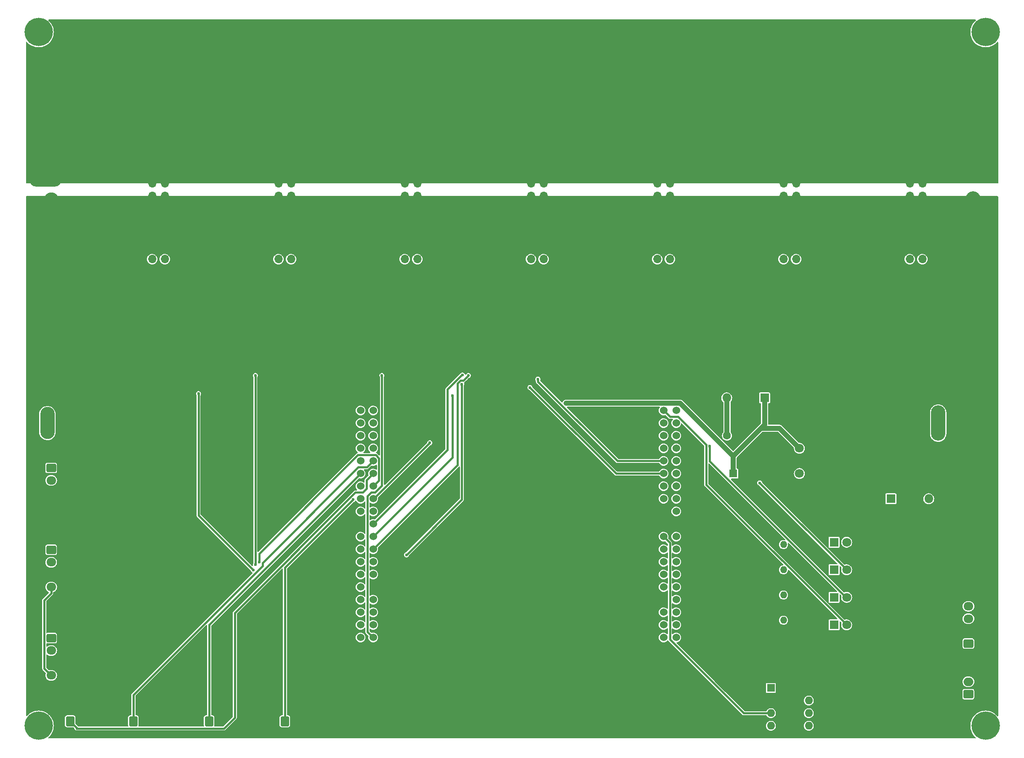
<source format=gbr>
G04 #@! TF.GenerationSoftware,KiCad,Pcbnew,7.0.2*
G04 #@! TF.CreationDate,2023-07-03T12:24:18+09:00*
G04 #@! TF.ProjectId,undercarriage_system,756e6465-7263-4617-9272-696167655f73,rev?*
G04 #@! TF.SameCoordinates,Original*
G04 #@! TF.FileFunction,Copper,L2,Bot*
G04 #@! TF.FilePolarity,Positive*
%FSLAX46Y46*%
G04 Gerber Fmt 4.6, Leading zero omitted, Abs format (unit mm)*
G04 Created by KiCad (PCBNEW 7.0.2) date 2023-07-03 12:24:18*
%MOMM*%
%LPD*%
G01*
G04 APERTURE LIST*
G04 Aperture macros list*
%AMRoundRect*
0 Rectangle with rounded corners*
0 $1 Rounding radius*
0 $2 $3 $4 $5 $6 $7 $8 $9 X,Y pos of 4 corners*
0 Add a 4 corners polygon primitive as box body*
4,1,4,$2,$3,$4,$5,$6,$7,$8,$9,$2,$3,0*
0 Add four circle primitives for the rounded corners*
1,1,$1+$1,$2,$3*
1,1,$1+$1,$4,$5*
1,1,$1+$1,$6,$7*
1,1,$1+$1,$8,$9*
0 Add four rect primitives between the rounded corners*
20,1,$1+$1,$2,$3,$4,$5,0*
20,1,$1+$1,$4,$5,$6,$7,0*
20,1,$1+$1,$6,$7,$8,$9,0*
20,1,$1+$1,$8,$9,$2,$3,0*%
G04 Aperture macros list end*
G04 #@! TA.AperFunction,ComponentPad*
%ADD10C,1.600000*%
G04 #@! TD*
G04 #@! TA.AperFunction,ComponentPad*
%ADD11O,1.600000X1.600000*%
G04 #@! TD*
G04 #@! TA.AperFunction,ComponentPad*
%ADD12R,1.600000X1.600000*%
G04 #@! TD*
G04 #@! TA.AperFunction,ComponentPad*
%ADD13R,1.800000X1.800000*%
G04 #@! TD*
G04 #@! TA.AperFunction,ComponentPad*
%ADD14C,1.800000*%
G04 #@! TD*
G04 #@! TA.AperFunction,ComponentPad*
%ADD15C,5.700000*%
G04 #@! TD*
G04 #@! TA.AperFunction,ComponentPad*
%ADD16RoundRect,0.250000X-0.725000X0.600000X-0.725000X-0.600000X0.725000X-0.600000X0.725000X0.600000X0*%
G04 #@! TD*
G04 #@! TA.AperFunction,ComponentPad*
%ADD17O,1.950000X1.700000*%
G04 #@! TD*
G04 #@! TA.AperFunction,ComponentPad*
%ADD18RoundRect,0.250000X0.750000X-0.600000X0.750000X0.600000X-0.750000X0.600000X-0.750000X-0.600000X0*%
G04 #@! TD*
G04 #@! TA.AperFunction,ComponentPad*
%ADD19O,2.000000X1.700000*%
G04 #@! TD*
G04 #@! TA.AperFunction,ComponentPad*
%ADD20R,1.700000X1.700000*%
G04 #@! TD*
G04 #@! TA.AperFunction,ComponentPad*
%ADD21O,1.700000X1.700000*%
G04 #@! TD*
G04 #@! TA.AperFunction,ComponentPad*
%ADD22C,1.400000*%
G04 #@! TD*
G04 #@! TA.AperFunction,ComponentPad*
%ADD23O,1.400000X1.400000*%
G04 #@! TD*
G04 #@! TA.AperFunction,ComponentPad*
%ADD24RoundRect,0.250000X0.725000X-0.600000X0.725000X0.600000X-0.725000X0.600000X-0.725000X-0.600000X0*%
G04 #@! TD*
G04 #@! TA.AperFunction,ComponentPad*
%ADD25O,2.900000X6.500000*%
G04 #@! TD*
G04 #@! TA.AperFunction,ComponentPad*
%ADD26O,6.500000X2.900000*%
G04 #@! TD*
G04 #@! TA.AperFunction,ComponentPad*
%ADD27O,1.800000X1.800000*%
G04 #@! TD*
G04 #@! TA.AperFunction,ComponentPad*
%ADD28RoundRect,0.250000X-0.600000X-0.750000X0.600000X-0.750000X0.600000X0.750000X-0.600000X0.750000X0*%
G04 #@! TD*
G04 #@! TA.AperFunction,ComponentPad*
%ADD29O,1.700000X2.000000*%
G04 #@! TD*
G04 #@! TA.AperFunction,ComponentPad*
%ADD30O,7.100000X2.900000*%
G04 #@! TD*
G04 #@! TA.AperFunction,ComponentPad*
%ADD31O,2.900000X7.100000*%
G04 #@! TD*
G04 #@! TA.AperFunction,ComponentPad*
%ADD32C,1.524000*%
G04 #@! TD*
G04 #@! TA.AperFunction,ViaPad*
%ADD33C,0.600000*%
G04 #@! TD*
G04 #@! TA.AperFunction,Conductor*
%ADD34C,1.000000*%
G04 #@! TD*
G04 #@! TA.AperFunction,Conductor*
%ADD35C,0.200000*%
G04 #@! TD*
G04 #@! TA.AperFunction,Conductor*
%ADD36C,0.400000*%
G04 #@! TD*
G04 APERTURE END LIST*
D10*
X161350000Y-101600000D03*
D11*
X168850000Y-101600000D03*
D12*
X170180000Y-152400000D03*
D11*
X170180000Y-154940000D03*
X170180000Y-157480000D03*
X170180000Y-160020000D03*
X177800000Y-160020000D03*
X177800000Y-157480000D03*
X177800000Y-154940000D03*
X177800000Y-152400000D03*
D13*
X182880000Y-139700000D03*
D14*
X185420000Y-139700000D03*
D15*
X22860000Y-20320000D03*
D16*
X25400000Y-142360000D03*
D17*
X25400000Y-144860000D03*
X25400000Y-147360000D03*
X25400000Y-149860000D03*
D18*
X209910000Y-153650000D03*
D19*
X209910000Y-151150000D03*
D14*
X175920000Y-104140000D03*
X175920000Y-106680000D03*
X175920000Y-109220000D03*
D20*
X200660000Y-45720000D03*
D21*
X198120000Y-45720000D03*
X200660000Y-48260000D03*
X198120000Y-48260000D03*
X200660000Y-50800000D03*
X198120000Y-50800000D03*
X200660000Y-53340000D03*
X198120000Y-53340000D03*
X200660000Y-55880000D03*
X198120000Y-55880000D03*
X200660000Y-58420000D03*
X198120000Y-58420000D03*
X200660000Y-60960000D03*
X198120000Y-60960000D03*
X200660000Y-63500000D03*
X198120000Y-63500000D03*
X200660000Y-66040000D03*
X198120000Y-66040000D03*
D22*
X165100000Y-128600000D03*
D23*
X172720000Y-128600000D03*
D20*
X48260000Y-45720000D03*
D21*
X45720000Y-45720000D03*
X48260000Y-48260000D03*
X45720000Y-48260000D03*
X48260000Y-50800000D03*
X45720000Y-50800000D03*
X48260000Y-53340000D03*
X45720000Y-53340000D03*
X48260000Y-55880000D03*
X45720000Y-55880000D03*
X48260000Y-58420000D03*
X45720000Y-58420000D03*
X48260000Y-60960000D03*
X45720000Y-60960000D03*
X48260000Y-63500000D03*
X45720000Y-63500000D03*
X48260000Y-66040000D03*
X45720000Y-66040000D03*
D20*
X73660000Y-45720000D03*
D21*
X71120000Y-45720000D03*
X73660000Y-48260000D03*
X71120000Y-48260000D03*
X73660000Y-50800000D03*
X71120000Y-50800000D03*
X73660000Y-53340000D03*
X71120000Y-53340000D03*
X73660000Y-55880000D03*
X71120000Y-55880000D03*
X73660000Y-58420000D03*
X71120000Y-58420000D03*
X73660000Y-60960000D03*
X71120000Y-60960000D03*
X73660000Y-63500000D03*
X71120000Y-63500000D03*
X73660000Y-66040000D03*
X71120000Y-66040000D03*
D16*
X25400000Y-124580000D03*
D17*
X25400000Y-127080000D03*
X25400000Y-129580000D03*
X25400000Y-132080000D03*
D15*
X213360000Y-20320000D03*
D22*
X165100000Y-123520000D03*
D23*
X172720000Y-123520000D03*
D16*
X25400000Y-108090000D03*
D17*
X25400000Y-110590000D03*
X25400000Y-113090000D03*
D22*
X165100000Y-138760000D03*
D23*
X172720000Y-138760000D03*
D24*
X209910000Y-143450000D03*
D17*
X209910000Y-140950000D03*
X209910000Y-138450000D03*
X209910000Y-135950000D03*
D13*
X182880000Y-123050000D03*
D14*
X185420000Y-123050000D03*
D25*
X24640000Y-99060000D03*
D26*
X30540000Y-97885000D03*
D13*
X194310000Y-114300000D03*
D27*
X201930000Y-114300000D03*
D22*
X165100000Y-133680000D03*
D23*
X172720000Y-133680000D03*
D28*
X57170000Y-159110000D03*
D29*
X59670000Y-159110000D03*
D15*
X22860000Y-160020000D03*
D30*
X212195000Y-48890000D03*
D31*
X210820000Y-55890000D03*
D20*
X99060000Y-45720000D03*
D21*
X96520000Y-45720000D03*
X99060000Y-48260000D03*
X96520000Y-48260000D03*
X99060000Y-50800000D03*
X96520000Y-50800000D03*
X99060000Y-53340000D03*
X96520000Y-53340000D03*
X99060000Y-55880000D03*
X96520000Y-55880000D03*
X99060000Y-58420000D03*
X96520000Y-58420000D03*
X99060000Y-60960000D03*
X96520000Y-60960000D03*
X99060000Y-63500000D03*
X96520000Y-63500000D03*
X99060000Y-66040000D03*
X96520000Y-66040000D03*
D28*
X41930000Y-159110000D03*
D29*
X44430000Y-159110000D03*
D13*
X182880000Y-134150000D03*
D14*
X185420000Y-134150000D03*
D13*
X182880000Y-128600000D03*
D14*
X185420000Y-128600000D03*
D28*
X29230000Y-159110000D03*
D29*
X31730000Y-159110000D03*
D20*
X175260000Y-45720000D03*
D21*
X172720000Y-45720000D03*
X175260000Y-48260000D03*
X172720000Y-48260000D03*
X175260000Y-50800000D03*
X172720000Y-50800000D03*
X175260000Y-53340000D03*
X172720000Y-53340000D03*
X175260000Y-55880000D03*
X172720000Y-55880000D03*
X175260000Y-58420000D03*
X172720000Y-58420000D03*
X175260000Y-60960000D03*
X172720000Y-60960000D03*
X175260000Y-63500000D03*
X172720000Y-63500000D03*
X175260000Y-66040000D03*
X172720000Y-66040000D03*
D20*
X124460000Y-45720000D03*
D21*
X121920000Y-45720000D03*
X124460000Y-48260000D03*
X121920000Y-48260000D03*
X124460000Y-50800000D03*
X121920000Y-50800000D03*
X124460000Y-53340000D03*
X121920000Y-53340000D03*
X124460000Y-55880000D03*
X121920000Y-55880000D03*
X124460000Y-58420000D03*
X121920000Y-58420000D03*
X124460000Y-60960000D03*
X121920000Y-60960000D03*
X124460000Y-63500000D03*
X121920000Y-63500000D03*
X124460000Y-66040000D03*
X121920000Y-66040000D03*
D12*
X162600000Y-109220000D03*
D10*
X165100000Y-109220000D03*
D26*
X24225000Y-49980000D03*
D25*
X25400000Y-55880000D03*
D32*
X151130000Y-142240000D03*
X148590000Y-142240000D03*
X151130000Y-139700000D03*
X148590000Y-139700000D03*
X151130000Y-137160000D03*
X148590000Y-137160000D03*
X151130000Y-134620000D03*
X148590000Y-134620000D03*
X151130000Y-132080000D03*
X148590000Y-132080000D03*
X151130000Y-129540000D03*
X148590000Y-129540000D03*
X151130000Y-127000000D03*
X148590000Y-127000000D03*
X151130000Y-124460000D03*
X148590000Y-124460000D03*
X151130000Y-121920000D03*
X148590000Y-121920000D03*
X151130000Y-119380000D03*
X148590000Y-119380000D03*
X151130000Y-116840000D03*
X148590000Y-116840000D03*
X151130000Y-114300000D03*
X148590000Y-114300000D03*
X151130000Y-111760000D03*
X148590000Y-111760000D03*
X151130000Y-109220000D03*
X148590000Y-109220000D03*
X151130000Y-106680000D03*
X148590000Y-106680000D03*
X151130000Y-104140000D03*
X148590000Y-104140000D03*
X151130000Y-101600000D03*
X148590000Y-101600000D03*
X151130000Y-99060000D03*
X148590000Y-99060000D03*
X151130000Y-96520000D03*
X148590000Y-96520000D03*
X90170000Y-142240000D03*
X87630000Y-142240000D03*
X90170000Y-139700000D03*
X87630000Y-139700000D03*
X90170000Y-137160000D03*
X87630000Y-137160000D03*
X90170000Y-134620000D03*
X87630000Y-134620000D03*
X90170000Y-132080000D03*
X87630000Y-132080000D03*
X90170000Y-129540000D03*
X87630000Y-129540000D03*
X90170000Y-127000000D03*
X87630000Y-127000000D03*
X90170000Y-124460000D03*
X87630000Y-124460000D03*
X90170000Y-121920000D03*
X87630000Y-121920000D03*
X90170000Y-119380000D03*
X87630000Y-119380000D03*
X90170000Y-116840000D03*
X87630000Y-116840000D03*
X90170000Y-114300000D03*
X87630000Y-114300000D03*
X90170000Y-111760000D03*
X87630000Y-111760000D03*
X90170000Y-109220000D03*
X87630000Y-109220000D03*
X90170000Y-106680000D03*
X87630000Y-106680000D03*
X90170000Y-104140000D03*
X87630000Y-104140000D03*
X90170000Y-101600000D03*
X87630000Y-101600000D03*
X90170000Y-99060000D03*
X87630000Y-99060000D03*
X90170000Y-96520000D03*
X87630000Y-96520000D03*
D13*
X168910000Y-93980000D03*
D27*
X161290000Y-93980000D03*
D20*
X149860000Y-45720000D03*
D21*
X147320000Y-45720000D03*
X149860000Y-48260000D03*
X147320000Y-48260000D03*
X149860000Y-50800000D03*
X147320000Y-50800000D03*
X149860000Y-53340000D03*
X147320000Y-53340000D03*
X149860000Y-55880000D03*
X147320000Y-55880000D03*
X149860000Y-58420000D03*
X147320000Y-58420000D03*
X149860000Y-60960000D03*
X147320000Y-60960000D03*
X149860000Y-63500000D03*
X147320000Y-63500000D03*
X149860000Y-66040000D03*
X147320000Y-66040000D03*
D15*
X213360000Y-160020000D03*
D31*
X203830000Y-99060000D03*
D30*
X210830000Y-100435000D03*
D28*
X72410000Y-159110000D03*
D29*
X74910000Y-159110000D03*
D33*
X128951200Y-95042100D03*
X121720000Y-91899400D03*
X123319100Y-90207900D03*
X167912200Y-111092200D03*
X157877100Y-103666100D03*
X91935700Y-89466000D03*
X108008200Y-91196200D03*
X96864700Y-125581100D03*
X66074900Y-128664700D03*
X55031300Y-93133100D03*
X66470200Y-127566800D03*
X66470200Y-89466000D03*
X109311500Y-89466000D03*
X106124700Y-93534600D03*
X108146000Y-89404100D03*
X101557200Y-103012100D03*
X67243200Y-127022800D03*
X86146500Y-114451600D03*
D34*
X210830000Y-102585300D02*
X206735300Y-106680000D01*
X211605400Y-103360700D02*
X211605400Y-139254600D01*
X147100200Y-133444000D02*
X91837200Y-133444000D01*
X27076400Y-127903600D02*
X27076400Y-116316700D01*
X147414000Y-133444000D02*
X147100200Y-133444000D01*
X151130000Y-119380000D02*
X160960000Y-119380000D01*
X31730000Y-153690000D02*
X25400000Y-147360000D01*
X30540000Y-97885000D02*
X30540000Y-107950000D01*
X148590000Y-134620000D02*
X147414000Y-133444000D01*
X74910000Y-154961800D02*
X74910000Y-159110000D01*
X91685600Y-142844100D02*
X90797300Y-143732400D01*
X211605400Y-139254600D02*
X209910000Y-140950000D01*
X170180000Y-154940000D02*
X168679700Y-154940000D01*
X175920000Y-106680000D02*
X170060000Y-106680000D01*
X210830000Y-100435000D02*
X210830000Y-102585300D01*
X90797300Y-143732400D02*
X86139400Y-143732400D01*
X90170000Y-132080000D02*
X91685600Y-133595600D01*
X148590000Y-116840000D02*
X148590000Y-119380000D01*
X86139400Y-120870600D02*
X86139400Y-143732400D01*
X165100000Y-128600000D02*
X165100000Y-133680000D01*
X25400000Y-129580000D02*
X27094100Y-131274100D01*
X206735300Y-106680000D02*
X175920000Y-106680000D01*
X170060000Y-106680000D02*
X168850000Y-105470000D01*
X168850000Y-105470000D02*
X168850000Y-101600000D01*
X87630000Y-119380000D02*
X86139400Y-120870600D01*
X25400000Y-129580000D02*
X27076400Y-127903600D01*
X165100000Y-123520000D02*
X165100000Y-128600000D01*
X30540000Y-107950000D02*
X25400000Y-113090000D01*
X25400000Y-113090000D02*
X25400000Y-114640300D01*
X27076400Y-116316700D02*
X25400000Y-114640300D01*
X27094100Y-131274100D02*
X27094100Y-145665900D01*
X31730000Y-159110000D02*
X31730000Y-154940000D01*
X91685600Y-133595600D02*
X91685600Y-142844100D01*
X148590000Y-119380000D02*
X151130000Y-119380000D01*
X86139400Y-143732400D02*
X74910000Y-154961800D01*
X210830000Y-102585300D02*
X211605400Y-103360700D01*
X91837200Y-133444000D02*
X91685600Y-133595600D01*
X147100200Y-120869800D02*
X148590000Y-119380000D01*
X165100000Y-138760000D02*
X165100000Y-151360300D01*
X27094100Y-145665900D02*
X25400000Y-147360000D01*
X160960000Y-119380000D02*
X165100000Y-123520000D01*
X165100000Y-151360300D02*
X168679700Y-154940000D01*
X147100200Y-133444000D02*
X147100200Y-120869800D01*
X165100000Y-109220000D02*
X168850000Y-105470000D01*
X31730000Y-154940000D02*
X31730000Y-153690000D01*
X168223500Y-100093400D02*
X171873400Y-100093400D01*
X151925200Y-95042100D02*
X128951200Y-95042100D01*
X162600000Y-105716900D02*
X168223500Y-100093400D01*
X162600000Y-109220000D02*
X162600000Y-105716900D01*
X168223500Y-100093400D02*
X168910000Y-99406900D01*
X162600000Y-105716900D02*
X151925200Y-95042100D01*
X171873400Y-100093400D02*
X175920000Y-104140000D01*
X168910000Y-99406900D02*
X168910000Y-93980000D01*
X161350000Y-101600000D02*
X161350000Y-94040000D01*
D35*
X161350000Y-94040000D02*
X161290000Y-93980000D01*
D36*
X25400000Y-133330300D02*
X23991000Y-134739300D01*
X149860000Y-142637100D02*
X164702900Y-157480000D01*
X164702900Y-157480000D02*
X170180000Y-157480000D01*
X23991000Y-134739300D02*
X23991000Y-148451000D01*
X25400000Y-132080000D02*
X25400000Y-133330300D01*
X149860000Y-123190000D02*
X149860000Y-142637100D01*
X148590000Y-121920000D02*
X149860000Y-123190000D01*
X23991000Y-148451000D02*
X25400000Y-149860000D01*
X148590000Y-109220000D02*
X139040600Y-109220000D01*
X139040600Y-109220000D02*
X121720000Y-91899400D01*
X123319100Y-90207900D02*
X123319100Y-90689500D01*
X139309600Y-106680000D02*
X148590000Y-106680000D01*
X123319100Y-90689500D02*
X139309600Y-106680000D01*
X167912200Y-111092200D02*
X185420000Y-128600000D01*
X157877100Y-106702500D02*
X185324600Y-134150000D01*
X185324600Y-134150000D02*
X185420000Y-134150000D01*
X157877100Y-103666100D02*
X157877100Y-106702500D01*
X149860000Y-97790000D02*
X151532300Y-97790000D01*
X157176800Y-111456800D02*
X185420000Y-139700000D01*
X157176800Y-103434500D02*
X157176800Y-111456800D01*
X151532300Y-97790000D02*
X157176800Y-103434500D01*
X148590000Y-96520000D02*
X149860000Y-97790000D01*
X89740400Y-113030000D02*
X90544000Y-113030000D01*
X89001900Y-141071900D02*
X89001900Y-113768500D01*
X91935700Y-111638300D02*
X91935700Y-89466000D01*
X90170000Y-142240000D02*
X89001900Y-141071900D01*
X89001900Y-113768500D02*
X89740400Y-113030000D01*
X90544000Y-113030000D02*
X91935700Y-111638300D01*
X108008200Y-114437600D02*
X108008200Y-91196200D01*
X96864700Y-125581100D02*
X108008200Y-114437600D01*
X55031300Y-117621100D02*
X55031300Y-93133100D01*
X66074900Y-128664700D02*
X55031300Y-117621100D01*
X66470200Y-127566800D02*
X66470200Y-89466000D01*
X107128100Y-107501900D02*
X90170000Y-124460000D01*
X108281600Y-90495900D02*
X107718200Y-90495900D01*
X107718200Y-90495900D02*
X107128100Y-91086000D01*
X107128100Y-91086000D02*
X107128100Y-107501900D01*
X109311500Y-89466000D02*
X108281600Y-90495900D01*
X106124700Y-105965300D02*
X106124700Y-93534600D01*
X90170000Y-121920000D02*
X106124700Y-105965300D01*
X108146000Y-89404100D02*
X107961100Y-89404100D01*
X105121200Y-104428800D02*
X90170000Y-119380000D01*
X107961100Y-89404100D02*
X105121200Y-92244000D01*
X105121200Y-92244000D02*
X105121200Y-104428800D01*
X90269300Y-114300000D02*
X101557200Y-103012100D01*
X90170000Y-114300000D02*
X90269300Y-114300000D01*
X90710300Y-105492900D02*
X87100400Y-105492900D01*
X67243200Y-125350100D02*
X67243200Y-127022800D01*
X87100400Y-105492900D02*
X67243200Y-125350100D01*
X91335400Y-106118000D02*
X90710300Y-105492900D01*
X91335400Y-110594600D02*
X91335400Y-106118000D01*
X90170000Y-111760000D02*
X91335400Y-110594600D01*
X86146500Y-114451600D02*
X72410000Y-128188100D01*
X72410000Y-128188100D02*
X72410000Y-159110000D01*
X88866400Y-112230400D02*
X88066800Y-113030000D01*
X90170000Y-109220000D02*
X88866400Y-110523600D01*
X30671000Y-160551000D02*
X29230000Y-159110000D01*
X86577800Y-113030000D02*
X62339100Y-137268700D01*
X88066800Y-113030000D02*
X86577800Y-113030000D01*
X60159600Y-160551000D02*
X30480000Y-160551000D01*
X62339100Y-137268700D02*
X62339100Y-158371500D01*
X88866400Y-110523600D02*
X88866400Y-112230400D01*
X62339100Y-158371500D02*
X60159600Y-160551000D01*
X87630000Y-109220000D02*
X57170000Y-139680000D01*
X57170000Y-139680000D02*
X57170000Y-159110000D01*
X67943500Y-127197100D02*
X87190600Y-107950000D01*
X87190600Y-107950000D02*
X88900000Y-107950000D01*
X41930000Y-153800000D02*
X67943500Y-127786500D01*
X88900000Y-107950000D02*
X90170000Y-106680000D01*
X41930000Y-159110000D02*
X41930000Y-153800000D01*
X67943500Y-127786500D02*
X67943500Y-127197100D01*
G04 #@! TA.AperFunction,Conductor*
G36*
X211366506Y-17799685D02*
G01*
X211412261Y-17852489D01*
X211422205Y-17921647D01*
X211393180Y-17985203D01*
X211382094Y-17996460D01*
X211202157Y-18157261D01*
X211202148Y-18157269D01*
X211199572Y-18159572D01*
X211197269Y-18162148D01*
X211197261Y-18162157D01*
X210973582Y-18412453D01*
X210973572Y-18412464D01*
X210971265Y-18415047D01*
X210969260Y-18417872D01*
X210969251Y-18417884D01*
X210775005Y-18691650D01*
X210772998Y-18694479D01*
X210771327Y-18697500D01*
X210771319Y-18697515D01*
X210608946Y-18991308D01*
X210607264Y-18994352D01*
X210605937Y-18997555D01*
X210605932Y-18997566D01*
X210477479Y-19307678D01*
X210477473Y-19307692D01*
X210476147Y-19310896D01*
X210475188Y-19314224D01*
X210475183Y-19314239D01*
X210382259Y-19636785D01*
X210382256Y-19636796D01*
X210381296Y-19640130D01*
X210380714Y-19643550D01*
X210380712Y-19643563D01*
X210324485Y-19974489D01*
X210324483Y-19974505D01*
X210323904Y-19977914D01*
X210304693Y-20320000D01*
X210323904Y-20662086D01*
X210324483Y-20665496D01*
X210324485Y-20665510D01*
X210380712Y-20996436D01*
X210380714Y-20996445D01*
X210381296Y-20999870D01*
X210382257Y-21003207D01*
X210382259Y-21003214D01*
X210475183Y-21325760D01*
X210475186Y-21325769D01*
X210476147Y-21329104D01*
X210477476Y-21332312D01*
X210477479Y-21332321D01*
X210605932Y-21642433D01*
X210607264Y-21645648D01*
X210608946Y-21648691D01*
X210771319Y-21942484D01*
X210771323Y-21942490D01*
X210772998Y-21945521D01*
X210971265Y-22224953D01*
X211199572Y-22480428D01*
X211455047Y-22708735D01*
X211734479Y-22907002D01*
X212034352Y-23072736D01*
X212350896Y-23203853D01*
X212680130Y-23298704D01*
X213017914Y-23356096D01*
X213360000Y-23375307D01*
X213702086Y-23356096D01*
X214039870Y-23298704D01*
X214369104Y-23203853D01*
X214685648Y-23072736D01*
X214985521Y-22907002D01*
X215264953Y-22708735D01*
X215520428Y-22480428D01*
X215683540Y-22297905D01*
X215742890Y-22261035D01*
X215812751Y-22262104D01*
X215870944Y-22300774D01*
X215898993Y-22364766D01*
X215900000Y-22380533D01*
X215900000Y-50676000D01*
X215880315Y-50743039D01*
X215827511Y-50788794D01*
X215776000Y-50800000D01*
X20444000Y-50800000D01*
X20376961Y-50780315D01*
X20331206Y-50727511D01*
X20320000Y-50676000D01*
X20320000Y-22380533D01*
X20339685Y-22313494D01*
X20392489Y-22267739D01*
X20461647Y-22257795D01*
X20525203Y-22286820D01*
X20536459Y-22297905D01*
X20699572Y-22480428D01*
X20955047Y-22708735D01*
X21234479Y-22907002D01*
X21534352Y-23072736D01*
X21850896Y-23203853D01*
X22180130Y-23298704D01*
X22517914Y-23356096D01*
X22860000Y-23375307D01*
X23202086Y-23356096D01*
X23539870Y-23298704D01*
X23869104Y-23203853D01*
X24185648Y-23072736D01*
X24485521Y-22907002D01*
X24764953Y-22708735D01*
X25020428Y-22480428D01*
X25248735Y-22224953D01*
X25447002Y-21945521D01*
X25612736Y-21645648D01*
X25743853Y-21329104D01*
X25838704Y-20999870D01*
X25896096Y-20662086D01*
X25915307Y-20320000D01*
X25896096Y-19977914D01*
X25838704Y-19640130D01*
X25743853Y-19310896D01*
X25612736Y-18994352D01*
X25447002Y-18694479D01*
X25248735Y-18415047D01*
X25020428Y-18159572D01*
X24837905Y-17996459D01*
X24801035Y-17937110D01*
X24802104Y-17867249D01*
X24840774Y-17809056D01*
X24904766Y-17781007D01*
X24920533Y-17780000D01*
X211299467Y-17780000D01*
X211366506Y-17799685D01*
G37*
G04 #@! TD.AperFunction*
G04 #@! TA.AperFunction,Conductor*
G36*
X56688834Y-139710072D02*
G01*
X56744767Y-139751944D01*
X56769184Y-139817408D01*
X56769500Y-139826254D01*
X56769500Y-157785500D01*
X56749815Y-157852539D01*
X56697011Y-157898294D01*
X56645500Y-157909500D01*
X56515734Y-157909500D01*
X56512861Y-157909769D01*
X56512848Y-157909770D01*
X56485303Y-157912353D01*
X56357115Y-157957207D01*
X56247849Y-158037849D01*
X56167207Y-158147115D01*
X56122353Y-158275303D01*
X56119770Y-158302848D01*
X56119769Y-158302861D01*
X56119500Y-158305734D01*
X56119500Y-159914266D01*
X56119769Y-159917139D01*
X56119770Y-159917151D01*
X56122353Y-159944696D01*
X56136647Y-159985546D01*
X56140208Y-160055325D01*
X56105479Y-160115952D01*
X56043485Y-160148179D01*
X56019605Y-160150500D01*
X43080395Y-160150500D01*
X43013356Y-160130815D01*
X42967601Y-160078011D01*
X42957657Y-160008853D01*
X42963353Y-159985546D01*
X42977646Y-159944699D01*
X42980500Y-159914266D01*
X42980500Y-158305734D01*
X42977646Y-158275301D01*
X42932793Y-158147118D01*
X42932792Y-158147115D01*
X42852150Y-158037849D01*
X42742884Y-157957207D01*
X42614696Y-157912353D01*
X42587151Y-157909770D01*
X42587139Y-157909769D01*
X42584266Y-157909500D01*
X42581373Y-157909500D01*
X42454500Y-157909500D01*
X42387461Y-157889815D01*
X42341706Y-157837011D01*
X42330500Y-157785500D01*
X42330500Y-154017254D01*
X42350185Y-153950215D01*
X42366814Y-153929578D01*
X56557819Y-139738572D01*
X56619142Y-139705088D01*
X56688834Y-139710072D01*
G37*
G04 #@! TD.AperFunction*
G04 #@! TA.AperFunction,Conductor*
G36*
X90865411Y-107448194D02*
G01*
X90916972Y-107495345D01*
X90934900Y-107559570D01*
X90934900Y-108340429D01*
X90915215Y-108407468D01*
X90862411Y-108453223D01*
X90793253Y-108463167D01*
X90732235Y-108436282D01*
X90707323Y-108415837D01*
X90540117Y-108326464D01*
X90540116Y-108326463D01*
X90540115Y-108326463D01*
X90447194Y-108298276D01*
X90358681Y-108271426D01*
X90170000Y-108252843D01*
X89981318Y-108271426D01*
X89799882Y-108326464D01*
X89632677Y-108415837D01*
X89486117Y-108536117D01*
X89365837Y-108682677D01*
X89276464Y-108849882D01*
X89221426Y-109031318D01*
X89202843Y-109220000D01*
X89221426Y-109408683D01*
X89244887Y-109486023D01*
X89245510Y-109555890D01*
X89213907Y-109609698D01*
X88560916Y-110262691D01*
X88560913Y-110262694D01*
X88538349Y-110285257D01*
X88528292Y-110304996D01*
X88518131Y-110321579D01*
X88505102Y-110339513D01*
X88498254Y-110360587D01*
X88490812Y-110378554D01*
X88480753Y-110398297D01*
X88477286Y-110420182D01*
X88472747Y-110439092D01*
X88465900Y-110460167D01*
X88465897Y-110543416D01*
X88465900Y-110543444D01*
X88465900Y-110938698D01*
X88446215Y-111005737D01*
X88393411Y-111051492D01*
X88324253Y-111061436D01*
X88263235Y-111034551D01*
X88167324Y-110955838D01*
X88000115Y-110866463D01*
X87904279Y-110837392D01*
X87818681Y-110811426D01*
X87630000Y-110792843D01*
X87441318Y-110811426D01*
X87259882Y-110866464D01*
X87092677Y-110955837D01*
X86946117Y-111076117D01*
X86825837Y-111222677D01*
X86736464Y-111389882D01*
X86681426Y-111571318D01*
X86662843Y-111760000D01*
X86681426Y-111948681D01*
X86681427Y-111948683D01*
X86736463Y-112130115D01*
X86825838Y-112297324D01*
X86932129Y-112426838D01*
X86959440Y-112491144D01*
X86947649Y-112560012D01*
X86900498Y-112611572D01*
X86836274Y-112629500D01*
X86536024Y-112629500D01*
X86536012Y-112629501D01*
X86514367Y-112629501D01*
X86493299Y-112636346D01*
X86474383Y-112640887D01*
X86452495Y-112644354D01*
X86432751Y-112654413D01*
X86414784Y-112661855D01*
X86393710Y-112668703D01*
X86375784Y-112681727D01*
X86359198Y-112691891D01*
X86339458Y-112701949D01*
X86316891Y-112724517D01*
X62033616Y-137007791D01*
X62033613Y-137007794D01*
X62011049Y-137030357D01*
X62000992Y-137050096D01*
X61990831Y-137066679D01*
X61977802Y-137084613D01*
X61970954Y-137105687D01*
X61963512Y-137123654D01*
X61953453Y-137143397D01*
X61949986Y-137165282D01*
X61945447Y-137184191D01*
X61938600Y-137205266D01*
X61938600Y-158154245D01*
X61918915Y-158221284D01*
X61902281Y-158241926D01*
X60030026Y-160114181D01*
X59968703Y-160147666D01*
X59942345Y-160150500D01*
X58320395Y-160150500D01*
X58253356Y-160130815D01*
X58207601Y-160078011D01*
X58197657Y-160008853D01*
X58203353Y-159985546D01*
X58217646Y-159944699D01*
X58220500Y-159914266D01*
X58220500Y-158305734D01*
X58217646Y-158275301D01*
X58172793Y-158147118D01*
X58172792Y-158147115D01*
X58092150Y-158037849D01*
X57982884Y-157957207D01*
X57854696Y-157912353D01*
X57827151Y-157909770D01*
X57827139Y-157909769D01*
X57824266Y-157909500D01*
X57821373Y-157909500D01*
X57694500Y-157909500D01*
X57627461Y-157889815D01*
X57581706Y-157837011D01*
X57570500Y-157785500D01*
X57570500Y-139897253D01*
X57590185Y-139830214D01*
X57606814Y-139809577D01*
X87240301Y-110176089D01*
X87301622Y-110142606D01*
X87363976Y-110145112D01*
X87394866Y-110154482D01*
X87441317Y-110168573D01*
X87630000Y-110187157D01*
X87818683Y-110168573D01*
X88000115Y-110113537D01*
X88167324Y-110024162D01*
X88313883Y-109903883D01*
X88434162Y-109757324D01*
X88523537Y-109590115D01*
X88578573Y-109408683D01*
X88597157Y-109220000D01*
X88578573Y-109031317D01*
X88523537Y-108849885D01*
X88434162Y-108682676D01*
X88327870Y-108553161D01*
X88300560Y-108488856D01*
X88312351Y-108419988D01*
X88359502Y-108368428D01*
X88423726Y-108350500D01*
X88963433Y-108350500D01*
X88984499Y-108343655D01*
X89003414Y-108339112D01*
X89025304Y-108335646D01*
X89045042Y-108325587D01*
X89063016Y-108318142D01*
X89084090Y-108311296D01*
X89102021Y-108298267D01*
X89118598Y-108288109D01*
X89138342Y-108278050D01*
X89146674Y-108269717D01*
X89146680Y-108269713D01*
X89296893Y-108119500D01*
X89780301Y-107636090D01*
X89841622Y-107602607D01*
X89903975Y-107605112D01*
X89976804Y-107627204D01*
X89981317Y-107628573D01*
X90170000Y-107647157D01*
X90358683Y-107628573D01*
X90540115Y-107573537D01*
X90707324Y-107484162D01*
X90732236Y-107463716D01*
X90796543Y-107436404D01*
X90865411Y-107448194D01*
G37*
G04 #@! TD.AperFunction*
G04 #@! TA.AperFunction,Conductor*
G36*
X215843039Y-53359685D02*
G01*
X215888794Y-53412489D01*
X215900000Y-53464000D01*
X215900000Y-157959466D01*
X215880315Y-158026505D01*
X215827511Y-158072260D01*
X215758353Y-158082204D01*
X215694797Y-158053179D01*
X215683541Y-158042093D01*
X215522748Y-157862167D01*
X215522738Y-157862157D01*
X215520428Y-157859572D01*
X215511012Y-157851157D01*
X215267546Y-157633582D01*
X215267543Y-157633579D01*
X215264953Y-157631265D01*
X214985521Y-157432998D01*
X214982490Y-157431323D01*
X214982484Y-157431319D01*
X214769421Y-157313563D01*
X214685648Y-157267264D01*
X214682437Y-157265934D01*
X214682433Y-157265932D01*
X214372321Y-157137479D01*
X214372312Y-157137476D01*
X214369104Y-157136147D01*
X214365769Y-157135186D01*
X214365760Y-157135183D01*
X214043214Y-157042259D01*
X214043207Y-157042257D01*
X214039870Y-157041296D01*
X214036445Y-157040714D01*
X214036436Y-157040712D01*
X213705510Y-156984485D01*
X213705496Y-156984483D01*
X213702086Y-156983904D01*
X213698622Y-156983709D01*
X213698618Y-156983709D01*
X213363472Y-156964888D01*
X213360000Y-156964693D01*
X213356528Y-156964888D01*
X213021381Y-156983709D01*
X213021375Y-156983709D01*
X213017914Y-156983904D01*
X213014505Y-156984483D01*
X213014489Y-156984485D01*
X212683563Y-157040712D01*
X212683550Y-157040714D01*
X212680130Y-157041296D01*
X212676796Y-157042256D01*
X212676785Y-157042259D01*
X212354239Y-157135183D01*
X212354224Y-157135188D01*
X212350896Y-157136147D01*
X212347692Y-157137473D01*
X212347678Y-157137479D01*
X212037566Y-157265932D01*
X212037555Y-157265937D01*
X212034352Y-157267264D01*
X212031313Y-157268943D01*
X212031308Y-157268946D01*
X211737515Y-157431319D01*
X211737500Y-157431327D01*
X211734479Y-157432998D01*
X211731653Y-157435002D01*
X211731650Y-157435005D01*
X211457884Y-157629251D01*
X211457872Y-157629260D01*
X211455047Y-157631265D01*
X211452464Y-157633572D01*
X211452453Y-157633582D01*
X211202157Y-157857261D01*
X211202148Y-157857269D01*
X211199572Y-157859572D01*
X211197269Y-157862148D01*
X211197261Y-157862157D01*
X210973582Y-158112453D01*
X210973572Y-158112464D01*
X210971265Y-158115047D01*
X210969260Y-158117872D01*
X210969251Y-158117884D01*
X210775005Y-158391650D01*
X210772998Y-158394479D01*
X210771327Y-158397500D01*
X210771319Y-158397515D01*
X210608946Y-158691308D01*
X210607264Y-158694352D01*
X210605937Y-158697555D01*
X210605932Y-158697566D01*
X210477479Y-159007678D01*
X210477473Y-159007692D01*
X210476147Y-159010896D01*
X210475188Y-159014224D01*
X210475183Y-159014239D01*
X210382259Y-159336785D01*
X210382256Y-159336796D01*
X210381296Y-159340130D01*
X210380714Y-159343550D01*
X210380712Y-159343563D01*
X210324485Y-159674489D01*
X210324483Y-159674505D01*
X210323904Y-159677914D01*
X210323709Y-159681375D01*
X210323709Y-159681381D01*
X210315707Y-159823868D01*
X210304693Y-160020000D01*
X210304888Y-160023472D01*
X210323046Y-160346819D01*
X210323904Y-160362086D01*
X210324483Y-160365496D01*
X210324485Y-160365510D01*
X210380712Y-160696436D01*
X210380714Y-160696445D01*
X210381296Y-160699870D01*
X210382257Y-160703207D01*
X210382259Y-160703214D01*
X210475183Y-161025760D01*
X210475186Y-161025769D01*
X210476147Y-161029104D01*
X210477476Y-161032312D01*
X210477479Y-161032321D01*
X210605932Y-161342433D01*
X210607264Y-161345648D01*
X210608946Y-161348691D01*
X210771319Y-161642484D01*
X210771323Y-161642490D01*
X210772998Y-161645521D01*
X210971265Y-161924953D01*
X211199572Y-162180428D01*
X211202157Y-162182738D01*
X211382094Y-162343540D01*
X211418965Y-162402890D01*
X211417896Y-162472751D01*
X211379226Y-162530944D01*
X211315234Y-162558993D01*
X211299467Y-162560000D01*
X24920533Y-162560000D01*
X24853494Y-162540315D01*
X24807739Y-162487511D01*
X24797795Y-162418353D01*
X24826820Y-162354797D01*
X24837906Y-162343540D01*
X25020428Y-162180428D01*
X25248735Y-161924953D01*
X25447002Y-161645521D01*
X25612736Y-161345648D01*
X25743853Y-161029104D01*
X25838704Y-160699870D01*
X25896096Y-160362086D01*
X25915307Y-160020000D01*
X25909369Y-159914266D01*
X28179500Y-159914266D01*
X28179769Y-159917139D01*
X28179770Y-159917151D01*
X28182353Y-159944696D01*
X28227207Y-160072884D01*
X28307849Y-160182150D01*
X28417115Y-160262792D01*
X28417118Y-160262793D01*
X28545301Y-160307646D01*
X28575734Y-160310500D01*
X29812745Y-160310500D01*
X29879784Y-160330185D01*
X29900426Y-160346819D01*
X30040354Y-160486747D01*
X30073839Y-160548070D01*
X30075146Y-160555030D01*
X30094353Y-160676302D01*
X30151950Y-160789343D01*
X30241656Y-160879049D01*
X30241658Y-160879050D01*
X30354696Y-160936646D01*
X30385957Y-160941597D01*
X30448479Y-160951500D01*
X30448481Y-160951500D01*
X60223033Y-160951500D01*
X60244099Y-160944655D01*
X60263014Y-160940112D01*
X60284904Y-160936646D01*
X60304642Y-160926587D01*
X60322616Y-160919142D01*
X60343690Y-160912296D01*
X60361621Y-160899267D01*
X60378198Y-160889109D01*
X60397942Y-160879050D01*
X60406274Y-160870717D01*
X60406280Y-160870713D01*
X60969347Y-160307646D01*
X62644583Y-158632409D01*
X62644582Y-158632409D01*
X62667150Y-158609842D01*
X62667151Y-158609839D01*
X62671412Y-158605579D01*
X62675486Y-158593481D01*
X62677194Y-158590127D01*
X62687374Y-158573511D01*
X62700396Y-158555590D01*
X62707241Y-158534520D01*
X62714684Y-158516550D01*
X62724746Y-158496804D01*
X62728213Y-158474908D01*
X62732752Y-158456001D01*
X62739599Y-158434933D01*
X62739599Y-158413288D01*
X62739600Y-158413275D01*
X62739600Y-137485954D01*
X62759285Y-137418915D01*
X62775919Y-137398273D01*
X71797819Y-128376373D01*
X71859142Y-128342888D01*
X71928834Y-128347872D01*
X71984767Y-128389744D01*
X72009184Y-128455208D01*
X72009500Y-128464054D01*
X72009500Y-157785500D01*
X71989815Y-157852539D01*
X71937011Y-157898294D01*
X71885500Y-157909500D01*
X71755734Y-157909500D01*
X71752861Y-157909769D01*
X71752848Y-157909770D01*
X71725303Y-157912353D01*
X71597115Y-157957207D01*
X71487849Y-158037849D01*
X71407207Y-158147115D01*
X71362353Y-158275303D01*
X71359770Y-158302848D01*
X71359769Y-158302861D01*
X71359500Y-158305734D01*
X71359500Y-159914266D01*
X71359769Y-159917139D01*
X71359770Y-159917151D01*
X71362353Y-159944696D01*
X71407207Y-160072884D01*
X71487849Y-160182150D01*
X71597115Y-160262792D01*
X71597118Y-160262793D01*
X71725301Y-160307646D01*
X71755734Y-160310500D01*
X71758627Y-160310500D01*
X73061373Y-160310500D01*
X73064266Y-160310500D01*
X73094699Y-160307646D01*
X73222882Y-160262793D01*
X73222882Y-160262792D01*
X73222884Y-160262792D01*
X73332150Y-160182150D01*
X73412792Y-160072884D01*
X73431297Y-160020000D01*
X169174659Y-160020000D01*
X169183935Y-160114181D01*
X169193976Y-160216133D01*
X169251185Y-160404726D01*
X169315482Y-160525016D01*
X169344090Y-160578538D01*
X169469117Y-160730883D01*
X169621462Y-160855910D01*
X169795273Y-160948814D01*
X169983868Y-161006024D01*
X170180000Y-161025341D01*
X170376132Y-161006024D01*
X170564727Y-160948814D01*
X170738538Y-160855910D01*
X170890883Y-160730883D01*
X171015910Y-160578538D01*
X171108814Y-160404727D01*
X171166024Y-160216132D01*
X171185341Y-160020000D01*
X176794659Y-160020000D01*
X176813976Y-160216133D01*
X176871185Y-160404726D01*
X176935482Y-160525016D01*
X176964090Y-160578538D01*
X177089117Y-160730883D01*
X177241462Y-160855910D01*
X177415273Y-160948814D01*
X177603868Y-161006024D01*
X177800000Y-161025341D01*
X177996132Y-161006024D01*
X178184727Y-160948814D01*
X178358538Y-160855910D01*
X178510883Y-160730883D01*
X178635910Y-160578538D01*
X178728814Y-160404727D01*
X178786024Y-160216132D01*
X178805341Y-160020000D01*
X178786024Y-159823868D01*
X178728814Y-159635273D01*
X178635910Y-159461462D01*
X178510883Y-159309117D01*
X178358538Y-159184090D01*
X178336091Y-159172091D01*
X178184726Y-159091185D01*
X177996133Y-159033976D01*
X177800000Y-159014659D01*
X177603866Y-159033976D01*
X177415273Y-159091185D01*
X177241463Y-159184089D01*
X177089117Y-159309117D01*
X176964089Y-159461463D01*
X176871185Y-159635273D01*
X176813976Y-159823866D01*
X176794659Y-160020000D01*
X171185341Y-160020000D01*
X171166024Y-159823868D01*
X171108814Y-159635273D01*
X171015910Y-159461462D01*
X170890883Y-159309117D01*
X170738538Y-159184090D01*
X170716091Y-159172091D01*
X170564726Y-159091185D01*
X170376133Y-159033976D01*
X170278065Y-159024317D01*
X170180000Y-159014659D01*
X170179999Y-159014659D01*
X169983866Y-159033976D01*
X169795273Y-159091185D01*
X169621463Y-159184089D01*
X169469117Y-159309117D01*
X169344089Y-159461463D01*
X169251185Y-159635273D01*
X169193976Y-159823866D01*
X169182076Y-159944696D01*
X169174659Y-160020000D01*
X73431297Y-160020000D01*
X73432512Y-160016527D01*
X73457646Y-159944699D01*
X73460500Y-159914266D01*
X73460500Y-158305734D01*
X73457646Y-158275301D01*
X73412793Y-158147118D01*
X73412792Y-158147115D01*
X73332150Y-158037849D01*
X73222884Y-157957207D01*
X73094696Y-157912353D01*
X73067151Y-157909770D01*
X73067139Y-157909769D01*
X73064266Y-157909500D01*
X73061373Y-157909500D01*
X72934500Y-157909500D01*
X72867461Y-157889815D01*
X72821706Y-157837011D01*
X72810500Y-157785500D01*
X72810500Y-142240000D01*
X86662843Y-142240000D01*
X86681426Y-142428681D01*
X86681427Y-142428683D01*
X86736463Y-142610115D01*
X86825838Y-142777324D01*
X86946117Y-142923883D01*
X87092676Y-143044162D01*
X87259885Y-143133537D01*
X87441317Y-143188573D01*
X87630000Y-143207157D01*
X87818683Y-143188573D01*
X88000115Y-143133537D01*
X88167324Y-143044162D01*
X88313883Y-142923883D01*
X88434162Y-142777324D01*
X88523537Y-142610115D01*
X88578573Y-142428683D01*
X88597157Y-142240000D01*
X88578573Y-142051317D01*
X88523537Y-141869885D01*
X88434162Y-141702676D01*
X88313883Y-141556117D01*
X88167324Y-141435838D01*
X88000115Y-141346463D01*
X87898075Y-141315510D01*
X87818681Y-141291426D01*
X87630000Y-141272843D01*
X87441318Y-141291426D01*
X87259882Y-141346464D01*
X87092677Y-141435837D01*
X86946117Y-141556117D01*
X86825837Y-141702677D01*
X86736464Y-141869882D01*
X86681426Y-142051318D01*
X86662843Y-142240000D01*
X72810500Y-142240000D01*
X72810500Y-128405355D01*
X72830185Y-128338316D01*
X72846819Y-128317674D01*
X79510518Y-121653975D01*
X86187493Y-114976999D01*
X86240235Y-114945706D01*
X86356553Y-114911553D01*
X86477628Y-114833743D01*
X86571877Y-114724973D01*
X86571878Y-114724969D01*
X86573729Y-114722834D01*
X86632507Y-114685059D01*
X86702377Y-114685058D01*
X86761155Y-114722832D01*
X86776801Y-114745583D01*
X86825838Y-114837324D01*
X86946117Y-114983883D01*
X87092676Y-115104162D01*
X87259885Y-115193537D01*
X87441317Y-115248573D01*
X87630000Y-115267157D01*
X87818683Y-115248573D01*
X88000115Y-115193537D01*
X88167324Y-115104162D01*
X88313883Y-114983883D01*
X88381548Y-114901432D01*
X88439293Y-114862100D01*
X88509138Y-114860229D01*
X88568906Y-114896417D01*
X88599622Y-114959173D01*
X88601400Y-114980099D01*
X88601400Y-116159900D01*
X88581715Y-116226939D01*
X88528911Y-116272694D01*
X88459753Y-116282638D01*
X88396197Y-116253613D01*
X88381551Y-116238571D01*
X88313883Y-116156117D01*
X88167324Y-116035838D01*
X88000115Y-115946463D01*
X87909398Y-115918945D01*
X87818681Y-115891426D01*
X87650613Y-115874873D01*
X87630000Y-115872843D01*
X87629999Y-115872843D01*
X87441318Y-115891426D01*
X87259882Y-115946464D01*
X87092677Y-116035837D01*
X86946117Y-116156117D01*
X86825837Y-116302677D01*
X86736464Y-116469882D01*
X86681426Y-116651318D01*
X86662843Y-116839999D01*
X86681426Y-117028681D01*
X86681427Y-117028683D01*
X86736463Y-117210115D01*
X86825838Y-117377324D01*
X86946117Y-117523883D01*
X87092676Y-117644162D01*
X87259885Y-117733537D01*
X87441317Y-117788573D01*
X87630000Y-117807157D01*
X87818683Y-117788573D01*
X88000115Y-117733537D01*
X88167324Y-117644162D01*
X88313883Y-117523883D01*
X88381548Y-117441432D01*
X88439293Y-117402100D01*
X88509138Y-117400229D01*
X88568906Y-117436417D01*
X88599622Y-117499173D01*
X88601400Y-117520099D01*
X88601400Y-121239900D01*
X88581715Y-121306939D01*
X88528911Y-121352694D01*
X88459753Y-121362638D01*
X88396197Y-121333613D01*
X88381551Y-121318571D01*
X88313883Y-121236117D01*
X88167324Y-121115838D01*
X88000115Y-121026463D01*
X87904279Y-120997392D01*
X87818681Y-120971426D01*
X87650613Y-120954873D01*
X87630000Y-120952843D01*
X87629999Y-120952843D01*
X87441318Y-120971426D01*
X87259882Y-121026464D01*
X87092677Y-121115837D01*
X86946117Y-121236117D01*
X86825837Y-121382677D01*
X86736464Y-121549882D01*
X86681426Y-121731318D01*
X86662843Y-121920000D01*
X86681426Y-122108681D01*
X86699426Y-122168018D01*
X86736463Y-122290115D01*
X86825838Y-122457324D01*
X86946117Y-122603883D01*
X87092676Y-122724162D01*
X87259885Y-122813537D01*
X87441317Y-122868573D01*
X87630000Y-122887157D01*
X87818683Y-122868573D01*
X88000115Y-122813537D01*
X88167324Y-122724162D01*
X88313883Y-122603883D01*
X88381548Y-122521432D01*
X88439293Y-122482100D01*
X88509138Y-122480229D01*
X88568906Y-122516417D01*
X88599622Y-122579173D01*
X88601400Y-122600099D01*
X88601400Y-123779900D01*
X88581715Y-123846939D01*
X88528911Y-123892694D01*
X88459753Y-123902638D01*
X88396197Y-123873613D01*
X88381551Y-123858571D01*
X88313883Y-123776117D01*
X88167324Y-123655838D01*
X88000115Y-123566463D01*
X87904279Y-123537392D01*
X87818681Y-123511426D01*
X87630000Y-123492843D01*
X87441318Y-123511426D01*
X87259882Y-123566464D01*
X87092677Y-123655837D01*
X86946117Y-123776117D01*
X86825837Y-123922677D01*
X86736464Y-124089882D01*
X86681426Y-124271318D01*
X86662843Y-124459999D01*
X86681426Y-124648681D01*
X86681427Y-124648683D01*
X86736463Y-124830115D01*
X86825838Y-124997324D01*
X86946117Y-125143883D01*
X87092676Y-125264162D01*
X87259885Y-125353537D01*
X87441317Y-125408573D01*
X87630000Y-125427157D01*
X87818683Y-125408573D01*
X88000115Y-125353537D01*
X88167324Y-125264162D01*
X88313883Y-125143883D01*
X88381548Y-125061432D01*
X88439293Y-125022100D01*
X88509138Y-125020229D01*
X88568906Y-125056417D01*
X88599622Y-125119173D01*
X88601400Y-125140099D01*
X88601400Y-126319900D01*
X88581715Y-126386939D01*
X88528911Y-126432694D01*
X88459753Y-126442638D01*
X88396197Y-126413613D01*
X88381551Y-126398571D01*
X88313883Y-126316117D01*
X88167324Y-126195838D01*
X88000115Y-126106463D01*
X87909398Y-126078945D01*
X87818681Y-126051426D01*
X87650613Y-126034873D01*
X87630000Y-126032843D01*
X87629999Y-126032843D01*
X87441318Y-126051426D01*
X87280634Y-126100168D01*
X87265470Y-126104769D01*
X87259882Y-126106464D01*
X87092677Y-126195837D01*
X86946117Y-126316117D01*
X86825837Y-126462677D01*
X86736464Y-126629882D01*
X86681426Y-126811318D01*
X86662843Y-127000000D01*
X86681426Y-127188681D01*
X86704491Y-127264717D01*
X86736463Y-127370115D01*
X86825838Y-127537324D01*
X86946117Y-127683883D01*
X87092676Y-127804162D01*
X87259885Y-127893537D01*
X87441317Y-127948573D01*
X87630000Y-127967157D01*
X87818683Y-127948573D01*
X88000115Y-127893537D01*
X88167324Y-127804162D01*
X88313883Y-127683883D01*
X88381548Y-127601432D01*
X88439293Y-127562100D01*
X88509138Y-127560229D01*
X88568906Y-127596417D01*
X88599622Y-127659173D01*
X88601400Y-127680099D01*
X88601400Y-128859900D01*
X88581715Y-128926939D01*
X88528911Y-128972694D01*
X88459753Y-128982638D01*
X88396197Y-128953613D01*
X88381551Y-128938571D01*
X88313883Y-128856117D01*
X88167324Y-128735838D01*
X88000115Y-128646463D01*
X87909398Y-128618945D01*
X87818681Y-128591426D01*
X87630000Y-128572843D01*
X87441318Y-128591426D01*
X87259882Y-128646464D01*
X87092677Y-128735837D01*
X86946117Y-128856117D01*
X86825837Y-129002677D01*
X86736464Y-129169882D01*
X86681426Y-129351318D01*
X86662843Y-129540000D01*
X86681426Y-129728681D01*
X86681427Y-129728683D01*
X86736463Y-129910115D01*
X86825838Y-130077324D01*
X86946117Y-130223883D01*
X87092676Y-130344162D01*
X87259885Y-130433537D01*
X87441317Y-130488573D01*
X87630000Y-130507157D01*
X87818683Y-130488573D01*
X88000115Y-130433537D01*
X88167324Y-130344162D01*
X88313883Y-130223883D01*
X88381548Y-130141432D01*
X88439293Y-130102100D01*
X88509138Y-130100229D01*
X88568906Y-130136417D01*
X88599622Y-130199173D01*
X88601400Y-130220099D01*
X88601400Y-131399900D01*
X88581715Y-131466939D01*
X88528911Y-131512694D01*
X88459753Y-131522638D01*
X88396197Y-131493613D01*
X88381551Y-131478571D01*
X88313883Y-131396117D01*
X88167324Y-131275838D01*
X88000115Y-131186463D01*
X87909398Y-131158945D01*
X87818681Y-131131426D01*
X87630000Y-131112843D01*
X87441318Y-131131426D01*
X87259882Y-131186464D01*
X87092677Y-131275837D01*
X86946117Y-131396117D01*
X86825837Y-131542677D01*
X86736464Y-131709882D01*
X86681426Y-131891318D01*
X86662843Y-132080000D01*
X86681426Y-132268681D01*
X86681427Y-132268683D01*
X86736463Y-132450115D01*
X86825838Y-132617324D01*
X86946117Y-132763883D01*
X87092676Y-132884162D01*
X87259885Y-132973537D01*
X87441317Y-133028573D01*
X87630000Y-133047157D01*
X87818683Y-133028573D01*
X88000115Y-132973537D01*
X88167324Y-132884162D01*
X88313883Y-132763883D01*
X88381548Y-132681432D01*
X88439293Y-132642100D01*
X88509138Y-132640229D01*
X88568906Y-132676417D01*
X88599622Y-132739173D01*
X88601400Y-132760099D01*
X88601400Y-133939900D01*
X88581715Y-134006939D01*
X88528911Y-134052694D01*
X88459753Y-134062638D01*
X88396197Y-134033613D01*
X88381551Y-134018571D01*
X88313883Y-133936117D01*
X88167324Y-133815838D01*
X88000115Y-133726463D01*
X87909398Y-133698945D01*
X87818681Y-133671426D01*
X87630000Y-133652843D01*
X87441318Y-133671426D01*
X87259882Y-133726464D01*
X87092677Y-133815837D01*
X86946117Y-133936117D01*
X86825837Y-134082677D01*
X86736464Y-134249882D01*
X86681426Y-134431318D01*
X86662843Y-134620000D01*
X86681426Y-134808681D01*
X86681427Y-134808683D01*
X86736463Y-134990115D01*
X86825838Y-135157324D01*
X86946117Y-135303883D01*
X87092676Y-135424162D01*
X87259885Y-135513537D01*
X87441317Y-135568573D01*
X87630000Y-135587157D01*
X87818683Y-135568573D01*
X88000115Y-135513537D01*
X88167324Y-135424162D01*
X88313883Y-135303883D01*
X88381548Y-135221432D01*
X88439293Y-135182100D01*
X88509138Y-135180229D01*
X88568906Y-135216417D01*
X88599622Y-135279173D01*
X88601400Y-135300099D01*
X88601400Y-136479900D01*
X88581715Y-136546939D01*
X88528911Y-136592694D01*
X88459753Y-136602638D01*
X88396197Y-136573613D01*
X88381551Y-136558571D01*
X88313883Y-136476117D01*
X88167324Y-136355838D01*
X88000115Y-136266463D01*
X87909398Y-136238945D01*
X87818681Y-136211426D01*
X87630000Y-136192843D01*
X87441318Y-136211426D01*
X87259882Y-136266464D01*
X87092677Y-136355837D01*
X86946117Y-136476117D01*
X86825837Y-136622677D01*
X86736464Y-136789882D01*
X86681426Y-136971318D01*
X86662843Y-137159999D01*
X86681426Y-137348681D01*
X86681427Y-137348683D01*
X86736463Y-137530115D01*
X86825838Y-137697324D01*
X86946117Y-137843883D01*
X87092676Y-137964162D01*
X87259885Y-138053537D01*
X87441317Y-138108573D01*
X87630000Y-138127157D01*
X87818683Y-138108573D01*
X88000115Y-138053537D01*
X88167324Y-137964162D01*
X88313883Y-137843883D01*
X88381548Y-137761432D01*
X88439293Y-137722100D01*
X88509138Y-137720229D01*
X88568906Y-137756417D01*
X88599622Y-137819173D01*
X88601400Y-137840099D01*
X88601400Y-139019900D01*
X88581715Y-139086939D01*
X88528911Y-139132694D01*
X88459753Y-139142638D01*
X88396197Y-139113613D01*
X88381551Y-139098571D01*
X88313883Y-139016117D01*
X88167324Y-138895838D01*
X88000115Y-138806463D01*
X87909398Y-138778945D01*
X87818681Y-138751426D01*
X87630000Y-138732843D01*
X87441318Y-138751426D01*
X87259882Y-138806464D01*
X87092677Y-138895837D01*
X86946117Y-139016117D01*
X86825837Y-139162677D01*
X86736464Y-139329882D01*
X86681426Y-139511318D01*
X86662843Y-139700000D01*
X86681426Y-139888681D01*
X86736464Y-140070117D01*
X86760500Y-140115085D01*
X86825838Y-140237324D01*
X86946117Y-140383883D01*
X87092676Y-140504162D01*
X87259885Y-140593537D01*
X87441317Y-140648573D01*
X87630000Y-140667157D01*
X87818683Y-140648573D01*
X88000115Y-140593537D01*
X88167324Y-140504162D01*
X88313883Y-140383883D01*
X88381548Y-140301432D01*
X88439293Y-140262100D01*
X88509138Y-140260229D01*
X88568906Y-140296417D01*
X88599622Y-140359173D01*
X88601400Y-140380099D01*
X88601400Y-141135334D01*
X88608246Y-141156407D01*
X88612786Y-141175318D01*
X88616253Y-141197202D01*
X88626312Y-141216944D01*
X88633758Y-141234920D01*
X88640604Y-141255990D01*
X88653626Y-141273914D01*
X88663789Y-141290499D01*
X88673847Y-141310239D01*
X88673849Y-141310241D01*
X88673850Y-141310242D01*
X88690183Y-141326575D01*
X88690196Y-141326590D01*
X89213907Y-141850300D01*
X89247392Y-141911623D01*
X89244887Y-141973975D01*
X89221427Y-142051316D01*
X89202843Y-142240000D01*
X89221426Y-142428681D01*
X89221427Y-142428683D01*
X89276463Y-142610115D01*
X89365838Y-142777324D01*
X89486117Y-142923883D01*
X89632676Y-143044162D01*
X89799885Y-143133537D01*
X89981317Y-143188573D01*
X90170000Y-143207157D01*
X90358683Y-143188573D01*
X90540115Y-143133537D01*
X90707324Y-143044162D01*
X90853883Y-142923883D01*
X90974162Y-142777324D01*
X91063537Y-142610115D01*
X91118573Y-142428683D01*
X91137157Y-142240000D01*
X147622843Y-142240000D01*
X147641426Y-142428681D01*
X147641427Y-142428683D01*
X147696463Y-142610115D01*
X147785838Y-142777324D01*
X147906117Y-142923883D01*
X148052676Y-143044162D01*
X148219885Y-143133537D01*
X148401317Y-143188573D01*
X148590000Y-143207157D01*
X148778683Y-143188573D01*
X148960115Y-143133537D01*
X149127324Y-143044162D01*
X149273883Y-142923883D01*
X149328059Y-142857869D01*
X149385803Y-142818537D01*
X149455647Y-142816666D01*
X149515416Y-142852854D01*
X149529080Y-142872572D01*
X149531949Y-142875441D01*
X149531950Y-142875442D01*
X149548283Y-142891775D01*
X149548296Y-142891790D01*
X160673762Y-154017254D01*
X164374850Y-157718342D01*
X164464558Y-157808050D01*
X164484295Y-157818106D01*
X164500890Y-157828276D01*
X164518808Y-157841295D01*
X164518809Y-157841295D01*
X164518810Y-157841296D01*
X164539879Y-157848141D01*
X164557849Y-157855584D01*
X164577596Y-157865646D01*
X164599479Y-157869111D01*
X164618398Y-157873652D01*
X164639467Y-157880499D01*
X164661112Y-157880499D01*
X164661124Y-157880500D01*
X164671381Y-157880500D01*
X169185294Y-157880500D01*
X169252333Y-157900185D01*
X169294652Y-157946047D01*
X169337658Y-158026505D01*
X169344090Y-158038538D01*
X169469117Y-158190883D01*
X169621462Y-158315910D01*
X169795273Y-158408814D01*
X169983868Y-158466024D01*
X170180000Y-158485341D01*
X170376132Y-158466024D01*
X170564727Y-158408814D01*
X170738538Y-158315910D01*
X170890883Y-158190883D01*
X171015910Y-158038538D01*
X171108814Y-157864727D01*
X171166024Y-157676132D01*
X171185341Y-157480000D01*
X176794659Y-157480000D01*
X176813976Y-157676133D01*
X176871185Y-157864726D01*
X176921825Y-157959466D01*
X176964090Y-158038538D01*
X177089117Y-158190883D01*
X177241462Y-158315910D01*
X177415273Y-158408814D01*
X177603868Y-158466024D01*
X177800000Y-158485341D01*
X177996132Y-158466024D01*
X178184727Y-158408814D01*
X178358538Y-158315910D01*
X178510883Y-158190883D01*
X178635910Y-158038538D01*
X178728814Y-157864727D01*
X178786024Y-157676132D01*
X178805341Y-157480000D01*
X178786024Y-157283868D01*
X178728814Y-157095273D01*
X178635910Y-156921462D01*
X178510883Y-156769117D01*
X178358538Y-156644090D01*
X178336091Y-156632091D01*
X178184726Y-156551185D01*
X177996133Y-156493976D01*
X177800000Y-156474659D01*
X177603866Y-156493976D01*
X177415273Y-156551185D01*
X177241463Y-156644089D01*
X177089117Y-156769117D01*
X176964089Y-156921463D01*
X176871185Y-157095273D01*
X176813976Y-157283866D01*
X176794659Y-157480000D01*
X171185341Y-157480000D01*
X171166024Y-157283868D01*
X171108814Y-157095273D01*
X171015910Y-156921462D01*
X170890883Y-156769117D01*
X170738538Y-156644090D01*
X170716091Y-156632091D01*
X170564726Y-156551185D01*
X170376133Y-156493976D01*
X170278065Y-156484317D01*
X170180000Y-156474659D01*
X170179999Y-156474659D01*
X169983866Y-156493976D01*
X169795273Y-156551185D01*
X169621463Y-156644089D01*
X169469117Y-156769117D01*
X169344089Y-156921463D01*
X169294652Y-157013953D01*
X169245690Y-157063798D01*
X169185294Y-157079500D01*
X164920154Y-157079500D01*
X164853115Y-157059815D01*
X164832473Y-157043181D01*
X162729292Y-154940000D01*
X176794659Y-154940000D01*
X176813976Y-155136133D01*
X176871185Y-155324726D01*
X176871186Y-155324727D01*
X176964090Y-155498538D01*
X177089117Y-155650883D01*
X177241462Y-155775910D01*
X177415273Y-155868814D01*
X177603868Y-155926024D01*
X177800000Y-155945341D01*
X177996132Y-155926024D01*
X178184727Y-155868814D01*
X178358538Y-155775910D01*
X178510883Y-155650883D01*
X178635910Y-155498538D01*
X178728814Y-155324727D01*
X178786024Y-155136132D01*
X178805341Y-154940000D01*
X178786024Y-154743868D01*
X178728814Y-154555273D01*
X178635910Y-154381462D01*
X178572557Y-154304266D01*
X208709500Y-154304266D01*
X208709769Y-154307139D01*
X208709770Y-154307151D01*
X208712353Y-154334696D01*
X208757207Y-154462884D01*
X208837849Y-154572150D01*
X208947115Y-154652792D01*
X208947118Y-154652793D01*
X209075301Y-154697646D01*
X209105734Y-154700500D01*
X209108627Y-154700500D01*
X210711373Y-154700500D01*
X210714266Y-154700500D01*
X210744699Y-154697646D01*
X210872882Y-154652793D01*
X210872882Y-154652792D01*
X210872884Y-154652792D01*
X210982150Y-154572150D01*
X211062792Y-154462884D01*
X211062793Y-154462882D01*
X211107646Y-154334699D01*
X211110500Y-154304266D01*
X211110500Y-152995734D01*
X211107646Y-152965301D01*
X211062793Y-152837118D01*
X211062792Y-152837115D01*
X210982150Y-152727849D01*
X210872884Y-152647207D01*
X210744696Y-152602353D01*
X210717151Y-152599770D01*
X210717139Y-152599769D01*
X210714266Y-152599500D01*
X209105734Y-152599500D01*
X209102861Y-152599769D01*
X209102848Y-152599770D01*
X209075303Y-152602353D01*
X208947115Y-152647207D01*
X208837849Y-152727849D01*
X208757207Y-152837115D01*
X208712353Y-152965303D01*
X208709770Y-152992848D01*
X208709769Y-152992861D01*
X208709500Y-152995734D01*
X208709500Y-154304266D01*
X178572557Y-154304266D01*
X178510883Y-154229117D01*
X178358538Y-154104090D01*
X178336091Y-154092091D01*
X178184726Y-154011185D01*
X177996133Y-153953976D01*
X177800000Y-153934659D01*
X177603866Y-153953976D01*
X177415273Y-154011185D01*
X177241463Y-154104089D01*
X177089117Y-154229117D01*
X176964089Y-154381463D01*
X176871185Y-154555273D01*
X176813976Y-154743866D01*
X176794659Y-154940000D01*
X162729292Y-154940000D01*
X161009040Y-153219748D01*
X169179500Y-153219748D01*
X169191132Y-153278230D01*
X169235447Y-153344552D01*
X169301769Y-153388867D01*
X169360251Y-153400500D01*
X169360252Y-153400500D01*
X170999749Y-153400500D01*
X171028989Y-153394683D01*
X171058231Y-153388867D01*
X171124552Y-153344552D01*
X171168867Y-153278231D01*
X171180500Y-153219748D01*
X171180500Y-151580252D01*
X171175269Y-151553956D01*
X171168867Y-151521769D01*
X171124552Y-151455447D01*
X171058230Y-151411132D01*
X170999749Y-151399500D01*
X170999748Y-151399500D01*
X169360252Y-151399500D01*
X169360251Y-151399500D01*
X169301769Y-151411132D01*
X169235447Y-151455447D01*
X169191132Y-151521769D01*
X169179500Y-151580251D01*
X169179500Y-153219748D01*
X161009040Y-153219748D01*
X158939292Y-151150000D01*
X208704417Y-151150000D01*
X208724699Y-151355932D01*
X208724700Y-151355934D01*
X208784768Y-151553954D01*
X208882315Y-151736450D01*
X208933608Y-151798952D01*
X209013589Y-151896410D01*
X209093570Y-151962047D01*
X209173550Y-152027685D01*
X209356046Y-152125232D01*
X209554066Y-152185300D01*
X209708392Y-152200500D01*
X209711442Y-152200500D01*
X210108558Y-152200500D01*
X210111608Y-152200500D01*
X210265934Y-152185300D01*
X210463954Y-152125232D01*
X210646450Y-152027685D01*
X210806410Y-151896410D01*
X210937685Y-151736450D01*
X211035232Y-151553954D01*
X211095300Y-151355934D01*
X211115583Y-151150000D01*
X211095300Y-150944066D01*
X211035232Y-150746046D01*
X210937685Y-150563550D01*
X210841584Y-150446450D01*
X210806410Y-150403589D01*
X210708952Y-150323608D01*
X210646450Y-150272315D01*
X210463954Y-150174768D01*
X210364944Y-150144734D01*
X210265932Y-150114699D01*
X210114641Y-150099798D01*
X210114626Y-150099797D01*
X210111608Y-150099500D01*
X209708392Y-150099500D01*
X209705374Y-150099797D01*
X209705358Y-150099798D01*
X209554067Y-150114699D01*
X209356043Y-150174769D01*
X209173551Y-150272314D01*
X209013589Y-150403589D01*
X208882314Y-150563551D01*
X208784769Y-150746043D01*
X208724699Y-150944067D01*
X208704417Y-151150000D01*
X158939292Y-151150000D01*
X151893559Y-144104266D01*
X208734500Y-144104266D01*
X208734769Y-144107139D01*
X208734770Y-144107151D01*
X208737353Y-144134696D01*
X208782207Y-144262884D01*
X208862849Y-144372150D01*
X208972115Y-144452792D01*
X208972118Y-144452793D01*
X209100301Y-144497646D01*
X209130734Y-144500500D01*
X209133627Y-144500500D01*
X210686373Y-144500500D01*
X210689266Y-144500500D01*
X210719699Y-144497646D01*
X210847882Y-144452793D01*
X210847882Y-144452792D01*
X210847884Y-144452792D01*
X210957150Y-144372150D01*
X211037792Y-144262884D01*
X211037793Y-144262882D01*
X211082646Y-144134699D01*
X211085500Y-144104266D01*
X211085500Y-142795734D01*
X211082646Y-142765301D01*
X211037793Y-142637118D01*
X211037792Y-142637115D01*
X210957150Y-142527849D01*
X210847884Y-142447207D01*
X210719696Y-142402353D01*
X210692151Y-142399770D01*
X210692139Y-142399769D01*
X210689266Y-142399500D01*
X209130734Y-142399500D01*
X209127861Y-142399769D01*
X209127848Y-142399770D01*
X209100303Y-142402353D01*
X208972115Y-142447207D01*
X208862849Y-142527849D01*
X208782207Y-142637115D01*
X208737353Y-142765303D01*
X208734770Y-142792848D01*
X208734769Y-142792861D01*
X208734500Y-142795734D01*
X208734500Y-144104266D01*
X151893559Y-144104266D01*
X151193810Y-143404517D01*
X151160325Y-143343194D01*
X151165309Y-143273502D01*
X151207181Y-143217569D01*
X151269336Y-143193433D01*
X151318683Y-143188573D01*
X151500115Y-143133537D01*
X151667324Y-143044162D01*
X151813883Y-142923883D01*
X151934162Y-142777324D01*
X152023537Y-142610115D01*
X152078573Y-142428683D01*
X152097157Y-142240000D01*
X152078573Y-142051317D01*
X152023537Y-141869885D01*
X151934162Y-141702676D01*
X151813883Y-141556117D01*
X151667324Y-141435838D01*
X151500115Y-141346463D01*
X151398075Y-141315510D01*
X151318681Y-141291426D01*
X151130000Y-141272843D01*
X150941318Y-141291426D01*
X150759882Y-141346464D01*
X150592677Y-141435837D01*
X150463165Y-141542126D01*
X150398855Y-141569439D01*
X150329988Y-141557648D01*
X150278427Y-141510496D01*
X150260500Y-141446273D01*
X150260500Y-140493726D01*
X150280185Y-140426687D01*
X150332989Y-140380932D01*
X150402147Y-140370988D01*
X150463161Y-140397870D01*
X150592676Y-140504162D01*
X150759885Y-140593537D01*
X150941317Y-140648573D01*
X151130000Y-140667157D01*
X151318683Y-140648573D01*
X151500115Y-140593537D01*
X151667324Y-140504162D01*
X151813883Y-140383883D01*
X151934162Y-140237324D01*
X152023537Y-140070115D01*
X152078573Y-139888683D01*
X152097157Y-139700000D01*
X152078573Y-139511317D01*
X152023537Y-139329885D01*
X151934162Y-139162676D01*
X151813883Y-139016117D01*
X151667324Y-138895838D01*
X151500115Y-138806463D01*
X151409398Y-138778945D01*
X151346945Y-138760000D01*
X171814540Y-138760000D01*
X171834326Y-138948257D01*
X171892820Y-139128284D01*
X171987466Y-139292216D01*
X172114129Y-139432889D01*
X172267269Y-139544151D01*
X172440197Y-139621144D01*
X172625352Y-139660500D01*
X172625354Y-139660500D01*
X172814648Y-139660500D01*
X172938083Y-139634262D01*
X172999803Y-139621144D01*
X173172730Y-139544151D01*
X173237744Y-139496916D01*
X173325870Y-139432889D01*
X173332765Y-139425232D01*
X173452533Y-139292216D01*
X173547179Y-139128284D01*
X173605674Y-138948256D01*
X173625460Y-138760000D01*
X173605674Y-138571744D01*
X173566117Y-138450000D01*
X173547179Y-138391715D01*
X173452533Y-138227783D01*
X173325870Y-138087110D01*
X173172730Y-137975848D01*
X172999802Y-137898855D01*
X172814648Y-137859500D01*
X172814646Y-137859500D01*
X172625354Y-137859500D01*
X172625352Y-137859500D01*
X172440197Y-137898855D01*
X172267269Y-137975848D01*
X172114129Y-138087110D01*
X171987466Y-138227783D01*
X171892820Y-138391715D01*
X171834326Y-138571742D01*
X171814540Y-138760000D01*
X151346945Y-138760000D01*
X151318681Y-138751426D01*
X151130000Y-138732843D01*
X150941318Y-138751426D01*
X150759882Y-138806464D01*
X150592677Y-138895837D01*
X150463165Y-139002126D01*
X150398855Y-139029439D01*
X150329988Y-139017648D01*
X150278427Y-138970496D01*
X150260500Y-138906273D01*
X150260500Y-137953726D01*
X150280185Y-137886687D01*
X150332989Y-137840932D01*
X150402147Y-137830988D01*
X150463161Y-137857870D01*
X150592676Y-137964162D01*
X150759885Y-138053537D01*
X150941317Y-138108573D01*
X151130000Y-138127157D01*
X151318683Y-138108573D01*
X151500115Y-138053537D01*
X151667324Y-137964162D01*
X151813883Y-137843883D01*
X151934162Y-137697324D01*
X152023537Y-137530115D01*
X152078573Y-137348683D01*
X152097157Y-137160000D01*
X152078573Y-136971317D01*
X152023537Y-136789885D01*
X151934162Y-136622676D01*
X151813883Y-136476117D01*
X151667324Y-136355838D01*
X151500115Y-136266463D01*
X151409398Y-136238945D01*
X151318681Y-136211426D01*
X151130000Y-136192843D01*
X150941318Y-136211426D01*
X150759882Y-136266464D01*
X150592677Y-136355837D01*
X150463165Y-136462126D01*
X150398855Y-136489439D01*
X150329988Y-136477648D01*
X150278427Y-136430496D01*
X150260500Y-136366273D01*
X150260500Y-135413726D01*
X150280185Y-135346687D01*
X150332989Y-135300932D01*
X150402147Y-135290988D01*
X150463161Y-135317870D01*
X150592676Y-135424162D01*
X150759885Y-135513537D01*
X150941317Y-135568573D01*
X151130000Y-135587157D01*
X151318683Y-135568573D01*
X151500115Y-135513537D01*
X151667324Y-135424162D01*
X151813883Y-135303883D01*
X151934162Y-135157324D01*
X152023537Y-134990115D01*
X152078573Y-134808683D01*
X152097157Y-134620000D01*
X152078573Y-134431317D01*
X152023537Y-134249885D01*
X151934162Y-134082676D01*
X151813883Y-133936117D01*
X151667324Y-133815838D01*
X151500115Y-133726463D01*
X151409398Y-133698945D01*
X151346942Y-133679999D01*
X171814540Y-133679999D01*
X171834326Y-133868257D01*
X171892820Y-134048284D01*
X171987466Y-134212216D01*
X172114129Y-134352889D01*
X172267269Y-134464151D01*
X172440197Y-134541144D01*
X172625352Y-134580500D01*
X172625354Y-134580500D01*
X172814648Y-134580500D01*
X172961667Y-134549250D01*
X172999803Y-134541144D01*
X173172730Y-134464151D01*
X173325871Y-134352888D01*
X173452533Y-134212216D01*
X173547179Y-134048284D01*
X173605674Y-133868256D01*
X173625460Y-133680000D01*
X173605674Y-133491744D01*
X173547179Y-133311716D01*
X173547179Y-133311715D01*
X173452533Y-133147783D01*
X173325870Y-133007110D01*
X173172730Y-132895848D01*
X172999802Y-132818855D01*
X172814648Y-132779500D01*
X172814646Y-132779500D01*
X172625354Y-132779500D01*
X172625352Y-132779500D01*
X172440197Y-132818855D01*
X172267269Y-132895848D01*
X172114129Y-133007110D01*
X171987466Y-133147783D01*
X171892820Y-133311715D01*
X171834326Y-133491742D01*
X171814540Y-133679999D01*
X151346942Y-133679999D01*
X151318681Y-133671426D01*
X151130000Y-133652843D01*
X150941318Y-133671426D01*
X150759882Y-133726464D01*
X150592677Y-133815837D01*
X150463165Y-133922126D01*
X150398855Y-133949439D01*
X150329988Y-133937648D01*
X150278427Y-133890496D01*
X150260500Y-133826273D01*
X150260500Y-132873726D01*
X150280185Y-132806687D01*
X150332989Y-132760932D01*
X150402147Y-132750988D01*
X150463161Y-132777870D01*
X150592676Y-132884162D01*
X150759885Y-132973537D01*
X150941317Y-133028573D01*
X151130000Y-133047157D01*
X151318683Y-133028573D01*
X151500115Y-132973537D01*
X151667324Y-132884162D01*
X151813883Y-132763883D01*
X151934162Y-132617324D01*
X152023537Y-132450115D01*
X152078573Y-132268683D01*
X152097157Y-132080000D01*
X152078573Y-131891317D01*
X152023537Y-131709885D01*
X151934162Y-131542676D01*
X151813883Y-131396117D01*
X151667324Y-131275838D01*
X151500115Y-131186463D01*
X151409398Y-131158945D01*
X151318681Y-131131426D01*
X151130000Y-131112843D01*
X150941318Y-131131426D01*
X150759882Y-131186464D01*
X150592677Y-131275837D01*
X150463165Y-131382126D01*
X150398855Y-131409439D01*
X150329988Y-131397648D01*
X150278427Y-131350496D01*
X150260500Y-131286273D01*
X150260500Y-130333726D01*
X150280185Y-130266687D01*
X150332989Y-130220932D01*
X150402147Y-130210988D01*
X150463161Y-130237870D01*
X150592676Y-130344162D01*
X150759885Y-130433537D01*
X150941317Y-130488573D01*
X151130000Y-130507157D01*
X151318683Y-130488573D01*
X151500115Y-130433537D01*
X151667324Y-130344162D01*
X151813883Y-130223883D01*
X151934162Y-130077324D01*
X152023537Y-129910115D01*
X152078573Y-129728683D01*
X152097157Y-129540000D01*
X152078573Y-129351317D01*
X152023537Y-129169885D01*
X151934162Y-129002676D01*
X151813883Y-128856117D01*
X151667324Y-128735838D01*
X151500115Y-128646463D01*
X151409398Y-128618945D01*
X151318681Y-128591426D01*
X151130000Y-128572843D01*
X150941318Y-128591426D01*
X150759882Y-128646464D01*
X150592677Y-128735837D01*
X150463165Y-128842126D01*
X150398855Y-128869439D01*
X150329988Y-128857648D01*
X150278427Y-128810496D01*
X150260500Y-128746273D01*
X150260500Y-127793726D01*
X150280185Y-127726687D01*
X150332989Y-127680932D01*
X150402147Y-127670988D01*
X150463161Y-127697870D01*
X150592676Y-127804162D01*
X150759885Y-127893537D01*
X150941317Y-127948573D01*
X151130000Y-127967157D01*
X151318683Y-127948573D01*
X151500115Y-127893537D01*
X151667324Y-127804162D01*
X151813883Y-127683883D01*
X151934162Y-127537324D01*
X152023537Y-127370115D01*
X152078573Y-127188683D01*
X152097157Y-127000000D01*
X152078573Y-126811317D01*
X152023537Y-126629885D01*
X151934162Y-126462676D01*
X151813883Y-126316117D01*
X151667324Y-126195838D01*
X151500115Y-126106463D01*
X151409398Y-126078945D01*
X151318681Y-126051426D01*
X151130000Y-126032843D01*
X150941318Y-126051426D01*
X150780634Y-126100168D01*
X150765470Y-126104769D01*
X150759882Y-126106464D01*
X150592677Y-126195837D01*
X150463165Y-126302126D01*
X150398855Y-126329439D01*
X150329988Y-126317648D01*
X150278427Y-126270496D01*
X150260500Y-126206273D01*
X150260500Y-125253726D01*
X150280185Y-125186687D01*
X150332989Y-125140932D01*
X150402147Y-125130988D01*
X150463161Y-125157870D01*
X150592676Y-125264162D01*
X150759885Y-125353537D01*
X150941317Y-125408573D01*
X151130000Y-125427157D01*
X151318683Y-125408573D01*
X151500115Y-125353537D01*
X151667324Y-125264162D01*
X151813883Y-125143883D01*
X151934162Y-124997324D01*
X152023537Y-124830115D01*
X152078573Y-124648683D01*
X152097157Y-124460000D01*
X152078573Y-124271317D01*
X152023537Y-124089885D01*
X151934162Y-123922676D01*
X151813883Y-123776117D01*
X151667324Y-123655838D01*
X151500115Y-123566463D01*
X151404279Y-123537392D01*
X151318681Y-123511426D01*
X151130000Y-123492843D01*
X150941318Y-123511426D01*
X150759882Y-123566464D01*
X150592677Y-123655837D01*
X150463165Y-123762126D01*
X150398855Y-123789439D01*
X150329988Y-123777648D01*
X150278427Y-123730496D01*
X150260500Y-123666273D01*
X150260500Y-123149677D01*
X150260499Y-123149661D01*
X150260499Y-123126568D01*
X150260499Y-123126567D01*
X150253652Y-123105498D01*
X150249111Y-123086578D01*
X150245646Y-123064697D01*
X150245646Y-123064696D01*
X150235584Y-123044949D01*
X150228141Y-123026979D01*
X150221296Y-123005910D01*
X150208276Y-122987990D01*
X150198104Y-122971392D01*
X150188050Y-122951658D01*
X150098342Y-122861950D01*
X149546092Y-122309699D01*
X149512607Y-122248376D01*
X149515112Y-122186023D01*
X149538573Y-122108683D01*
X149557157Y-121920000D01*
X150162843Y-121920000D01*
X150181426Y-122108681D01*
X150199426Y-122168018D01*
X150236463Y-122290115D01*
X150325838Y-122457324D01*
X150446117Y-122603883D01*
X150592676Y-122724162D01*
X150759885Y-122813537D01*
X150941317Y-122868573D01*
X151130000Y-122887157D01*
X151318683Y-122868573D01*
X151500115Y-122813537D01*
X151667324Y-122724162D01*
X151813883Y-122603883D01*
X151934162Y-122457324D01*
X152023537Y-122290115D01*
X152078573Y-122108683D01*
X152097157Y-121920000D01*
X152078573Y-121731317D01*
X152023537Y-121549885D01*
X151934162Y-121382676D01*
X151813883Y-121236117D01*
X151667324Y-121115838D01*
X151500115Y-121026463D01*
X151404279Y-120997392D01*
X151318681Y-120971426D01*
X151150613Y-120954873D01*
X151130000Y-120952843D01*
X151129999Y-120952843D01*
X150941318Y-120971426D01*
X150759882Y-121026464D01*
X150592677Y-121115837D01*
X150446117Y-121236117D01*
X150325837Y-121382677D01*
X150236464Y-121549882D01*
X150181426Y-121731318D01*
X150162843Y-121920000D01*
X149557157Y-121920000D01*
X149538573Y-121731317D01*
X149483537Y-121549885D01*
X149394162Y-121382676D01*
X149273883Y-121236117D01*
X149127324Y-121115838D01*
X148960115Y-121026463D01*
X148864279Y-120997392D01*
X148778681Y-120971426D01*
X148590000Y-120952843D01*
X148401318Y-120971426D01*
X148219882Y-121026464D01*
X148052677Y-121115837D01*
X147906117Y-121236117D01*
X147785837Y-121382677D01*
X147696464Y-121549882D01*
X147641426Y-121731318D01*
X147622843Y-121920000D01*
X147641426Y-122108681D01*
X147659426Y-122168018D01*
X147696463Y-122290115D01*
X147785838Y-122457324D01*
X147906117Y-122603883D01*
X148052676Y-122724162D01*
X148219885Y-122813537D01*
X148401317Y-122868573D01*
X148590000Y-122887157D01*
X148778683Y-122868573D01*
X148856024Y-122845111D01*
X148925890Y-122844489D01*
X148979699Y-122876092D01*
X149423181Y-123319573D01*
X149456666Y-123380896D01*
X149459500Y-123407254D01*
X149459500Y-123666273D01*
X149439815Y-123733312D01*
X149387011Y-123779067D01*
X149317853Y-123789011D01*
X149256835Y-123762126D01*
X149191196Y-123708257D01*
X149127324Y-123655838D01*
X148960115Y-123566463D01*
X148864279Y-123537392D01*
X148778681Y-123511426D01*
X148610613Y-123494873D01*
X148590000Y-123492843D01*
X148589999Y-123492843D01*
X148401318Y-123511426D01*
X148219882Y-123566464D01*
X148052677Y-123655837D01*
X147906117Y-123776117D01*
X147785837Y-123922677D01*
X147696464Y-124089882D01*
X147641426Y-124271318D01*
X147622843Y-124459999D01*
X147641426Y-124648681D01*
X147641427Y-124648683D01*
X147696463Y-124830115D01*
X147785838Y-124997324D01*
X147906117Y-125143883D01*
X148052676Y-125264162D01*
X148219885Y-125353537D01*
X148401317Y-125408573D01*
X148590000Y-125427157D01*
X148778683Y-125408573D01*
X148960115Y-125353537D01*
X149127324Y-125264162D01*
X149256838Y-125157870D01*
X149321144Y-125130560D01*
X149390012Y-125142351D01*
X149441572Y-125189502D01*
X149459500Y-125253726D01*
X149459500Y-126206273D01*
X149439815Y-126273312D01*
X149387011Y-126319067D01*
X149317853Y-126329011D01*
X149256835Y-126302126D01*
X149188214Y-126245810D01*
X149127324Y-126195838D01*
X148960115Y-126106463D01*
X148869398Y-126078945D01*
X148778681Y-126051426D01*
X148590000Y-126032843D01*
X148401318Y-126051426D01*
X148240634Y-126100168D01*
X148225470Y-126104769D01*
X148219882Y-126106464D01*
X148052677Y-126195837D01*
X147906117Y-126316117D01*
X147785837Y-126462677D01*
X147696464Y-126629882D01*
X147641426Y-126811318D01*
X147622843Y-126999999D01*
X147641426Y-127188681D01*
X147664491Y-127264717D01*
X147696463Y-127370115D01*
X147785838Y-127537324D01*
X147906117Y-127683883D01*
X148052676Y-127804162D01*
X148219885Y-127893537D01*
X148401317Y-127948573D01*
X148590000Y-127967157D01*
X148778683Y-127948573D01*
X148960115Y-127893537D01*
X149127324Y-127804162D01*
X149256838Y-127697870D01*
X149321144Y-127670560D01*
X149390012Y-127682351D01*
X149441572Y-127729502D01*
X149459500Y-127793726D01*
X149459500Y-128746273D01*
X149439815Y-128813312D01*
X149387011Y-128859067D01*
X149317853Y-128869011D01*
X149256835Y-128842126D01*
X149218294Y-128810496D01*
X149127324Y-128735838D01*
X148960115Y-128646463D01*
X148869398Y-128618945D01*
X148778681Y-128591426D01*
X148610613Y-128574873D01*
X148590000Y-128572843D01*
X148589999Y-128572843D01*
X148401318Y-128591426D01*
X148219882Y-128646464D01*
X148052677Y-128735837D01*
X147906117Y-128856117D01*
X147785837Y-129002677D01*
X147696464Y-129169882D01*
X147641426Y-129351318D01*
X147622843Y-129540000D01*
X147641426Y-129728681D01*
X147641427Y-129728683D01*
X147696463Y-129910115D01*
X147785838Y-130077324D01*
X147906117Y-130223883D01*
X148052676Y-130344162D01*
X148219885Y-130433537D01*
X148401317Y-130488573D01*
X148590000Y-130507157D01*
X148778683Y-130488573D01*
X148960115Y-130433537D01*
X149127324Y-130344162D01*
X149256838Y-130237870D01*
X149321144Y-130210560D01*
X149390012Y-130222351D01*
X149441572Y-130269502D01*
X149459500Y-130333726D01*
X149459500Y-131286273D01*
X149439815Y-131353312D01*
X149387011Y-131399067D01*
X149317853Y-131409011D01*
X149256835Y-131382126D01*
X149197693Y-131333589D01*
X149127324Y-131275838D01*
X148960115Y-131186463D01*
X148869398Y-131158945D01*
X148778681Y-131131426D01*
X148590000Y-131112843D01*
X148401318Y-131131426D01*
X148219882Y-131186464D01*
X148052677Y-131275837D01*
X147906117Y-131396117D01*
X147785837Y-131542677D01*
X147696464Y-131709882D01*
X147641426Y-131891318D01*
X147622843Y-132079999D01*
X147641426Y-132268681D01*
X147641427Y-132268683D01*
X147696463Y-132450115D01*
X147785838Y-132617324D01*
X147906117Y-132763883D01*
X148052676Y-132884162D01*
X148219885Y-132973537D01*
X148401317Y-133028573D01*
X148590000Y-133047157D01*
X148778683Y-133028573D01*
X148960115Y-132973537D01*
X149127324Y-132884162D01*
X149256838Y-132777870D01*
X149321144Y-132750560D01*
X149390012Y-132762351D01*
X149441572Y-132809502D01*
X149459500Y-132873726D01*
X149459500Y-136366273D01*
X149439815Y-136433312D01*
X149387011Y-136479067D01*
X149317853Y-136489011D01*
X149256835Y-136462126D01*
X149188214Y-136405810D01*
X149127324Y-136355838D01*
X148960115Y-136266463D01*
X148869398Y-136238945D01*
X148778681Y-136211426D01*
X148590000Y-136192843D01*
X148401318Y-136211426D01*
X148219882Y-136266464D01*
X148052677Y-136355837D01*
X147906117Y-136476117D01*
X147785837Y-136622677D01*
X147696464Y-136789882D01*
X147641426Y-136971318D01*
X147622843Y-137159999D01*
X147641426Y-137348681D01*
X147641427Y-137348683D01*
X147696463Y-137530115D01*
X147785838Y-137697324D01*
X147906117Y-137843883D01*
X148052676Y-137964162D01*
X148219885Y-138053537D01*
X148401317Y-138108573D01*
X148590000Y-138127157D01*
X148778683Y-138108573D01*
X148960115Y-138053537D01*
X149127324Y-137964162D01*
X149256838Y-137857870D01*
X149321144Y-137830560D01*
X149390012Y-137842351D01*
X149441572Y-137889502D01*
X149459500Y-137953726D01*
X149459500Y-138906273D01*
X149439815Y-138973312D01*
X149387011Y-139019067D01*
X149317853Y-139029011D01*
X149256835Y-139002126D01*
X149191196Y-138948257D01*
X149127324Y-138895838D01*
X148960115Y-138806463D01*
X148869398Y-138778945D01*
X148778681Y-138751426D01*
X148590000Y-138732843D01*
X148401318Y-138751426D01*
X148219882Y-138806464D01*
X148052677Y-138895837D01*
X147906117Y-139016117D01*
X147785837Y-139162677D01*
X147696464Y-139329882D01*
X147641426Y-139511318D01*
X147622843Y-139700000D01*
X147641426Y-139888681D01*
X147696464Y-140070117D01*
X147720500Y-140115085D01*
X147785838Y-140237324D01*
X147906117Y-140383883D01*
X148052676Y-140504162D01*
X148219885Y-140593537D01*
X148401317Y-140648573D01*
X148590000Y-140667157D01*
X148778683Y-140648573D01*
X148960115Y-140593537D01*
X149127324Y-140504162D01*
X149256838Y-140397870D01*
X149321144Y-140370560D01*
X149390012Y-140382351D01*
X149441572Y-140429502D01*
X149459500Y-140493726D01*
X149459500Y-141446273D01*
X149439815Y-141513312D01*
X149387011Y-141559067D01*
X149317853Y-141569011D01*
X149256835Y-141542126D01*
X149218294Y-141510496D01*
X149127324Y-141435838D01*
X148960115Y-141346463D01*
X148858075Y-141315510D01*
X148778681Y-141291426D01*
X148590000Y-141272843D01*
X148401318Y-141291426D01*
X148219882Y-141346464D01*
X148052677Y-141435837D01*
X147906117Y-141556117D01*
X147785837Y-141702677D01*
X147696464Y-141869882D01*
X147641426Y-142051318D01*
X147622843Y-142240000D01*
X91137157Y-142240000D01*
X91118573Y-142051317D01*
X91063537Y-141869885D01*
X90974162Y-141702676D01*
X90853883Y-141556117D01*
X90707324Y-141435838D01*
X90540115Y-141346463D01*
X90438075Y-141315510D01*
X90358681Y-141291426D01*
X90170000Y-141272843D01*
X89981316Y-141291427D01*
X89903975Y-141314887D01*
X89834108Y-141315510D01*
X89780300Y-141283907D01*
X89438719Y-140942326D01*
X89405234Y-140881003D01*
X89402400Y-140854645D01*
X89402400Y-140577354D01*
X89422085Y-140510315D01*
X89474889Y-140464560D01*
X89544047Y-140454616D01*
X89605062Y-140481500D01*
X89632676Y-140504162D01*
X89799885Y-140593537D01*
X89981317Y-140648573D01*
X90170000Y-140667157D01*
X90358683Y-140648573D01*
X90540115Y-140593537D01*
X90707324Y-140504162D01*
X90853883Y-140383883D01*
X90974162Y-140237324D01*
X91063537Y-140070115D01*
X91118573Y-139888683D01*
X91137157Y-139700000D01*
X91118573Y-139511317D01*
X91063537Y-139329885D01*
X90974162Y-139162676D01*
X90853883Y-139016117D01*
X90707324Y-138895838D01*
X90540115Y-138806463D01*
X90449398Y-138778945D01*
X90358681Y-138751426D01*
X90170000Y-138732843D01*
X89981318Y-138751426D01*
X89799882Y-138806464D01*
X89632676Y-138895837D01*
X89605064Y-138918498D01*
X89540753Y-138945810D01*
X89471886Y-138934018D01*
X89420326Y-138886865D01*
X89402400Y-138822644D01*
X89402400Y-138037354D01*
X89422085Y-137970315D01*
X89474889Y-137924560D01*
X89544047Y-137914616D01*
X89605062Y-137941500D01*
X89632676Y-137964162D01*
X89799885Y-138053537D01*
X89981317Y-138108573D01*
X90170000Y-138127157D01*
X90358683Y-138108573D01*
X90540115Y-138053537D01*
X90707324Y-137964162D01*
X90853883Y-137843883D01*
X90974162Y-137697324D01*
X91063537Y-137530115D01*
X91118573Y-137348683D01*
X91137157Y-137160000D01*
X91118573Y-136971317D01*
X91063537Y-136789885D01*
X90974162Y-136622676D01*
X90853883Y-136476117D01*
X90707324Y-136355838D01*
X90540115Y-136266463D01*
X90449398Y-136238945D01*
X90358681Y-136211426D01*
X90170000Y-136192843D01*
X89981318Y-136211426D01*
X89799882Y-136266464D01*
X89632676Y-136355837D01*
X89605064Y-136378498D01*
X89540753Y-136405810D01*
X89471886Y-136394018D01*
X89420326Y-136346865D01*
X89402400Y-136282644D01*
X89402400Y-135497354D01*
X89422085Y-135430315D01*
X89474889Y-135384560D01*
X89544047Y-135374616D01*
X89605062Y-135401500D01*
X89632676Y-135424162D01*
X89799885Y-135513537D01*
X89981317Y-135568573D01*
X90170000Y-135587157D01*
X90358683Y-135568573D01*
X90540115Y-135513537D01*
X90707324Y-135424162D01*
X90853883Y-135303883D01*
X90974162Y-135157324D01*
X91063537Y-134990115D01*
X91118573Y-134808683D01*
X91137157Y-134620000D01*
X91118573Y-134431317D01*
X91063537Y-134249885D01*
X90974162Y-134082676D01*
X90853883Y-133936117D01*
X90707324Y-133815838D01*
X90540115Y-133726463D01*
X90449398Y-133698945D01*
X90358681Y-133671426D01*
X90170000Y-133652843D01*
X89981318Y-133671426D01*
X89799882Y-133726464D01*
X89632676Y-133815837D01*
X89605064Y-133838498D01*
X89540753Y-133865810D01*
X89471886Y-133854018D01*
X89420326Y-133806865D01*
X89402400Y-133742644D01*
X89402400Y-130417354D01*
X89422085Y-130350315D01*
X89474889Y-130304560D01*
X89544047Y-130294616D01*
X89605062Y-130321500D01*
X89632676Y-130344162D01*
X89799885Y-130433537D01*
X89981317Y-130488573D01*
X90170000Y-130507157D01*
X90358683Y-130488573D01*
X90540115Y-130433537D01*
X90707324Y-130344162D01*
X90853883Y-130223883D01*
X90974162Y-130077324D01*
X91063537Y-129910115D01*
X91118573Y-129728683D01*
X91137157Y-129540000D01*
X91118573Y-129351317D01*
X91063537Y-129169885D01*
X90974162Y-129002676D01*
X90853883Y-128856117D01*
X90707324Y-128735838D01*
X90540115Y-128646463D01*
X90449398Y-128618945D01*
X90358681Y-128591426D01*
X90170000Y-128572843D01*
X89981318Y-128591426D01*
X89799882Y-128646464D01*
X89632676Y-128735837D01*
X89605064Y-128758498D01*
X89540753Y-128785810D01*
X89471886Y-128774018D01*
X89420326Y-128726865D01*
X89402400Y-128662644D01*
X89402400Y-127877354D01*
X89422085Y-127810315D01*
X89474889Y-127764560D01*
X89544047Y-127754616D01*
X89605062Y-127781500D01*
X89632676Y-127804162D01*
X89799885Y-127893537D01*
X89981317Y-127948573D01*
X90170000Y-127967157D01*
X90358683Y-127948573D01*
X90540115Y-127893537D01*
X90707324Y-127804162D01*
X90853883Y-127683883D01*
X90974162Y-127537324D01*
X91063537Y-127370115D01*
X91118573Y-127188683D01*
X91137157Y-127000000D01*
X91118573Y-126811317D01*
X91063537Y-126629885D01*
X90974162Y-126462676D01*
X90853883Y-126316117D01*
X90707324Y-126195838D01*
X90540115Y-126106463D01*
X90449398Y-126078945D01*
X90358681Y-126051426D01*
X90170000Y-126032843D01*
X89981318Y-126051426D01*
X89820634Y-126100168D01*
X89805470Y-126104769D01*
X89799882Y-126106464D01*
X89632676Y-126195837D01*
X89605064Y-126218498D01*
X89540753Y-126245810D01*
X89471886Y-126234018D01*
X89420326Y-126186865D01*
X89402400Y-126122644D01*
X89402400Y-125337354D01*
X89422085Y-125270315D01*
X89474889Y-125224560D01*
X89544047Y-125214616D01*
X89605062Y-125241500D01*
X89632676Y-125264162D01*
X89799885Y-125353537D01*
X89981317Y-125408573D01*
X90170000Y-125427157D01*
X90358683Y-125408573D01*
X90540115Y-125353537D01*
X90707324Y-125264162D01*
X90853883Y-125143883D01*
X90974162Y-124997324D01*
X91063537Y-124830115D01*
X91118573Y-124648683D01*
X91137157Y-124460000D01*
X91118573Y-124271317D01*
X91095112Y-124193975D01*
X91094489Y-124124108D01*
X91126090Y-124070301D01*
X107396017Y-107800375D01*
X107457341Y-107766890D01*
X107527033Y-107771874D01*
X107582966Y-107813746D01*
X107607383Y-107879210D01*
X107607699Y-107888056D01*
X107607699Y-114220345D01*
X107588014Y-114287384D01*
X107571380Y-114308026D01*
X96823708Y-125055698D01*
X96770962Y-125086994D01*
X96654647Y-125121146D01*
X96533570Y-125198958D01*
X96439323Y-125307725D01*
X96379534Y-125438642D01*
X96359053Y-125581100D01*
X96379534Y-125723557D01*
X96439323Y-125854474D01*
X96533570Y-125963241D01*
X96533572Y-125963243D01*
X96654647Y-126041053D01*
X96792739Y-126081600D01*
X96936661Y-126081600D01*
X97074753Y-126041053D01*
X97195828Y-125963243D01*
X97290077Y-125854473D01*
X97349865Y-125723557D01*
X97354272Y-125692897D01*
X97383297Y-125629341D01*
X97389316Y-125622875D01*
X106172194Y-116839999D01*
X150162843Y-116839999D01*
X150181426Y-117028681D01*
X150181427Y-117028683D01*
X150236463Y-117210115D01*
X150325838Y-117377324D01*
X150446117Y-117523883D01*
X150592676Y-117644162D01*
X150759885Y-117733537D01*
X150941317Y-117788573D01*
X151130000Y-117807157D01*
X151318683Y-117788573D01*
X151500115Y-117733537D01*
X151667324Y-117644162D01*
X151813883Y-117523883D01*
X151934162Y-117377324D01*
X152023537Y-117210115D01*
X152078573Y-117028683D01*
X152097157Y-116840000D01*
X152078573Y-116651317D01*
X152023537Y-116469885D01*
X151934162Y-116302676D01*
X151813883Y-116156117D01*
X151667324Y-116035838D01*
X151500115Y-115946463D01*
X151409399Y-115918945D01*
X151318681Y-115891426D01*
X151130000Y-115872843D01*
X150941318Y-115891426D01*
X150759882Y-115946464D01*
X150592677Y-116035837D01*
X150446117Y-116156117D01*
X150325837Y-116302677D01*
X150236464Y-116469882D01*
X150181426Y-116651318D01*
X150162843Y-116839999D01*
X106172194Y-116839999D01*
X106360876Y-116651317D01*
X108327913Y-114684281D01*
X108327917Y-114684273D01*
X108336250Y-114675942D01*
X108346309Y-114656198D01*
X108356467Y-114639621D01*
X108369496Y-114621689D01*
X108376343Y-114600613D01*
X108383784Y-114582649D01*
X108393846Y-114562904D01*
X108397312Y-114541013D01*
X108401852Y-114522104D01*
X108408700Y-114501033D01*
X108408700Y-114374167D01*
X108408700Y-114374166D01*
X108408700Y-114299999D01*
X147622843Y-114299999D01*
X147641426Y-114488681D01*
X147654380Y-114531383D01*
X147681773Y-114621689D01*
X147696464Y-114670117D01*
X147724641Y-114722832D01*
X147785838Y-114837324D01*
X147906117Y-114983883D01*
X148052676Y-115104162D01*
X148219885Y-115193537D01*
X148401317Y-115248573D01*
X148590000Y-115267157D01*
X148778683Y-115248573D01*
X148960115Y-115193537D01*
X149127324Y-115104162D01*
X149273883Y-114983883D01*
X149394162Y-114837324D01*
X149483537Y-114670115D01*
X149538573Y-114488683D01*
X149557157Y-114300000D01*
X150162843Y-114300000D01*
X150181426Y-114488681D01*
X150194380Y-114531383D01*
X150221773Y-114621689D01*
X150236464Y-114670117D01*
X150264641Y-114722832D01*
X150325838Y-114837324D01*
X150446117Y-114983883D01*
X150592676Y-115104162D01*
X150759885Y-115193537D01*
X150941317Y-115248573D01*
X151130000Y-115267157D01*
X151318683Y-115248573D01*
X151500115Y-115193537D01*
X151667324Y-115104162D01*
X151813883Y-114983883D01*
X151934162Y-114837324D01*
X152023537Y-114670115D01*
X152078573Y-114488683D01*
X152097157Y-114300000D01*
X152078573Y-114111317D01*
X152023537Y-113929885D01*
X151934162Y-113762676D01*
X151813883Y-113616117D01*
X151667324Y-113495838D01*
X151500115Y-113406463D01*
X151409399Y-113378945D01*
X151318681Y-113351426D01*
X151130000Y-113332843D01*
X150941318Y-113351426D01*
X150759882Y-113406464D01*
X150592677Y-113495837D01*
X150446117Y-113616117D01*
X150325837Y-113762677D01*
X150236464Y-113929882D01*
X150181426Y-114111318D01*
X150162843Y-114300000D01*
X149557157Y-114300000D01*
X149538573Y-114111317D01*
X149483537Y-113929885D01*
X149394162Y-113762676D01*
X149273883Y-113616117D01*
X149127324Y-113495838D01*
X148960115Y-113406463D01*
X148869399Y-113378945D01*
X148778681Y-113351426D01*
X148590000Y-113332843D01*
X148401318Y-113351426D01*
X148219882Y-113406464D01*
X148052677Y-113495837D01*
X147906117Y-113616117D01*
X147785837Y-113762677D01*
X147696464Y-113929882D01*
X147641426Y-114111318D01*
X147622843Y-114299999D01*
X108408700Y-114299999D01*
X108408700Y-111760000D01*
X147622843Y-111760000D01*
X147641426Y-111948681D01*
X147641427Y-111948683D01*
X147696463Y-112130115D01*
X147785838Y-112297324D01*
X147906117Y-112443883D01*
X148052676Y-112564162D01*
X148219885Y-112653537D01*
X148401317Y-112708573D01*
X148590000Y-112727157D01*
X148778683Y-112708573D01*
X148960115Y-112653537D01*
X149127324Y-112564162D01*
X149273883Y-112443883D01*
X149394162Y-112297324D01*
X149483537Y-112130115D01*
X149538573Y-111948683D01*
X149557157Y-111760000D01*
X149557157Y-111759999D01*
X150162843Y-111759999D01*
X150181426Y-111948681D01*
X150181427Y-111948683D01*
X150236463Y-112130115D01*
X150325838Y-112297324D01*
X150446117Y-112443883D01*
X150592676Y-112564162D01*
X150759885Y-112653537D01*
X150941317Y-112708573D01*
X151130000Y-112727157D01*
X151318683Y-112708573D01*
X151500115Y-112653537D01*
X151667324Y-112564162D01*
X151813883Y-112443883D01*
X151934162Y-112297324D01*
X152023537Y-112130115D01*
X152078573Y-111948683D01*
X152097157Y-111760000D01*
X152078573Y-111571317D01*
X152023537Y-111389885D01*
X151934162Y-111222676D01*
X151813883Y-111076117D01*
X151667324Y-110955838D01*
X151500115Y-110866463D01*
X151404279Y-110837392D01*
X151318681Y-110811426D01*
X151130000Y-110792843D01*
X150941318Y-110811426D01*
X150759882Y-110866464D01*
X150592677Y-110955837D01*
X150446117Y-111076117D01*
X150325837Y-111222677D01*
X150236464Y-111389882D01*
X150181426Y-111571318D01*
X150162843Y-111759999D01*
X149557157Y-111759999D01*
X149538573Y-111571317D01*
X149483537Y-111389885D01*
X149394162Y-111222676D01*
X149273883Y-111076117D01*
X149127324Y-110955838D01*
X148960115Y-110866463D01*
X148864279Y-110837392D01*
X148778681Y-110811426D01*
X148590000Y-110792843D01*
X148401318Y-110811426D01*
X148219882Y-110866464D01*
X148052677Y-110955837D01*
X147906117Y-111076117D01*
X147785837Y-111222677D01*
X147696464Y-111389882D01*
X147641426Y-111571318D01*
X147622843Y-111760000D01*
X108408700Y-111760000D01*
X108408699Y-91899399D01*
X121214353Y-91899399D01*
X121234834Y-92041857D01*
X121294623Y-92172774D01*
X121388870Y-92281541D01*
X121388872Y-92281543D01*
X121509947Y-92359353D01*
X121626262Y-92393505D01*
X121679008Y-92424801D01*
X138712550Y-109458342D01*
X138802258Y-109548050D01*
X138821995Y-109558106D01*
X138838590Y-109568276D01*
X138856508Y-109581295D01*
X138856509Y-109581295D01*
X138856510Y-109581296D01*
X138877579Y-109588141D01*
X138895549Y-109595584D01*
X138915296Y-109605646D01*
X138937179Y-109609111D01*
X138956098Y-109613652D01*
X138977167Y-109620499D01*
X138998812Y-109620499D01*
X138998824Y-109620500D01*
X139009081Y-109620500D01*
X147638382Y-109620500D01*
X147705421Y-109640185D01*
X147747737Y-109686043D01*
X147785838Y-109757324D01*
X147906117Y-109903883D01*
X148052676Y-110024162D01*
X148219885Y-110113537D01*
X148401317Y-110168573D01*
X148590000Y-110187157D01*
X148778683Y-110168573D01*
X148960115Y-110113537D01*
X149127324Y-110024162D01*
X149273883Y-109903883D01*
X149394162Y-109757324D01*
X149483537Y-109590115D01*
X149538573Y-109408683D01*
X149557157Y-109220000D01*
X150162843Y-109220000D01*
X150181426Y-109408681D01*
X150204887Y-109486023D01*
X150229838Y-109568276D01*
X150236464Y-109590117D01*
X150252704Y-109620499D01*
X150325838Y-109757324D01*
X150446117Y-109903883D01*
X150592676Y-110024162D01*
X150759885Y-110113537D01*
X150941317Y-110168573D01*
X151130000Y-110187157D01*
X151318683Y-110168573D01*
X151500115Y-110113537D01*
X151667324Y-110024162D01*
X151813883Y-109903883D01*
X151934162Y-109757324D01*
X152023537Y-109590115D01*
X152078573Y-109408683D01*
X152097157Y-109220000D01*
X152078573Y-109031317D01*
X152023537Y-108849885D01*
X151934162Y-108682676D01*
X151813883Y-108536117D01*
X151667324Y-108415838D01*
X151500115Y-108326463D01*
X151407194Y-108298276D01*
X151318681Y-108271426D01*
X151130000Y-108252843D01*
X150941318Y-108271426D01*
X150759882Y-108326464D01*
X150592677Y-108415837D01*
X150446117Y-108536117D01*
X150325837Y-108682677D01*
X150236464Y-108849882D01*
X150181426Y-109031318D01*
X150162843Y-109220000D01*
X149557157Y-109220000D01*
X149538573Y-109031317D01*
X149483537Y-108849885D01*
X149394162Y-108682676D01*
X149273883Y-108536117D01*
X149127324Y-108415838D01*
X148960115Y-108326463D01*
X148867194Y-108298276D01*
X148778681Y-108271426D01*
X148590000Y-108252843D01*
X148401318Y-108271426D01*
X148219882Y-108326464D01*
X148052677Y-108415837D01*
X147963704Y-108488856D01*
X147906117Y-108536117D01*
X147785838Y-108682676D01*
X147747737Y-108753956D01*
X147698778Y-108803797D01*
X147638382Y-108819500D01*
X139257854Y-108819500D01*
X139190815Y-108799815D01*
X139170173Y-108783181D01*
X122244629Y-91857636D01*
X122211144Y-91796313D01*
X122209572Y-91787599D01*
X122205165Y-91756942D01*
X122145376Y-91626025D01*
X122051129Y-91517258D01*
X122051128Y-91517257D01*
X121930053Y-91439447D01*
X121791961Y-91398900D01*
X121648039Y-91398900D01*
X121509947Y-91439447D01*
X121388870Y-91517258D01*
X121294623Y-91626025D01*
X121234834Y-91756942D01*
X121214353Y-91899399D01*
X108408699Y-91899399D01*
X108408699Y-91544532D01*
X108428385Y-91477493D01*
X108432425Y-91472096D01*
X108493365Y-91338657D01*
X108493364Y-91338657D01*
X108513847Y-91196200D01*
X108493365Y-91053743D01*
X108462598Y-90986374D01*
X108452655Y-90917218D01*
X108481679Y-90853662D01*
X108519098Y-90824379D01*
X108519942Y-90823950D01*
X108528274Y-90815617D01*
X108528280Y-90815613D01*
X108894795Y-90449098D01*
X109135993Y-90207899D01*
X122813453Y-90207899D01*
X122833934Y-90350357D01*
X122901129Y-90497491D01*
X122899011Y-90498458D01*
X122917336Y-90538575D01*
X122918600Y-90556232D01*
X122918600Y-90752934D01*
X122925446Y-90774007D01*
X122929986Y-90792918D01*
X122933453Y-90814802D01*
X122943512Y-90834544D01*
X122950958Y-90852520D01*
X122957804Y-90873590D01*
X122970826Y-90891514D01*
X122980989Y-90908099D01*
X122991047Y-90927839D01*
X122991049Y-90927841D01*
X122991050Y-90927842D01*
X123007383Y-90944175D01*
X123007396Y-90944190D01*
X139057370Y-106994163D01*
X139057376Y-106994168D01*
X139071258Y-107008050D01*
X139086645Y-107015890D01*
X139090994Y-107018106D01*
X139107582Y-107028271D01*
X139125510Y-107041296D01*
X139146579Y-107048141D01*
X139164558Y-107055588D01*
X139184296Y-107065646D01*
X139206180Y-107069112D01*
X139225094Y-107073653D01*
X139246167Y-107080500D01*
X139278081Y-107080500D01*
X147638382Y-107080500D01*
X147705421Y-107100185D01*
X147747737Y-107146043D01*
X147785838Y-107217324D01*
X147906117Y-107363883D01*
X148052676Y-107484162D01*
X148219885Y-107573537D01*
X148401317Y-107628573D01*
X148590000Y-107647157D01*
X148778683Y-107628573D01*
X148960115Y-107573537D01*
X149127324Y-107484162D01*
X149273883Y-107363883D01*
X149394162Y-107217324D01*
X149483537Y-107050115D01*
X149538573Y-106868683D01*
X149557157Y-106680000D01*
X149557157Y-106679999D01*
X150162843Y-106679999D01*
X150181426Y-106868681D01*
X150181427Y-106868683D01*
X150236463Y-107050115D01*
X150325838Y-107217324D01*
X150446117Y-107363883D01*
X150592676Y-107484162D01*
X150759885Y-107573537D01*
X150941317Y-107628573D01*
X151130000Y-107647157D01*
X151318683Y-107628573D01*
X151500115Y-107573537D01*
X151667324Y-107484162D01*
X151813883Y-107363883D01*
X151934162Y-107217324D01*
X152023537Y-107050115D01*
X152078573Y-106868683D01*
X152097157Y-106680000D01*
X152078573Y-106491317D01*
X152023537Y-106309885D01*
X151934162Y-106142676D01*
X151813883Y-105996117D01*
X151667324Y-105875838D01*
X151500115Y-105786463D01*
X151373463Y-105748044D01*
X151318681Y-105731426D01*
X151130000Y-105712843D01*
X150941318Y-105731426D01*
X150759882Y-105786464D01*
X150592677Y-105875837D01*
X150446117Y-105996117D01*
X150325837Y-106142677D01*
X150236464Y-106309882D01*
X150181426Y-106491318D01*
X150162843Y-106679999D01*
X149557157Y-106679999D01*
X149538573Y-106491317D01*
X149483537Y-106309885D01*
X149394162Y-106142676D01*
X149273883Y-105996117D01*
X149127324Y-105875838D01*
X148960115Y-105786463D01*
X148833463Y-105748044D01*
X148778681Y-105731426D01*
X148610613Y-105714873D01*
X148590000Y-105712843D01*
X148589999Y-105712843D01*
X148401318Y-105731426D01*
X148219882Y-105786464D01*
X148052677Y-105875837D01*
X147906117Y-105996117D01*
X147800610Y-106124677D01*
X147785838Y-106142676D01*
X147747737Y-106213956D01*
X147698778Y-106263797D01*
X147638382Y-106279500D01*
X139526855Y-106279500D01*
X139459816Y-106259815D01*
X139439174Y-106243181D01*
X137335992Y-104139999D01*
X147622843Y-104139999D01*
X147641426Y-104328681D01*
X147696464Y-104510117D01*
X147712771Y-104540626D01*
X147785838Y-104677324D01*
X147906117Y-104823883D01*
X148052676Y-104944162D01*
X148219885Y-105033537D01*
X148401317Y-105088573D01*
X148590000Y-105107157D01*
X148778683Y-105088573D01*
X148960115Y-105033537D01*
X149127324Y-104944162D01*
X149273883Y-104823883D01*
X149394162Y-104677324D01*
X149483537Y-104510115D01*
X149538573Y-104328683D01*
X149557157Y-104140000D01*
X149557157Y-104139999D01*
X150162843Y-104139999D01*
X150181426Y-104328681D01*
X150236464Y-104510117D01*
X150252771Y-104540626D01*
X150325838Y-104677324D01*
X150446117Y-104823883D01*
X150592676Y-104944162D01*
X150759885Y-105033537D01*
X150941317Y-105088573D01*
X151130000Y-105107157D01*
X151318683Y-105088573D01*
X151500115Y-105033537D01*
X151667324Y-104944162D01*
X151813883Y-104823883D01*
X151934162Y-104677324D01*
X152023537Y-104510115D01*
X152078573Y-104328683D01*
X152097157Y-104140000D01*
X152078573Y-103951317D01*
X152023537Y-103769885D01*
X151934162Y-103602676D01*
X151813883Y-103456117D01*
X151667324Y-103335838D01*
X151500115Y-103246463D01*
X151385426Y-103211673D01*
X151318681Y-103191426D01*
X151150613Y-103174873D01*
X151130000Y-103172843D01*
X151129999Y-103172843D01*
X150941318Y-103191426D01*
X150759882Y-103246464D01*
X150592677Y-103335837D01*
X150446117Y-103456117D01*
X150325837Y-103602677D01*
X150236464Y-103769882D01*
X150181426Y-103951318D01*
X150162843Y-104139999D01*
X149557157Y-104139999D01*
X149538573Y-103951317D01*
X149483537Y-103769885D01*
X149394162Y-103602676D01*
X149273883Y-103456117D01*
X149127324Y-103335838D01*
X148960115Y-103246463D01*
X148845426Y-103211673D01*
X148778681Y-103191426D01*
X148590000Y-103172843D01*
X148401318Y-103191426D01*
X148219882Y-103246464D01*
X148052677Y-103335837D01*
X147906117Y-103456117D01*
X147785837Y-103602677D01*
X147696464Y-103769882D01*
X147641426Y-103951318D01*
X147622843Y-104139999D01*
X137335992Y-104139999D01*
X134795993Y-101600000D01*
X147622843Y-101600000D01*
X147641426Y-101788681D01*
X147668944Y-101879398D01*
X147696463Y-101970115D01*
X147785838Y-102137324D01*
X147906117Y-102283883D01*
X148052676Y-102404162D01*
X148219885Y-102493537D01*
X148401317Y-102548573D01*
X148590000Y-102567157D01*
X148778683Y-102548573D01*
X148960115Y-102493537D01*
X149127324Y-102404162D01*
X149273883Y-102283883D01*
X149394162Y-102137324D01*
X149483537Y-101970115D01*
X149538573Y-101788683D01*
X149557157Y-101600000D01*
X150162843Y-101600000D01*
X150181426Y-101788681D01*
X150208944Y-101879398D01*
X150236463Y-101970115D01*
X150325838Y-102137324D01*
X150446117Y-102283883D01*
X150592676Y-102404162D01*
X150759885Y-102493537D01*
X150941317Y-102548573D01*
X151130000Y-102567157D01*
X151318683Y-102548573D01*
X151500115Y-102493537D01*
X151667324Y-102404162D01*
X151813883Y-102283883D01*
X151934162Y-102137324D01*
X152023537Y-101970115D01*
X152078573Y-101788683D01*
X152097157Y-101600000D01*
X152078573Y-101411317D01*
X152023537Y-101229885D01*
X151934162Y-101062676D01*
X151813883Y-100916117D01*
X151667324Y-100795838D01*
X151500115Y-100706463D01*
X151409399Y-100678945D01*
X151318681Y-100651426D01*
X151130000Y-100632843D01*
X150941318Y-100651426D01*
X150759882Y-100706464D01*
X150592677Y-100795837D01*
X150446117Y-100916117D01*
X150325837Y-101062677D01*
X150236464Y-101229882D01*
X150181426Y-101411318D01*
X150162843Y-101600000D01*
X149557157Y-101600000D01*
X149538573Y-101411317D01*
X149483537Y-101229885D01*
X149394162Y-101062676D01*
X149273883Y-100916117D01*
X149127324Y-100795838D01*
X148960115Y-100706463D01*
X148869399Y-100678945D01*
X148778681Y-100651426D01*
X148610613Y-100634873D01*
X148590000Y-100632843D01*
X148589999Y-100632843D01*
X148401318Y-100651426D01*
X148219882Y-100706464D01*
X148052677Y-100795837D01*
X147906117Y-100916117D01*
X147785837Y-101062677D01*
X147696464Y-101229882D01*
X147641426Y-101411318D01*
X147622843Y-101600000D01*
X134795993Y-101600000D01*
X132255993Y-99060000D01*
X147622843Y-99060000D01*
X147641426Y-99248681D01*
X147663185Y-99320411D01*
X147696463Y-99430115D01*
X147785838Y-99597324D01*
X147906117Y-99743883D01*
X148052676Y-99864162D01*
X148219885Y-99953537D01*
X148401317Y-100008573D01*
X148590000Y-100027157D01*
X148778683Y-100008573D01*
X148960115Y-99953537D01*
X149127324Y-99864162D01*
X149273883Y-99743883D01*
X149394162Y-99597324D01*
X149483537Y-99430115D01*
X149538573Y-99248683D01*
X149557157Y-99060000D01*
X149538573Y-98871317D01*
X149483537Y-98689885D01*
X149394162Y-98522676D01*
X149273883Y-98376117D01*
X149127324Y-98255838D01*
X148960115Y-98166463D01*
X148867194Y-98138276D01*
X148778681Y-98111426D01*
X148590000Y-98092843D01*
X148401318Y-98111426D01*
X148219882Y-98166464D01*
X148052677Y-98255837D01*
X147906117Y-98376117D01*
X147785837Y-98522677D01*
X147696464Y-98689882D01*
X147641426Y-98871318D01*
X147622843Y-99060000D01*
X132255993Y-99060000D01*
X129150274Y-95954281D01*
X129116789Y-95892958D01*
X129121773Y-95823266D01*
X129163645Y-95767333D01*
X129229109Y-95742916D01*
X129237955Y-95742600D01*
X147720688Y-95742600D01*
X147787727Y-95762285D01*
X147833482Y-95815089D01*
X147843426Y-95884247D01*
X147816541Y-95945264D01*
X147797432Y-95968548D01*
X147785837Y-95982677D01*
X147696464Y-96149882D01*
X147641426Y-96331318D01*
X147622843Y-96519999D01*
X147641426Y-96708681D01*
X147696464Y-96890117D01*
X147706931Y-96909699D01*
X147785838Y-97057324D01*
X147906117Y-97203883D01*
X148052676Y-97324162D01*
X148219885Y-97413537D01*
X148401317Y-97468573D01*
X148590000Y-97487157D01*
X148778683Y-97468573D01*
X148856024Y-97445111D01*
X148925890Y-97444489D01*
X148979699Y-97476092D01*
X149531950Y-98028342D01*
X149621658Y-98118050D01*
X149641395Y-98128106D01*
X149657990Y-98138276D01*
X149675908Y-98151295D01*
X149675909Y-98151295D01*
X149675910Y-98151296D01*
X149696979Y-98158141D01*
X149714949Y-98165584D01*
X149734696Y-98175646D01*
X149756579Y-98179111D01*
X149775498Y-98183652D01*
X149796567Y-98190499D01*
X149818212Y-98190499D01*
X149818224Y-98190500D01*
X149828481Y-98190500D01*
X150336274Y-98190500D01*
X150403313Y-98210185D01*
X150449068Y-98262989D01*
X150459012Y-98332147D01*
X150432129Y-98393161D01*
X150325838Y-98522676D01*
X150325835Y-98522680D01*
X150236464Y-98689882D01*
X150181426Y-98871318D01*
X150162843Y-99060000D01*
X150181426Y-99248681D01*
X150203185Y-99320411D01*
X150236463Y-99430115D01*
X150325838Y-99597324D01*
X150446117Y-99743883D01*
X150592676Y-99864162D01*
X150759885Y-99953537D01*
X150941317Y-100008573D01*
X151130000Y-100027157D01*
X151318683Y-100008573D01*
X151500115Y-99953537D01*
X151667324Y-99864162D01*
X151813883Y-99743883D01*
X151934162Y-99597324D01*
X152023537Y-99430115D01*
X152078573Y-99248683D01*
X152083899Y-99194602D01*
X152110059Y-99129816D01*
X152167094Y-99089457D01*
X152236894Y-99086340D01*
X152294983Y-99119076D01*
X156739981Y-103564073D01*
X156773466Y-103625396D01*
X156776300Y-103651754D01*
X156776300Y-111520234D01*
X156783146Y-111541307D01*
X156787686Y-111560218D01*
X156791153Y-111582102D01*
X156801212Y-111601844D01*
X156808657Y-111619819D01*
X156815280Y-111640201D01*
X156815504Y-111640890D01*
X156828526Y-111658814D01*
X156838689Y-111675399D01*
X156848747Y-111695139D01*
X156848749Y-111695141D01*
X156848750Y-111695142D01*
X156865083Y-111711475D01*
X156865096Y-111711490D01*
X172651694Y-127498086D01*
X172685179Y-127559409D01*
X172680195Y-127629101D01*
X172638323Y-127685034D01*
X172589794Y-127707057D01*
X172440197Y-127738855D01*
X172267269Y-127815848D01*
X172114129Y-127927110D01*
X171987466Y-128067783D01*
X171892820Y-128231715D01*
X171834326Y-128411742D01*
X171814540Y-128599999D01*
X171834326Y-128788257D01*
X171892820Y-128968284D01*
X171987466Y-129132216D01*
X172114129Y-129272889D01*
X172267269Y-129384151D01*
X172440197Y-129461144D01*
X172625352Y-129500500D01*
X172625354Y-129500500D01*
X172814648Y-129500500D01*
X172938083Y-129474262D01*
X172999803Y-129461144D01*
X173172730Y-129384151D01*
X173227195Y-129344580D01*
X173325870Y-129272889D01*
X173423761Y-129164171D01*
X173452533Y-129132216D01*
X173547179Y-128968284D01*
X173605674Y-128788256D01*
X173610474Y-128742585D01*
X173637057Y-128677973D01*
X173694354Y-128637988D01*
X173764173Y-128635328D01*
X173821475Y-128667868D01*
X183541427Y-138387819D01*
X183574912Y-138449142D01*
X183569928Y-138518834D01*
X183528056Y-138574767D01*
X183462592Y-138599184D01*
X183453746Y-138599500D01*
X181960251Y-138599500D01*
X181901769Y-138611132D01*
X181835447Y-138655447D01*
X181791132Y-138721769D01*
X181779500Y-138780251D01*
X181779500Y-140619748D01*
X181791132Y-140678230D01*
X181835447Y-140744552D01*
X181901769Y-140788867D01*
X181960251Y-140800500D01*
X181960252Y-140800500D01*
X183799749Y-140800500D01*
X183828989Y-140794683D01*
X183858231Y-140788867D01*
X183924552Y-140744552D01*
X183968867Y-140678231D01*
X183980500Y-140619748D01*
X183980500Y-139126254D01*
X184000185Y-139059215D01*
X184052989Y-139013460D01*
X184122147Y-139003516D01*
X184185703Y-139032541D01*
X184192181Y-139038573D01*
X184352274Y-139198666D01*
X184385759Y-139259989D01*
X184383859Y-139320281D01*
X184333603Y-139496914D01*
X184314785Y-139700000D01*
X184333602Y-139903083D01*
X184389418Y-140099251D01*
X184480324Y-140281818D01*
X184603236Y-140444580D01*
X184753958Y-140581981D01*
X184909408Y-140678231D01*
X184927363Y-140689348D01*
X185117544Y-140763024D01*
X185318024Y-140800500D01*
X185318026Y-140800500D01*
X185521974Y-140800500D01*
X185521976Y-140800500D01*
X185722456Y-140763024D01*
X185912637Y-140689348D01*
X186086041Y-140581981D01*
X186171402Y-140504164D01*
X186236763Y-140444580D01*
X186236764Y-140444579D01*
X186359673Y-140281821D01*
X186359673Y-140281819D01*
X186359675Y-140281818D01*
X186442697Y-140115085D01*
X186450582Y-140099250D01*
X186506397Y-139903083D01*
X186525215Y-139700000D01*
X186506397Y-139496917D01*
X186506110Y-139495910D01*
X186484200Y-139418904D01*
X186450582Y-139300750D01*
X186399751Y-139198666D01*
X186359675Y-139118181D01*
X186236763Y-138955419D01*
X186086041Y-138818018D01*
X185912638Y-138710652D01*
X185722457Y-138636976D01*
X185655629Y-138624483D01*
X185521976Y-138599500D01*
X185318024Y-138599500D01*
X185117544Y-138636976D01*
X185069957Y-138655410D01*
X185052928Y-138662008D01*
X184983304Y-138667869D01*
X184921564Y-138635159D01*
X184920454Y-138634062D01*
X184736391Y-138449999D01*
X208729417Y-138449999D01*
X208749699Y-138655932D01*
X208773030Y-138732843D01*
X208809768Y-138853954D01*
X208907315Y-139036450D01*
X208925998Y-139059215D01*
X209038589Y-139196410D01*
X209112903Y-139257397D01*
X209198550Y-139327685D01*
X209381046Y-139425232D01*
X209579066Y-139485300D01*
X209733392Y-139500500D01*
X209736442Y-139500500D01*
X210083558Y-139500500D01*
X210086608Y-139500500D01*
X210240934Y-139485300D01*
X210438954Y-139425232D01*
X210621450Y-139327685D01*
X210781410Y-139196410D01*
X210912685Y-139036450D01*
X211010232Y-138853954D01*
X211070300Y-138655934D01*
X211090583Y-138450000D01*
X211070300Y-138244066D01*
X211010232Y-138046046D01*
X210912685Y-137863550D01*
X210796601Y-137722100D01*
X210781410Y-137703589D01*
X210624825Y-137575085D01*
X210621450Y-137572315D01*
X210438954Y-137474768D01*
X210306510Y-137434592D01*
X210240932Y-137414699D01*
X210089641Y-137399798D01*
X210089626Y-137399797D01*
X210086608Y-137399500D01*
X209733392Y-137399500D01*
X209730374Y-137399797D01*
X209730358Y-137399798D01*
X209579067Y-137414699D01*
X209381043Y-137474769D01*
X209198551Y-137572314D01*
X209038589Y-137703589D01*
X208907314Y-137863551D01*
X208809769Y-138046043D01*
X208749699Y-138244067D01*
X208729417Y-138449999D01*
X184736391Y-138449999D01*
X182236391Y-135949999D01*
X208729417Y-135949999D01*
X208749699Y-136155932D01*
X208749700Y-136155934D01*
X208809768Y-136353954D01*
X208907315Y-136536450D01*
X208925465Y-136558566D01*
X209038589Y-136696410D01*
X209118569Y-136762047D01*
X209198550Y-136827685D01*
X209381046Y-136925232D01*
X209579066Y-136985300D01*
X209733392Y-137000500D01*
X209736442Y-137000500D01*
X210083558Y-137000500D01*
X210086608Y-137000500D01*
X210240934Y-136985300D01*
X210438954Y-136925232D01*
X210621450Y-136827685D01*
X210781410Y-136696410D01*
X210912685Y-136536450D01*
X211010232Y-136353954D01*
X211070300Y-136155934D01*
X211090583Y-135950000D01*
X211070300Y-135744066D01*
X211010232Y-135546046D01*
X210912685Y-135363550D01*
X210810361Y-135238867D01*
X210781410Y-135203589D01*
X210683952Y-135123608D01*
X210621450Y-135072315D01*
X210438954Y-134974768D01*
X210339943Y-134944733D01*
X210240932Y-134914699D01*
X210089641Y-134899798D01*
X210089626Y-134899797D01*
X210086608Y-134899500D01*
X209733392Y-134899500D01*
X209730374Y-134899797D01*
X209730358Y-134899798D01*
X209579067Y-134914699D01*
X209381043Y-134974769D01*
X209198551Y-135072314D01*
X209038589Y-135203589D01*
X208907314Y-135363551D01*
X208809769Y-135546043D01*
X208749699Y-135744067D01*
X208729417Y-135949999D01*
X182236391Y-135949999D01*
X157613619Y-111327226D01*
X157580134Y-111265903D01*
X157577300Y-111239545D01*
X157577300Y-107268455D01*
X157596985Y-107201416D01*
X157649789Y-107155661D01*
X157718947Y-107145717D01*
X157782503Y-107174742D01*
X157788981Y-107180774D01*
X173043198Y-122434991D01*
X173076683Y-122496314D01*
X173071699Y-122566006D01*
X173029827Y-122621939D01*
X172964363Y-122646356D01*
X172929737Y-122643962D01*
X172814649Y-122619500D01*
X172814646Y-122619500D01*
X172625354Y-122619500D01*
X172625352Y-122619500D01*
X172440197Y-122658855D01*
X172267269Y-122735848D01*
X172114129Y-122847110D01*
X171987466Y-122987783D01*
X171892820Y-123151715D01*
X171834326Y-123331742D01*
X171814540Y-123520000D01*
X171834326Y-123708257D01*
X171892820Y-123888284D01*
X171987466Y-124052216D01*
X172114129Y-124192889D01*
X172267269Y-124304151D01*
X172440197Y-124381144D01*
X172625352Y-124420500D01*
X172625354Y-124420500D01*
X172814648Y-124420500D01*
X172938083Y-124394262D01*
X172999803Y-124381144D01*
X173172730Y-124304151D01*
X173325871Y-124192888D01*
X173452533Y-124052216D01*
X173547179Y-123888284D01*
X173605674Y-123708256D01*
X173625460Y-123520000D01*
X173605674Y-123331744D01*
X173604389Y-123327792D01*
X173602394Y-123257954D01*
X173638474Y-123198121D01*
X173701175Y-123167292D01*
X173770589Y-123175256D01*
X173810002Y-123201795D01*
X183446026Y-132837819D01*
X183479511Y-132899142D01*
X183474527Y-132968834D01*
X183432655Y-133024767D01*
X183367191Y-133049184D01*
X183358345Y-133049500D01*
X181960251Y-133049500D01*
X181901769Y-133061132D01*
X181835447Y-133105447D01*
X181791132Y-133171769D01*
X181779500Y-133230251D01*
X181779500Y-135069748D01*
X181791132Y-135128230D01*
X181835447Y-135194552D01*
X181901769Y-135238867D01*
X181960251Y-135250500D01*
X181960252Y-135250500D01*
X183799749Y-135250500D01*
X183828989Y-135244683D01*
X183858231Y-135238867D01*
X183924552Y-135194552D01*
X183968867Y-135128231D01*
X183980500Y-135069748D01*
X183980500Y-133671655D01*
X184000185Y-133604616D01*
X184052989Y-133558861D01*
X184122147Y-133548917D01*
X184185703Y-133577942D01*
X184192181Y-133583974D01*
X184331143Y-133722936D01*
X184364628Y-133784259D01*
X184362728Y-133844551D01*
X184333603Y-133946915D01*
X184314785Y-134150000D01*
X184333602Y-134353083D01*
X184389418Y-134549251D01*
X184480324Y-134731818D01*
X184603236Y-134894580D01*
X184753958Y-135031981D01*
X184909408Y-135128231D01*
X184927363Y-135139348D01*
X185117544Y-135213024D01*
X185318024Y-135250500D01*
X185318026Y-135250500D01*
X185521974Y-135250500D01*
X185521976Y-135250500D01*
X185722456Y-135213024D01*
X185912637Y-135139348D01*
X186086041Y-135031981D01*
X186148801Y-134974768D01*
X186236763Y-134894580D01*
X186256175Y-134868874D01*
X186359673Y-134731821D01*
X186359673Y-134731819D01*
X186359675Y-134731818D01*
X186418342Y-134613997D01*
X186450582Y-134549250D01*
X186506397Y-134353083D01*
X186525215Y-134150000D01*
X186506397Y-133946917D01*
X186506396Y-133946915D01*
X186450581Y-133750748D01*
X186359675Y-133568181D01*
X186236763Y-133405419D01*
X186086041Y-133268018D01*
X185912638Y-133160652D01*
X185722457Y-133086976D01*
X185649659Y-133073368D01*
X185521976Y-133049500D01*
X185318024Y-133049500D01*
X185255793Y-133061133D01*
X185117542Y-133086976D01*
X184984167Y-133138646D01*
X184914544Y-133144508D01*
X184852804Y-133111797D01*
X184851693Y-133110700D01*
X162833193Y-111092200D01*
X167406553Y-111092200D01*
X167427034Y-111234657D01*
X167486823Y-111365574D01*
X167575303Y-111467685D01*
X167581072Y-111474343D01*
X167702147Y-111552153D01*
X167818462Y-111586305D01*
X167871208Y-111617601D01*
X183541427Y-127287819D01*
X183574912Y-127349142D01*
X183569928Y-127418834D01*
X183528056Y-127474767D01*
X183462592Y-127499184D01*
X183453746Y-127499500D01*
X181960251Y-127499500D01*
X181901769Y-127511132D01*
X181835447Y-127555447D01*
X181791132Y-127621769D01*
X181779500Y-127680251D01*
X181779500Y-129519748D01*
X181791132Y-129578230D01*
X181835447Y-129644552D01*
X181901769Y-129688867D01*
X181960251Y-129700500D01*
X181960252Y-129700500D01*
X183799749Y-129700500D01*
X183828989Y-129694683D01*
X183858231Y-129688867D01*
X183924552Y-129644552D01*
X183968867Y-129578231D01*
X183980500Y-129519748D01*
X183980500Y-128026254D01*
X184000185Y-127959215D01*
X184052989Y-127913460D01*
X184122147Y-127903516D01*
X184185703Y-127932541D01*
X184192181Y-127938573D01*
X184352274Y-128098666D01*
X184385759Y-128159989D01*
X184383859Y-128220281D01*
X184333603Y-128396914D01*
X184314785Y-128600000D01*
X184333602Y-128803083D01*
X184389418Y-128999251D01*
X184480324Y-129181818D01*
X184603236Y-129344580D01*
X184753958Y-129481981D01*
X184909408Y-129578231D01*
X184927363Y-129589348D01*
X185117544Y-129663024D01*
X185318024Y-129700500D01*
X185318026Y-129700500D01*
X185521974Y-129700500D01*
X185521976Y-129700500D01*
X185722456Y-129663024D01*
X185912637Y-129589348D01*
X186086041Y-129481981D01*
X186236764Y-129344579D01*
X186359673Y-129181821D01*
X186359673Y-129181819D01*
X186359675Y-129181818D01*
X186405313Y-129090161D01*
X186450582Y-128999250D01*
X186506397Y-128803083D01*
X186525215Y-128600000D01*
X186506397Y-128396917D01*
X186504806Y-128391327D01*
X186470997Y-128272502D01*
X186450582Y-128200750D01*
X186450209Y-128200001D01*
X186359675Y-128018181D01*
X186236763Y-127855419D01*
X186086041Y-127718018D01*
X185912638Y-127610652D01*
X185722457Y-127536976D01*
X185649295Y-127523300D01*
X185521976Y-127499500D01*
X185318024Y-127499500D01*
X185117544Y-127536976D01*
X185116651Y-127537322D01*
X185052928Y-127562008D01*
X184983304Y-127567869D01*
X184921564Y-127535159D01*
X184920454Y-127534062D01*
X181356140Y-123969748D01*
X181779500Y-123969748D01*
X181791132Y-124028230D01*
X181835447Y-124094552D01*
X181901769Y-124138867D01*
X181960251Y-124150500D01*
X181960252Y-124150500D01*
X183799749Y-124150500D01*
X183828989Y-124144683D01*
X183858231Y-124138867D01*
X183924552Y-124094552D01*
X183968867Y-124028231D01*
X183980500Y-123969748D01*
X183980500Y-123049999D01*
X184314785Y-123049999D01*
X184333602Y-123253083D01*
X184389418Y-123449251D01*
X184480324Y-123631818D01*
X184603236Y-123794580D01*
X184753958Y-123931981D01*
X184909408Y-124028231D01*
X184927363Y-124039348D01*
X185117544Y-124113024D01*
X185318024Y-124150500D01*
X185318026Y-124150500D01*
X185521974Y-124150500D01*
X185521976Y-124150500D01*
X185722456Y-124113024D01*
X185912637Y-124039348D01*
X186086041Y-123931981D01*
X186236764Y-123794579D01*
X186359673Y-123631821D01*
X186359673Y-123631819D01*
X186359675Y-123631818D01*
X186428875Y-123492843D01*
X186450582Y-123449250D01*
X186506397Y-123253083D01*
X186525215Y-123050000D01*
X186506397Y-122846917D01*
X186505883Y-122845112D01*
X186460202Y-122684560D01*
X186450582Y-122650750D01*
X186436236Y-122621939D01*
X186359675Y-122468181D01*
X186236763Y-122305419D01*
X186086041Y-122168018D01*
X185912638Y-122060652D01*
X185722457Y-121986976D01*
X185655629Y-121974484D01*
X185521976Y-121949500D01*
X185318024Y-121949500D01*
X185255793Y-121961133D01*
X185117542Y-121986976D01*
X184927361Y-122060652D01*
X184753958Y-122168018D01*
X184603236Y-122305419D01*
X184480324Y-122468181D01*
X184389418Y-122650748D01*
X184333602Y-122846916D01*
X184314785Y-123049999D01*
X183980500Y-123049999D01*
X183980500Y-122130252D01*
X183968867Y-122071769D01*
X183961439Y-122060652D01*
X183924552Y-122005447D01*
X183858230Y-121961132D01*
X183799749Y-121949500D01*
X183799748Y-121949500D01*
X181960252Y-121949500D01*
X181960251Y-121949500D01*
X181901769Y-121961132D01*
X181835447Y-122005447D01*
X181791132Y-122071769D01*
X181779500Y-122130251D01*
X181779500Y-123969748D01*
X181356140Y-123969748D01*
X172606141Y-115219748D01*
X193209500Y-115219748D01*
X193221132Y-115278230D01*
X193265447Y-115344552D01*
X193331769Y-115388867D01*
X193390251Y-115400500D01*
X193390252Y-115400500D01*
X195229749Y-115400500D01*
X195258989Y-115394683D01*
X195288231Y-115388867D01*
X195354552Y-115344552D01*
X195398867Y-115278231D01*
X195410500Y-115219748D01*
X195410500Y-114300000D01*
X200824785Y-114300000D01*
X200843602Y-114503083D01*
X200899418Y-114699251D01*
X200990324Y-114881818D01*
X201113236Y-115044580D01*
X201263958Y-115181981D01*
X201419408Y-115278231D01*
X201437363Y-115289348D01*
X201627544Y-115363024D01*
X201828024Y-115400500D01*
X201828026Y-115400500D01*
X202031974Y-115400500D01*
X202031976Y-115400500D01*
X202232456Y-115363024D01*
X202422637Y-115289348D01*
X202596041Y-115181981D01*
X202681402Y-115104164D01*
X202746763Y-115044580D01*
X202797796Y-114977001D01*
X202869673Y-114881821D01*
X202869673Y-114881819D01*
X202869675Y-114881818D01*
X202937511Y-114745583D01*
X202960582Y-114699250D01*
X203016397Y-114503083D01*
X203035215Y-114300000D01*
X203016397Y-114096917D01*
X203012921Y-114084702D01*
X202984977Y-113986488D01*
X202960582Y-113900750D01*
X202891832Y-113762680D01*
X202869675Y-113718181D01*
X202746763Y-113555419D01*
X202596041Y-113418018D01*
X202422638Y-113310652D01*
X202232457Y-113236976D01*
X202165629Y-113224484D01*
X202031976Y-113199500D01*
X201828024Y-113199500D01*
X201765793Y-113211133D01*
X201627542Y-113236976D01*
X201437361Y-113310652D01*
X201263958Y-113418018D01*
X201113236Y-113555419D01*
X200990324Y-113718181D01*
X200899418Y-113900748D01*
X200843602Y-114096916D01*
X200824785Y-114300000D01*
X195410500Y-114300000D01*
X195410500Y-113380252D01*
X195408965Y-113372537D01*
X195398867Y-113321769D01*
X195354552Y-113255447D01*
X195288230Y-113211132D01*
X195229749Y-113199500D01*
X195229748Y-113199500D01*
X193390252Y-113199500D01*
X193390251Y-113199500D01*
X193331769Y-113211132D01*
X193265447Y-113255447D01*
X193221132Y-113321769D01*
X193209500Y-113380251D01*
X193209500Y-115219748D01*
X172606141Y-115219748D01*
X168436829Y-111050436D01*
X168403344Y-110989113D01*
X168401772Y-110980399D01*
X168397365Y-110949742D01*
X168337576Y-110818825D01*
X168243329Y-110710058D01*
X168243328Y-110710057D01*
X168122253Y-110632247D01*
X167984161Y-110591700D01*
X167840239Y-110591700D01*
X167702147Y-110632247D01*
X167581070Y-110710058D01*
X167486823Y-110818825D01*
X167427034Y-110949742D01*
X167406553Y-111092200D01*
X162833193Y-111092200D01*
X162173174Y-110432181D01*
X162139689Y-110370858D01*
X162144673Y-110301166D01*
X162186545Y-110245233D01*
X162252009Y-110220816D01*
X162260855Y-110220500D01*
X163419749Y-110220500D01*
X163448989Y-110214683D01*
X163478231Y-110208867D01*
X163544552Y-110164552D01*
X163588867Y-110098231D01*
X163600500Y-110039748D01*
X163600500Y-109220000D01*
X174814785Y-109220000D01*
X174833602Y-109423083D01*
X174889418Y-109619251D01*
X174980324Y-109801818D01*
X175103236Y-109964580D01*
X175253958Y-110101981D01*
X175391523Y-110187157D01*
X175427363Y-110209348D01*
X175617544Y-110283024D01*
X175818024Y-110320500D01*
X175818026Y-110320500D01*
X176021974Y-110320500D01*
X176021976Y-110320500D01*
X176222456Y-110283024D01*
X176412637Y-110209348D01*
X176586041Y-110101981D01*
X176671402Y-110024164D01*
X176736763Y-109964580D01*
X176816866Y-109858507D01*
X176859673Y-109801821D01*
X176859673Y-109801819D01*
X176859675Y-109801818D01*
X176936851Y-109646826D01*
X176950582Y-109619250D01*
X177006397Y-109423083D01*
X177025215Y-109220000D01*
X177006397Y-109016917D01*
X176950582Y-108820750D01*
X176949960Y-108819500D01*
X176859675Y-108638181D01*
X176736763Y-108475419D01*
X176586041Y-108338018D01*
X176412638Y-108230652D01*
X176222457Y-108156976D01*
X176155629Y-108144484D01*
X176021976Y-108119500D01*
X175818024Y-108119500D01*
X175717783Y-108138238D01*
X175617542Y-108156976D01*
X175427361Y-108230652D01*
X175253958Y-108338018D01*
X175103236Y-108475419D01*
X174980324Y-108638181D01*
X174889418Y-108820748D01*
X174833602Y-109016916D01*
X174814785Y-109220000D01*
X163600500Y-109220000D01*
X163600500Y-108400252D01*
X163588867Y-108341769D01*
X163584775Y-108335645D01*
X163544552Y-108275447D01*
X163478230Y-108231132D01*
X163407769Y-108217117D01*
X163408244Y-108214726D01*
X163357461Y-108199815D01*
X163311706Y-108147011D01*
X163300500Y-108095500D01*
X163300500Y-106058418D01*
X163320185Y-105991379D01*
X163336819Y-105970737D01*
X168477338Y-100830219D01*
X168538661Y-100796734D01*
X168565019Y-100793900D01*
X171531881Y-100793900D01*
X171598920Y-100813585D01*
X171619562Y-100830219D01*
X174783339Y-103993995D01*
X174816824Y-104055318D01*
X174819129Y-104093116D01*
X174814785Y-104139999D01*
X174833602Y-104343083D01*
X174889418Y-104539251D01*
X174980324Y-104721818D01*
X175103236Y-104884580D01*
X175253958Y-105021981D01*
X175427361Y-105129347D01*
X175427363Y-105129348D01*
X175617544Y-105203024D01*
X175818024Y-105240500D01*
X175818026Y-105240500D01*
X176021974Y-105240500D01*
X176021976Y-105240500D01*
X176222456Y-105203024D01*
X176412637Y-105129348D01*
X176586041Y-105021981D01*
X176610002Y-105000138D01*
X176736763Y-104884580D01*
X176782600Y-104823882D01*
X176859673Y-104721821D01*
X176859673Y-104721819D01*
X176859675Y-104721818D01*
X176942285Y-104555912D01*
X176950582Y-104539250D01*
X177006397Y-104343083D01*
X177025215Y-104140000D01*
X177006397Y-103936917D01*
X176950582Y-103740750D01*
X176913411Y-103666100D01*
X176859675Y-103558181D01*
X176736763Y-103395419D01*
X176586041Y-103258018D01*
X176412638Y-103150652D01*
X176222457Y-103076976D01*
X176155629Y-103064484D01*
X176021976Y-103039500D01*
X175861518Y-103039500D01*
X175794479Y-103019815D01*
X175773837Y-103003181D01*
X173995510Y-101224853D01*
X202179500Y-101224853D01*
X202179690Y-101227272D01*
X202179691Y-101227287D01*
X202194779Y-101418995D01*
X202255426Y-101671610D01*
X202303920Y-101788683D01*
X202354846Y-101911628D01*
X202490588Y-102133140D01*
X202490590Y-102133143D01*
X202494161Y-102137324D01*
X202659311Y-102330689D01*
X202782509Y-102435910D01*
X202851951Y-102495220D01*
X202856860Y-102499412D01*
X203078372Y-102635154D01*
X203258385Y-102709718D01*
X203318389Y-102734573D01*
X203398197Y-102753733D01*
X203571006Y-102795221D01*
X203830000Y-102815604D01*
X204088994Y-102795221D01*
X204341610Y-102734573D01*
X204581628Y-102635154D01*
X204803140Y-102499412D01*
X205000689Y-102330689D01*
X205169412Y-102133140D01*
X205305154Y-101911628D01*
X205404573Y-101671610D01*
X205465221Y-101418994D01*
X205480500Y-101224853D01*
X205480500Y-96895147D01*
X205465221Y-96701006D01*
X205418974Y-96508375D01*
X205404573Y-96448389D01*
X205356080Y-96331318D01*
X205305154Y-96208372D01*
X205169412Y-95986860D01*
X205165839Y-95982677D01*
X205078961Y-95880956D01*
X205000689Y-95789311D01*
X204879055Y-95685426D01*
X204803143Y-95620590D01*
X204803140Y-95620588D01*
X204581628Y-95484846D01*
X204486470Y-95445430D01*
X204341610Y-95385426D01*
X204088995Y-95324779D01*
X203830000Y-95304396D01*
X203571004Y-95324779D01*
X203318389Y-95385426D01*
X203113524Y-95470285D01*
X203078372Y-95484846D01*
X202937086Y-95571426D01*
X202856856Y-95620590D01*
X202659311Y-95789311D01*
X202490590Y-95986856D01*
X202490588Y-95986860D01*
X202354846Y-96208372D01*
X202354845Y-96208375D01*
X202255426Y-96448389D01*
X202194779Y-96701004D01*
X202179691Y-96892712D01*
X202179690Y-96892728D01*
X202179500Y-96895147D01*
X202179500Y-101224853D01*
X173995510Y-101224853D01*
X172386340Y-99615683D01*
X172381222Y-99610247D01*
X172341329Y-99565217D01*
X172341326Y-99565215D01*
X172291836Y-99531054D01*
X172285805Y-99526616D01*
X172238454Y-99489520D01*
X172229213Y-99485361D01*
X172209673Y-99474341D01*
X172201330Y-99468582D01*
X172201327Y-99468581D01*
X172201326Y-99468580D01*
X172145101Y-99447256D01*
X172138183Y-99444391D01*
X172083329Y-99419703D01*
X172073352Y-99417875D01*
X172051739Y-99411850D01*
X172042273Y-99408260D01*
X171982572Y-99401010D01*
X171975171Y-99399883D01*
X171916007Y-99389041D01*
X171855966Y-99392674D01*
X171848479Y-99392900D01*
X169734500Y-99392900D01*
X169667461Y-99373215D01*
X169621706Y-99320411D01*
X169610500Y-99268900D01*
X169610500Y-95204500D01*
X169630185Y-95137461D01*
X169682989Y-95091706D01*
X169734500Y-95080500D01*
X169829749Y-95080500D01*
X169858989Y-95074683D01*
X169888231Y-95068867D01*
X169954552Y-95024552D01*
X169998867Y-94958231D01*
X170010500Y-94899748D01*
X170010500Y-93060252D01*
X169998867Y-93001769D01*
X169991432Y-92990642D01*
X169954552Y-92935447D01*
X169888230Y-92891132D01*
X169829749Y-92879500D01*
X169829748Y-92879500D01*
X167990252Y-92879500D01*
X167990251Y-92879500D01*
X167931769Y-92891132D01*
X167865447Y-92935447D01*
X167821132Y-93001769D01*
X167809500Y-93060251D01*
X167809500Y-94899748D01*
X167821132Y-94958230D01*
X167865447Y-95024552D01*
X167931769Y-95068867D01*
X167990251Y-95080500D01*
X167990252Y-95080500D01*
X168085500Y-95080500D01*
X168152539Y-95100185D01*
X168198294Y-95152989D01*
X168209500Y-95204500D01*
X168209500Y-99065380D01*
X168189815Y-99132419D01*
X168173181Y-99153061D01*
X167781149Y-99545092D01*
X167763914Y-99559457D01*
X167755571Y-99565215D01*
X167715684Y-99610238D01*
X167710551Y-99615690D01*
X162687680Y-104638561D01*
X162626357Y-104672046D01*
X162556665Y-104667062D01*
X162512318Y-104638561D01*
X152438140Y-94564383D01*
X152433022Y-94558947D01*
X152393129Y-94513917D01*
X152393126Y-94513915D01*
X152343636Y-94479754D01*
X152337605Y-94475316D01*
X152290254Y-94438220D01*
X152281013Y-94434061D01*
X152261473Y-94423041D01*
X152253130Y-94417282D01*
X152253127Y-94417281D01*
X152253126Y-94417280D01*
X152196901Y-94395956D01*
X152189983Y-94393091D01*
X152135129Y-94368403D01*
X152125152Y-94366575D01*
X152103539Y-94360550D01*
X152094073Y-94356960D01*
X152034372Y-94349710D01*
X152026971Y-94348583D01*
X151967807Y-94337741D01*
X151907766Y-94341374D01*
X151900279Y-94341600D01*
X128908828Y-94341600D01*
X128905120Y-94342050D01*
X128905107Y-94342051D01*
X128782327Y-94356960D01*
X128623269Y-94417282D01*
X128483272Y-94513915D01*
X128370465Y-94641249D01*
X128291409Y-94791875D01*
X128284003Y-94821926D01*
X128248847Y-94882306D01*
X128186628Y-94914095D01*
X128117099Y-94907199D01*
X128075925Y-94879932D01*
X127175992Y-93979999D01*
X160184785Y-93979999D01*
X160203602Y-94183083D01*
X160259418Y-94379251D01*
X160350324Y-94561818D01*
X160410307Y-94641248D01*
X160473236Y-94724579D01*
X160609040Y-94848380D01*
X160645319Y-94908089D01*
X160649500Y-94940015D01*
X160649500Y-100832097D01*
X160629815Y-100899136D01*
X160621353Y-100910762D01*
X160514089Y-101041462D01*
X160421185Y-101215273D01*
X160363976Y-101403866D01*
X160344659Y-101600000D01*
X160363976Y-101796133D01*
X160421185Y-101984726D01*
X160445753Y-102030689D01*
X160514090Y-102158538D01*
X160639117Y-102310883D01*
X160791462Y-102435910D01*
X160965273Y-102528814D01*
X161153868Y-102586024D01*
X161350000Y-102605341D01*
X161546132Y-102586024D01*
X161734727Y-102528814D01*
X161908538Y-102435910D01*
X162060883Y-102310883D01*
X162185910Y-102158538D01*
X162278814Y-101984727D01*
X162336024Y-101796132D01*
X162355341Y-101600000D01*
X162336024Y-101403868D01*
X162278814Y-101215273D01*
X162185910Y-101041462D01*
X162185909Y-101041462D01*
X162078647Y-100910762D01*
X162051334Y-100846452D01*
X162050500Y-100832097D01*
X162050500Y-94830621D01*
X162070185Y-94763582D01*
X162090962Y-94738984D01*
X162106764Y-94724579D01*
X162229673Y-94561821D01*
X162229673Y-94561819D01*
X162229675Y-94561818D01*
X162275313Y-94470161D01*
X162320582Y-94379250D01*
X162376397Y-94183083D01*
X162395215Y-93980000D01*
X162376397Y-93776917D01*
X162320582Y-93580750D01*
X162262341Y-93463785D01*
X162229675Y-93398181D01*
X162106763Y-93235419D01*
X161956041Y-93098018D01*
X161782638Y-92990652D01*
X161592457Y-92916976D01*
X161525629Y-92904484D01*
X161391976Y-92879500D01*
X161188024Y-92879500D01*
X161125793Y-92891133D01*
X160987542Y-92916976D01*
X160797361Y-92990652D01*
X160623958Y-93098018D01*
X160473236Y-93235419D01*
X160350324Y-93398181D01*
X160259418Y-93580748D01*
X160203602Y-93776916D01*
X160184785Y-93979999D01*
X127175992Y-93979999D01*
X123784284Y-90588291D01*
X123750799Y-90526968D01*
X123755783Y-90457276D01*
X123759171Y-90449098D01*
X123804265Y-90350357D01*
X123804265Y-90350356D01*
X123824747Y-90207900D01*
X123804265Y-90065443D01*
X123744477Y-89934527D01*
X123744476Y-89934526D01*
X123744476Y-89934525D01*
X123650229Y-89825758D01*
X123650228Y-89825757D01*
X123529153Y-89747947D01*
X123391061Y-89707400D01*
X123247139Y-89707400D01*
X123109047Y-89747947D01*
X122987970Y-89825758D01*
X122893723Y-89934525D01*
X122833934Y-90065442D01*
X122813453Y-90207899D01*
X109135993Y-90207899D01*
X109352493Y-89991399D01*
X109405235Y-89960106D01*
X109521553Y-89925953D01*
X109642628Y-89848143D01*
X109736877Y-89739373D01*
X109796665Y-89608457D01*
X109817147Y-89466000D01*
X109796665Y-89323543D01*
X109767321Y-89259290D01*
X109736876Y-89192625D01*
X109642629Y-89083858D01*
X109642628Y-89083857D01*
X109521553Y-89006047D01*
X109383461Y-88965500D01*
X109239539Y-88965500D01*
X109101447Y-89006047D01*
X108980370Y-89083858D01*
X108886124Y-89192624D01*
X108855678Y-89259290D01*
X108809922Y-89312093D01*
X108742882Y-89331777D01*
X108675843Y-89312091D01*
X108630090Y-89259289D01*
X108571376Y-89130725D01*
X108477129Y-89021958D01*
X108477128Y-89021957D01*
X108356053Y-88944147D01*
X108217961Y-88903600D01*
X108074039Y-88903600D01*
X107935947Y-88944147D01*
X107801458Y-89030577D01*
X107779529Y-89040972D01*
X107759084Y-89055827D01*
X107742498Y-89065991D01*
X107722758Y-89076049D01*
X107664052Y-89134750D01*
X107663871Y-89134935D01*
X104815716Y-91983091D01*
X104815713Y-91983094D01*
X104793149Y-92005657D01*
X104783092Y-92025396D01*
X104772931Y-92041979D01*
X104759902Y-92059913D01*
X104753054Y-92080987D01*
X104745612Y-92098954D01*
X104735553Y-92118697D01*
X104732086Y-92140582D01*
X104727547Y-92159492D01*
X104720700Y-92180567D01*
X104720697Y-92263816D01*
X104720700Y-92263844D01*
X104720700Y-104211544D01*
X104701015Y-104278583D01*
X104684381Y-104299225D01*
X90559698Y-118423907D01*
X90498375Y-118457392D01*
X90436023Y-118454887D01*
X90358683Y-118431426D01*
X90170000Y-118412843D01*
X89981318Y-118431426D01*
X89799882Y-118486464D01*
X89632676Y-118575837D01*
X89605064Y-118598498D01*
X89540753Y-118625810D01*
X89471886Y-118614018D01*
X89420326Y-118566865D01*
X89402400Y-118502644D01*
X89402400Y-117717354D01*
X89422085Y-117650315D01*
X89474889Y-117604560D01*
X89544047Y-117594616D01*
X89605062Y-117621500D01*
X89632676Y-117644162D01*
X89799885Y-117733537D01*
X89981317Y-117788573D01*
X90170000Y-117807157D01*
X90358683Y-117788573D01*
X90540115Y-117733537D01*
X90707324Y-117644162D01*
X90853883Y-117523883D01*
X90974162Y-117377324D01*
X91063537Y-117210115D01*
X91118573Y-117028683D01*
X91137157Y-116840000D01*
X91118573Y-116651317D01*
X91063537Y-116469885D01*
X90974162Y-116302676D01*
X90853883Y-116156117D01*
X90707324Y-116035838D01*
X90540115Y-115946463D01*
X90449398Y-115918945D01*
X90358681Y-115891426D01*
X90170000Y-115872843D01*
X89981318Y-115891426D01*
X89799882Y-115946464D01*
X89632676Y-116035837D01*
X89605064Y-116058498D01*
X89540753Y-116085810D01*
X89471886Y-116074018D01*
X89420326Y-116026865D01*
X89402400Y-115962644D01*
X89402400Y-115177354D01*
X89422085Y-115110315D01*
X89474889Y-115064560D01*
X89544047Y-115054616D01*
X89605062Y-115081500D01*
X89632676Y-115104162D01*
X89799885Y-115193537D01*
X89981317Y-115248573D01*
X90170000Y-115267157D01*
X90358683Y-115248573D01*
X90540115Y-115193537D01*
X90707324Y-115104162D01*
X90853883Y-114983883D01*
X90974162Y-114837324D01*
X91063537Y-114670115D01*
X91118573Y-114488683D01*
X91137157Y-114300000D01*
X91118573Y-114111317D01*
X91118222Y-114110163D01*
X91118199Y-114107523D01*
X91117376Y-114099163D01*
X91118124Y-114099089D01*
X91117600Y-114040298D01*
X91149201Y-113986490D01*
X101598191Y-103537500D01*
X101650934Y-103506206D01*
X101767253Y-103472053D01*
X101888328Y-103394243D01*
X101982577Y-103285473D01*
X102042365Y-103154557D01*
X102062847Y-103012100D01*
X102042365Y-102869643D01*
X102017685Y-102815603D01*
X101982576Y-102738725D01*
X101888329Y-102629958D01*
X101888328Y-102629957D01*
X101767253Y-102552147D01*
X101629161Y-102511600D01*
X101485239Y-102511600D01*
X101347147Y-102552147D01*
X101226070Y-102629958D01*
X101131823Y-102738725D01*
X101072034Y-102869644D01*
X101067625Y-102900306D01*
X101038599Y-102963861D01*
X101032569Y-102970337D01*
X92547881Y-111455026D01*
X92486558Y-111488511D01*
X92416866Y-111483527D01*
X92360933Y-111441655D01*
X92336516Y-111376191D01*
X92336200Y-111367345D01*
X92336200Y-89814332D01*
X92355885Y-89747293D01*
X92359925Y-89741896D01*
X92420865Y-89608457D01*
X92420930Y-89608004D01*
X92441347Y-89466000D01*
X92420865Y-89323543D01*
X92391521Y-89259290D01*
X92361076Y-89192625D01*
X92266829Y-89083858D01*
X92266828Y-89083857D01*
X92145753Y-89006047D01*
X92007661Y-88965500D01*
X91863739Y-88965500D01*
X91725647Y-89006047D01*
X91604570Y-89083858D01*
X91510323Y-89192625D01*
X91450534Y-89323542D01*
X91430053Y-89466000D01*
X91450534Y-89608457D01*
X91517729Y-89755591D01*
X91515611Y-89756558D01*
X91533936Y-89796675D01*
X91535200Y-89814332D01*
X91535200Y-105452044D01*
X91515515Y-105519083D01*
X91462711Y-105564838D01*
X91393553Y-105574782D01*
X91329997Y-105545757D01*
X91323519Y-105539725D01*
X90964990Y-105181196D01*
X90964975Y-105181183D01*
X90948642Y-105164850D01*
X90948641Y-105164849D01*
X90948639Y-105164847D01*
X90928899Y-105154789D01*
X90912314Y-105144626D01*
X90894390Y-105131604D01*
X90873320Y-105124758D01*
X90855344Y-105117312D01*
X90835602Y-105107253D01*
X90834162Y-105107025D01*
X90771029Y-105077092D01*
X90734101Y-105017779D01*
X90735103Y-104947916D01*
X90773716Y-104889686D01*
X90774748Y-104888828D01*
X90853883Y-104823883D01*
X90974162Y-104677324D01*
X91063537Y-104510115D01*
X91118573Y-104328683D01*
X91137157Y-104140000D01*
X91118573Y-103951317D01*
X91063537Y-103769885D01*
X90974162Y-103602676D01*
X90853883Y-103456117D01*
X90707324Y-103335838D01*
X90540115Y-103246463D01*
X90425426Y-103211673D01*
X90358681Y-103191426D01*
X90170000Y-103172843D01*
X89981318Y-103191426D01*
X89799882Y-103246464D01*
X89632677Y-103335837D01*
X89486117Y-103456117D01*
X89365837Y-103602677D01*
X89276464Y-103769882D01*
X89221426Y-103951318D01*
X89202843Y-104139999D01*
X89221426Y-104328681D01*
X89276464Y-104510117D01*
X89292771Y-104540626D01*
X89365838Y-104677324D01*
X89486117Y-104823883D01*
X89545416Y-104872549D01*
X89584749Y-104930293D01*
X89586618Y-105000138D01*
X89550431Y-105059906D01*
X89487675Y-105090622D01*
X89466749Y-105092400D01*
X88333251Y-105092400D01*
X88266212Y-105072715D01*
X88220457Y-105019911D01*
X88210513Y-104950753D01*
X88239538Y-104887197D01*
X88254577Y-104872553D01*
X88313883Y-104823883D01*
X88434162Y-104677324D01*
X88523537Y-104510115D01*
X88578573Y-104328683D01*
X88597157Y-104140000D01*
X88578573Y-103951317D01*
X88523537Y-103769885D01*
X88434162Y-103602676D01*
X88313883Y-103456117D01*
X88167324Y-103335838D01*
X88000115Y-103246463D01*
X87885426Y-103211673D01*
X87818681Y-103191426D01*
X87650613Y-103174873D01*
X87630000Y-103172843D01*
X87629999Y-103172843D01*
X87441318Y-103191426D01*
X87259882Y-103246464D01*
X87092677Y-103335837D01*
X86946117Y-103456117D01*
X86825837Y-103602677D01*
X86736464Y-103769882D01*
X86681426Y-103951318D01*
X86662843Y-104139999D01*
X86681426Y-104328681D01*
X86736464Y-104510117D01*
X86752771Y-104540626D01*
X86825838Y-104677324D01*
X86946117Y-104823883D01*
X87026828Y-104890121D01*
X87066162Y-104947867D01*
X87068033Y-105017712D01*
X87031845Y-105077480D01*
X86991918Y-105097021D01*
X86992591Y-105098341D01*
X86975097Y-105107253D01*
X86975096Y-105107254D01*
X86955357Y-105117311D01*
X86937387Y-105124754D01*
X86916311Y-105131602D01*
X86898379Y-105144630D01*
X86881800Y-105154789D01*
X86862061Y-105164847D01*
X86862058Y-105164850D01*
X86839494Y-105187413D01*
X86839491Y-105187416D01*
X67082381Y-124944525D01*
X67021058Y-124978010D01*
X66951366Y-124973026D01*
X66895433Y-124931154D01*
X66871016Y-124865690D01*
X66870700Y-124856844D01*
X66870700Y-107336007D01*
X66870700Y-101600000D01*
X86662843Y-101600000D01*
X86681426Y-101788681D01*
X86708945Y-101879399D01*
X86736463Y-101970115D01*
X86825838Y-102137324D01*
X86946117Y-102283883D01*
X87092676Y-102404162D01*
X87259885Y-102493537D01*
X87441317Y-102548573D01*
X87630000Y-102567157D01*
X87818683Y-102548573D01*
X88000115Y-102493537D01*
X88167324Y-102404162D01*
X88313883Y-102283883D01*
X88434162Y-102137324D01*
X88523537Y-101970115D01*
X88578573Y-101788683D01*
X88597157Y-101600000D01*
X89202843Y-101600000D01*
X89221426Y-101788681D01*
X89248945Y-101879399D01*
X89276463Y-101970115D01*
X89365838Y-102137324D01*
X89486117Y-102283883D01*
X89632676Y-102404162D01*
X89799885Y-102493537D01*
X89981317Y-102548573D01*
X90170000Y-102567157D01*
X90358683Y-102548573D01*
X90540115Y-102493537D01*
X90707324Y-102404162D01*
X90853883Y-102283883D01*
X90974162Y-102137324D01*
X91063537Y-101970115D01*
X91118573Y-101788683D01*
X91137157Y-101600000D01*
X91118573Y-101411317D01*
X91063537Y-101229885D01*
X90974162Y-101062676D01*
X90853883Y-100916117D01*
X90707324Y-100795838D01*
X90540115Y-100706463D01*
X90449398Y-100678945D01*
X90358681Y-100651426D01*
X90190613Y-100634873D01*
X90170000Y-100632843D01*
X90169999Y-100632843D01*
X89981318Y-100651426D01*
X89799882Y-100706464D01*
X89632677Y-100795837D01*
X89486117Y-100916117D01*
X89365837Y-101062677D01*
X89276464Y-101229882D01*
X89221426Y-101411318D01*
X89202843Y-101600000D01*
X88597157Y-101600000D01*
X88578573Y-101411317D01*
X88523537Y-101229885D01*
X88434162Y-101062676D01*
X88313883Y-100916117D01*
X88167324Y-100795838D01*
X88000115Y-100706463D01*
X87909398Y-100678945D01*
X87818681Y-100651426D01*
X87630000Y-100632843D01*
X87441318Y-100651426D01*
X87259882Y-100706464D01*
X87092677Y-100795837D01*
X86946117Y-100916117D01*
X86825837Y-101062677D01*
X86736464Y-101229882D01*
X86681426Y-101411318D01*
X86662843Y-101600000D01*
X66870700Y-101600000D01*
X66870700Y-99060000D01*
X86662843Y-99060000D01*
X86681426Y-99248681D01*
X86703185Y-99320411D01*
X86736463Y-99430115D01*
X86825838Y-99597324D01*
X86946117Y-99743883D01*
X87092676Y-99864162D01*
X87259885Y-99953537D01*
X87441317Y-100008573D01*
X87630000Y-100027157D01*
X87818683Y-100008573D01*
X88000115Y-99953537D01*
X88167324Y-99864162D01*
X88313883Y-99743883D01*
X88434162Y-99597324D01*
X88523537Y-99430115D01*
X88578573Y-99248683D01*
X88597157Y-99060000D01*
X89202843Y-99060000D01*
X89221426Y-99248681D01*
X89243185Y-99320411D01*
X89276463Y-99430115D01*
X89365838Y-99597324D01*
X89486117Y-99743883D01*
X89632676Y-99864162D01*
X89799885Y-99953537D01*
X89981317Y-100008573D01*
X90170000Y-100027157D01*
X90358683Y-100008573D01*
X90540115Y-99953537D01*
X90707324Y-99864162D01*
X90853883Y-99743883D01*
X90974162Y-99597324D01*
X91063537Y-99430115D01*
X91118573Y-99248683D01*
X91137157Y-99060000D01*
X91118573Y-98871317D01*
X91063537Y-98689885D01*
X90974162Y-98522676D01*
X90853883Y-98376117D01*
X90707324Y-98255838D01*
X90540115Y-98166463D01*
X90447194Y-98138276D01*
X90358681Y-98111426D01*
X90170000Y-98092843D01*
X89981318Y-98111426D01*
X89799882Y-98166464D01*
X89632677Y-98255837D01*
X89486117Y-98376117D01*
X89365837Y-98522677D01*
X89276464Y-98689882D01*
X89221426Y-98871318D01*
X89202843Y-99060000D01*
X88597157Y-99060000D01*
X88578573Y-98871317D01*
X88523537Y-98689885D01*
X88434162Y-98522676D01*
X88313883Y-98376117D01*
X88167324Y-98255838D01*
X88000115Y-98166463D01*
X87907194Y-98138276D01*
X87818681Y-98111426D01*
X87650613Y-98094873D01*
X87630000Y-98092843D01*
X87629999Y-98092843D01*
X87441318Y-98111426D01*
X87259882Y-98166464D01*
X87092677Y-98255837D01*
X86946117Y-98376117D01*
X86825837Y-98522677D01*
X86736464Y-98689882D01*
X86681426Y-98871318D01*
X86662843Y-99060000D01*
X66870700Y-99060000D01*
X66870700Y-96519999D01*
X86662843Y-96519999D01*
X86681426Y-96708681D01*
X86736464Y-96890117D01*
X86746931Y-96909699D01*
X86825838Y-97057324D01*
X86946117Y-97203883D01*
X87092676Y-97324162D01*
X87259885Y-97413537D01*
X87441317Y-97468573D01*
X87630000Y-97487157D01*
X87818683Y-97468573D01*
X88000115Y-97413537D01*
X88167324Y-97324162D01*
X88313883Y-97203883D01*
X88434162Y-97057324D01*
X88523537Y-96890115D01*
X88578573Y-96708683D01*
X88597157Y-96520000D01*
X88597157Y-96519999D01*
X89202843Y-96519999D01*
X89221426Y-96708681D01*
X89276464Y-96890117D01*
X89286931Y-96909699D01*
X89365838Y-97057324D01*
X89486117Y-97203883D01*
X89632676Y-97324162D01*
X89799885Y-97413537D01*
X89981317Y-97468573D01*
X90170000Y-97487157D01*
X90358683Y-97468573D01*
X90540115Y-97413537D01*
X90707324Y-97324162D01*
X90853883Y-97203883D01*
X90974162Y-97057324D01*
X91063537Y-96890115D01*
X91118573Y-96708683D01*
X91137157Y-96520000D01*
X91118573Y-96331317D01*
X91063537Y-96149885D01*
X90974162Y-95982676D01*
X90853883Y-95836117D01*
X90707324Y-95715838D01*
X90540115Y-95626463D01*
X90449399Y-95598945D01*
X90358681Y-95571426D01*
X90190613Y-95554873D01*
X90170000Y-95552843D01*
X90169999Y-95552843D01*
X89981318Y-95571426D01*
X89820634Y-95620168D01*
X89805437Y-95624779D01*
X89799882Y-95626464D01*
X89632677Y-95715837D01*
X89486117Y-95836117D01*
X89365837Y-95982677D01*
X89276464Y-96149882D01*
X89221426Y-96331318D01*
X89202843Y-96519999D01*
X88597157Y-96519999D01*
X88578573Y-96331317D01*
X88523537Y-96149885D01*
X88434162Y-95982676D01*
X88313883Y-95836117D01*
X88167324Y-95715838D01*
X88000115Y-95626463D01*
X87909399Y-95598945D01*
X87818681Y-95571426D01*
X87630000Y-95552843D01*
X87441318Y-95571426D01*
X87280634Y-95620168D01*
X87265437Y-95624779D01*
X87259882Y-95626464D01*
X87092677Y-95715837D01*
X86946117Y-95836117D01*
X86825837Y-95982677D01*
X86736464Y-96149882D01*
X86681426Y-96331318D01*
X86662843Y-96519999D01*
X66870700Y-96519999D01*
X66870700Y-89814328D01*
X66890384Y-89747293D01*
X66894426Y-89741892D01*
X66895575Y-89739374D01*
X66895577Y-89739373D01*
X66955365Y-89608457D01*
X66975847Y-89466000D01*
X66955365Y-89323543D01*
X66926021Y-89259290D01*
X66895576Y-89192625D01*
X66801329Y-89083858D01*
X66801328Y-89083857D01*
X66680253Y-89006047D01*
X66542161Y-88965500D01*
X66398239Y-88965500D01*
X66260147Y-89006047D01*
X66139070Y-89083858D01*
X66044823Y-89192625D01*
X65985034Y-89323542D01*
X65964553Y-89466000D01*
X65985034Y-89608457D01*
X66052229Y-89755591D01*
X66050111Y-89756557D01*
X66068437Y-89796685D01*
X66069699Y-89814332D01*
X66069700Y-127218467D01*
X66050015Y-127285506D01*
X66045975Y-127290902D01*
X65985034Y-127424342D01*
X65964553Y-127566800D01*
X65982253Y-127689914D01*
X65972309Y-127759072D01*
X65926554Y-127811876D01*
X65859514Y-127831560D01*
X65792475Y-127811875D01*
X65771834Y-127795241D01*
X55468119Y-117491526D01*
X55434634Y-117430203D01*
X55431800Y-117403845D01*
X55431800Y-93481432D01*
X55451485Y-93414393D01*
X55455525Y-93408996D01*
X55516465Y-93275557D01*
X55520652Y-93246435D01*
X55536947Y-93133100D01*
X55516465Y-92990643D01*
X55456677Y-92859727D01*
X55456676Y-92859726D01*
X55456676Y-92859725D01*
X55362429Y-92750958D01*
X55362428Y-92750957D01*
X55241353Y-92673147D01*
X55103261Y-92632600D01*
X54959339Y-92632600D01*
X54821247Y-92673147D01*
X54700170Y-92750958D01*
X54605923Y-92859725D01*
X54546134Y-92990642D01*
X54525653Y-93133100D01*
X54546134Y-93275557D01*
X54613329Y-93422691D01*
X54611211Y-93423657D01*
X54629537Y-93463785D01*
X54630799Y-93481432D01*
X54630799Y-117609024D01*
X54630800Y-117609029D01*
X54630800Y-117684534D01*
X54637646Y-117705607D01*
X54642186Y-117724518D01*
X54645653Y-117746402D01*
X54655712Y-117766144D01*
X54663158Y-117784120D01*
X54670004Y-117805190D01*
X54683026Y-117823114D01*
X54693189Y-117839699D01*
X54703247Y-117859439D01*
X54703249Y-117859441D01*
X54703250Y-117859442D01*
X54719583Y-117875775D01*
X54719596Y-117875790D01*
X65550269Y-128706462D01*
X65583754Y-128767785D01*
X65585325Y-128776493D01*
X65589734Y-128807155D01*
X65649523Y-128938074D01*
X65743769Y-129046841D01*
X65743771Y-129046842D01*
X65743772Y-129046843D01*
X65841389Y-129109578D01*
X65887144Y-129162381D01*
X65897088Y-129231539D01*
X65868063Y-129295095D01*
X65862031Y-129301574D01*
X41624516Y-153539091D01*
X41624513Y-153539094D01*
X41601949Y-153561657D01*
X41591892Y-153581396D01*
X41581731Y-153597979D01*
X41568702Y-153615913D01*
X41561854Y-153636987D01*
X41554412Y-153654954D01*
X41544353Y-153674697D01*
X41540886Y-153696582D01*
X41536347Y-153715491D01*
X41529500Y-153736566D01*
X41529500Y-157785500D01*
X41509815Y-157852539D01*
X41457011Y-157898294D01*
X41405500Y-157909500D01*
X41275734Y-157909500D01*
X41272861Y-157909769D01*
X41272848Y-157909770D01*
X41245303Y-157912353D01*
X41117115Y-157957207D01*
X41007849Y-158037849D01*
X40927207Y-158147115D01*
X40882353Y-158275303D01*
X40879770Y-158302848D01*
X40879769Y-158302861D01*
X40879500Y-158305734D01*
X40879500Y-159914266D01*
X40879769Y-159917139D01*
X40879770Y-159917151D01*
X40882353Y-159944696D01*
X40896647Y-159985546D01*
X40900208Y-160055325D01*
X40865479Y-160115952D01*
X40803485Y-160148179D01*
X40779605Y-160150500D01*
X30888255Y-160150500D01*
X30821216Y-160130815D01*
X30800574Y-160114181D01*
X30316819Y-159630426D01*
X30283334Y-159569103D01*
X30280500Y-159542745D01*
X30280500Y-158308626D01*
X30280500Y-158308625D01*
X30280500Y-158305734D01*
X30277646Y-158275301D01*
X30232793Y-158147118D01*
X30232792Y-158147115D01*
X30152150Y-158037849D01*
X30042884Y-157957207D01*
X29914696Y-157912353D01*
X29887151Y-157909770D01*
X29887139Y-157909769D01*
X29884266Y-157909500D01*
X28575734Y-157909500D01*
X28572861Y-157909769D01*
X28572848Y-157909770D01*
X28545303Y-157912353D01*
X28417115Y-157957207D01*
X28307849Y-158037849D01*
X28227207Y-158147115D01*
X28182353Y-158275303D01*
X28179770Y-158302848D01*
X28179769Y-158302861D01*
X28179500Y-158305734D01*
X28179500Y-159914266D01*
X25909369Y-159914266D01*
X25896096Y-159677914D01*
X25838704Y-159340130D01*
X25743853Y-159010896D01*
X25612736Y-158694352D01*
X25447002Y-158394479D01*
X25248735Y-158115047D01*
X25179746Y-158037849D01*
X25065288Y-157909770D01*
X25020428Y-157859572D01*
X25011012Y-157851157D01*
X24767546Y-157633582D01*
X24767543Y-157633579D01*
X24764953Y-157631265D01*
X24485521Y-157432998D01*
X24482490Y-157431323D01*
X24482484Y-157431319D01*
X24269421Y-157313563D01*
X24185648Y-157267264D01*
X24182437Y-157265934D01*
X24182433Y-157265932D01*
X23872321Y-157137479D01*
X23872312Y-157137476D01*
X23869104Y-157136147D01*
X23865769Y-157135186D01*
X23865760Y-157135183D01*
X23543214Y-157042259D01*
X23543207Y-157042257D01*
X23539870Y-157041296D01*
X23536445Y-157040714D01*
X23536436Y-157040712D01*
X23205510Y-156984485D01*
X23205496Y-156984483D01*
X23202086Y-156983904D01*
X23198622Y-156983709D01*
X23198618Y-156983709D01*
X22863472Y-156964888D01*
X22860000Y-156964693D01*
X22856528Y-156964888D01*
X22521381Y-156983709D01*
X22521375Y-156983709D01*
X22517914Y-156983904D01*
X22514505Y-156984483D01*
X22514489Y-156984485D01*
X22183563Y-157040712D01*
X22183550Y-157040714D01*
X22180130Y-157041296D01*
X22176796Y-157042256D01*
X22176785Y-157042259D01*
X21854239Y-157135183D01*
X21854224Y-157135188D01*
X21850896Y-157136147D01*
X21847692Y-157137473D01*
X21847678Y-157137479D01*
X21537566Y-157265932D01*
X21537555Y-157265937D01*
X21534352Y-157267264D01*
X21531313Y-157268943D01*
X21531308Y-157268946D01*
X21237515Y-157431319D01*
X21237500Y-157431327D01*
X21234479Y-157432998D01*
X21231653Y-157435002D01*
X21231650Y-157435005D01*
X20957884Y-157629251D01*
X20957872Y-157629260D01*
X20955047Y-157631265D01*
X20952464Y-157633572D01*
X20952453Y-157633582D01*
X20702157Y-157857261D01*
X20702148Y-157857269D01*
X20699572Y-157859572D01*
X20697269Y-157862148D01*
X20697251Y-157862167D01*
X20536459Y-158042093D01*
X20477110Y-158078964D01*
X20407249Y-158077895D01*
X20349055Y-158039225D01*
X20321006Y-157975233D01*
X20320000Y-157959466D01*
X20320000Y-148514434D01*
X23590500Y-148514434D01*
X23597346Y-148535507D01*
X23601886Y-148554418D01*
X23605353Y-148576302D01*
X23615412Y-148596044D01*
X23622858Y-148614020D01*
X23629704Y-148635090D01*
X23642726Y-148653014D01*
X23652889Y-148669599D01*
X23662947Y-148689339D01*
X23662949Y-148689341D01*
X23662950Y-148689342D01*
X23679283Y-148705675D01*
X23679296Y-148705690D01*
X24279981Y-149306374D01*
X24313466Y-149367697D01*
X24308482Y-149437388D01*
X24301659Y-149452506D01*
X24299769Y-149456041D01*
X24239699Y-149654067D01*
X24219417Y-149860000D01*
X24239699Y-150065932D01*
X24299769Y-150263956D01*
X24304237Y-150272315D01*
X24397315Y-150446450D01*
X24448609Y-150508952D01*
X24528589Y-150606410D01*
X24608570Y-150672047D01*
X24688550Y-150737685D01*
X24871046Y-150835232D01*
X25069066Y-150895300D01*
X25223392Y-150910500D01*
X25226442Y-150910500D01*
X25573558Y-150910500D01*
X25576608Y-150910500D01*
X25730934Y-150895300D01*
X25928954Y-150835232D01*
X26111450Y-150737685D01*
X26271410Y-150606410D01*
X26402685Y-150446450D01*
X26500232Y-150263954D01*
X26560300Y-150065934D01*
X26580583Y-149860000D01*
X26560300Y-149654066D01*
X26500232Y-149456046D01*
X26402685Y-149273550D01*
X26337047Y-149193569D01*
X26271410Y-149113589D01*
X26173952Y-149033609D01*
X26111450Y-148982315D01*
X25928954Y-148884768D01*
X25829944Y-148854734D01*
X25730932Y-148824699D01*
X25579641Y-148809798D01*
X25579626Y-148809797D01*
X25576608Y-148809500D01*
X25223392Y-148809500D01*
X25220374Y-148809797D01*
X25220358Y-148809798D01*
X25069066Y-148824699D01*
X25034323Y-148835238D01*
X24964456Y-148835859D01*
X24910650Y-148804257D01*
X24427819Y-148321425D01*
X24394334Y-148260102D01*
X24391500Y-148233744D01*
X24391500Y-145756079D01*
X24411185Y-145689040D01*
X24463989Y-145643285D01*
X24533147Y-145633341D01*
X24594164Y-145660225D01*
X24688550Y-145737685D01*
X24871046Y-145835232D01*
X25069066Y-145895300D01*
X25223392Y-145910500D01*
X25226442Y-145910500D01*
X25573558Y-145910500D01*
X25576608Y-145910500D01*
X25730934Y-145895300D01*
X25928954Y-145835232D01*
X26111450Y-145737685D01*
X26271410Y-145606410D01*
X26402685Y-145446450D01*
X26500232Y-145263954D01*
X26560300Y-145065934D01*
X26580583Y-144860000D01*
X26560300Y-144654066D01*
X26500232Y-144456046D01*
X26402685Y-144273550D01*
X26288734Y-144134699D01*
X26271410Y-144113589D01*
X26167291Y-144028142D01*
X26111450Y-143982315D01*
X25928954Y-143884768D01*
X25829944Y-143854734D01*
X25730932Y-143824699D01*
X25579641Y-143809798D01*
X25579626Y-143809797D01*
X25576608Y-143809500D01*
X25223392Y-143809500D01*
X25220374Y-143809797D01*
X25220358Y-143809798D01*
X25069067Y-143824699D01*
X24871043Y-143884769D01*
X24688550Y-143982314D01*
X24594164Y-144059774D01*
X24529854Y-144087086D01*
X24460986Y-144075294D01*
X24409427Y-144028142D01*
X24391500Y-143963920D01*
X24391500Y-143512844D01*
X24411185Y-143445805D01*
X24463989Y-143400050D01*
X24533147Y-143390106D01*
X24556447Y-143395800D01*
X24590301Y-143407646D01*
X24620734Y-143410500D01*
X24623627Y-143410500D01*
X26176373Y-143410500D01*
X26179266Y-143410500D01*
X26209699Y-143407646D01*
X26337882Y-143362793D01*
X26337882Y-143362792D01*
X26337884Y-143362792D01*
X26447150Y-143282150D01*
X26527792Y-143172884D01*
X26541561Y-143133535D01*
X26572646Y-143044699D01*
X26575500Y-143014266D01*
X26575500Y-141705734D01*
X26572646Y-141675301D01*
X26527793Y-141547118D01*
X26527792Y-141547115D01*
X26447150Y-141437849D01*
X26337884Y-141357207D01*
X26209696Y-141312353D01*
X26182151Y-141309770D01*
X26182139Y-141309769D01*
X26179266Y-141309500D01*
X24620734Y-141309500D01*
X24617861Y-141309769D01*
X24617848Y-141309770D01*
X24590300Y-141312353D01*
X24556453Y-141324197D01*
X24486674Y-141327758D01*
X24426047Y-141293028D01*
X24393821Y-141231034D01*
X24391500Y-141207155D01*
X24391500Y-134956555D01*
X24411185Y-134889516D01*
X24427819Y-134868874D01*
X25719713Y-133576981D01*
X25719717Y-133576973D01*
X25728050Y-133568642D01*
X25738109Y-133548898D01*
X25748267Y-133532321D01*
X25761296Y-133514390D01*
X25768142Y-133493316D01*
X25775587Y-133475342D01*
X25785646Y-133455604D01*
X25789112Y-133433714D01*
X25793655Y-133414799D01*
X25796702Y-133405421D01*
X25800500Y-133393733D01*
X25800500Y-133266867D01*
X25800500Y-133266866D01*
X25800500Y-133186160D01*
X25820183Y-133119124D01*
X25872986Y-133073368D01*
X25888492Y-133067505D01*
X25928954Y-133055232D01*
X26111450Y-132957685D01*
X26271410Y-132826410D01*
X26402685Y-132666450D01*
X26500232Y-132483954D01*
X26560300Y-132285934D01*
X26580583Y-132080000D01*
X26560300Y-131874066D01*
X26500232Y-131676046D01*
X26402685Y-131493550D01*
X26322723Y-131396115D01*
X26271410Y-131333589D01*
X26173952Y-131253609D01*
X26111450Y-131202315D01*
X25928954Y-131104768D01*
X25829944Y-131074734D01*
X25730932Y-131044699D01*
X25579641Y-131029798D01*
X25579626Y-131029797D01*
X25576608Y-131029500D01*
X25223392Y-131029500D01*
X25220374Y-131029797D01*
X25220358Y-131029798D01*
X25069067Y-131044699D01*
X24871043Y-131104769D01*
X24688551Y-131202314D01*
X24528589Y-131333589D01*
X24397314Y-131493551D01*
X24299769Y-131676043D01*
X24239699Y-131874067D01*
X24219417Y-132080000D01*
X24239699Y-132285932D01*
X24239700Y-132285934D01*
X24299768Y-132483954D01*
X24397315Y-132666450D01*
X24405495Y-132676417D01*
X24528589Y-132826410D01*
X24659863Y-132934143D01*
X24688550Y-132957685D01*
X24718207Y-132973537D01*
X24878450Y-133059190D01*
X24928294Y-133108153D01*
X24943754Y-133176291D01*
X24919922Y-133241970D01*
X24907677Y-133256229D01*
X23685516Y-134478391D01*
X23685513Y-134478394D01*
X23662949Y-134500957D01*
X23652892Y-134520696D01*
X23642731Y-134537279D01*
X23629702Y-134555213D01*
X23622854Y-134576287D01*
X23615412Y-134594254D01*
X23605353Y-134613997D01*
X23601886Y-134635882D01*
X23597347Y-134654791D01*
X23590500Y-134675866D01*
X23590500Y-148514434D01*
X20320000Y-148514434D01*
X20320000Y-127080000D01*
X24219417Y-127080000D01*
X24239699Y-127285932D01*
X24258874Y-127349142D01*
X24296981Y-127474767D01*
X24299769Y-127483956D01*
X24327138Y-127535159D01*
X24397315Y-127666450D01*
X24430640Y-127707057D01*
X24528589Y-127826410D01*
X24563940Y-127855421D01*
X24688550Y-127957685D01*
X24871046Y-128055232D01*
X25069066Y-128115300D01*
X25223392Y-128130500D01*
X25226442Y-128130500D01*
X25573558Y-128130500D01*
X25576608Y-128130500D01*
X25730934Y-128115300D01*
X25928954Y-128055232D01*
X26111450Y-127957685D01*
X26271410Y-127826410D01*
X26402685Y-127666450D01*
X26500232Y-127483954D01*
X26560300Y-127285934D01*
X26580583Y-127080000D01*
X26560300Y-126874066D01*
X26500232Y-126676046D01*
X26402685Y-126493550D01*
X26315192Y-126386939D01*
X26271410Y-126333589D01*
X26131169Y-126218498D01*
X26111450Y-126202315D01*
X25928954Y-126104768D01*
X25829944Y-126074734D01*
X25730932Y-126044699D01*
X25579641Y-126029798D01*
X25579626Y-126029797D01*
X25576608Y-126029500D01*
X25223392Y-126029500D01*
X25220374Y-126029797D01*
X25220358Y-126029798D01*
X25069067Y-126044699D01*
X24871043Y-126104769D01*
X24688551Y-126202314D01*
X24528589Y-126333589D01*
X24397314Y-126493551D01*
X24299769Y-126676043D01*
X24239699Y-126874067D01*
X24219417Y-127080000D01*
X20320000Y-127080000D01*
X20320000Y-125234266D01*
X24224500Y-125234266D01*
X24224769Y-125237139D01*
X24224770Y-125237151D01*
X24227353Y-125264696D01*
X24272207Y-125392884D01*
X24352849Y-125502150D01*
X24462115Y-125582792D01*
X24462118Y-125582793D01*
X24590301Y-125627646D01*
X24620734Y-125630500D01*
X24623627Y-125630500D01*
X26176373Y-125630500D01*
X26179266Y-125630500D01*
X26209699Y-125627646D01*
X26337882Y-125582793D01*
X26337882Y-125582792D01*
X26337884Y-125582792D01*
X26447150Y-125502150D01*
X26527792Y-125392884D01*
X26541561Y-125353535D01*
X26572646Y-125264699D01*
X26575500Y-125234266D01*
X26575500Y-123925734D01*
X26572646Y-123895301D01*
X26527793Y-123767118D01*
X26527792Y-123767115D01*
X26447150Y-123657849D01*
X26337884Y-123577207D01*
X26209696Y-123532353D01*
X26182151Y-123529770D01*
X26182139Y-123529769D01*
X26179266Y-123529500D01*
X24620734Y-123529500D01*
X24617861Y-123529769D01*
X24617848Y-123529770D01*
X24590303Y-123532353D01*
X24462115Y-123577207D01*
X24352849Y-123657849D01*
X24272207Y-123767115D01*
X24227353Y-123895303D01*
X24224770Y-123922848D01*
X24224769Y-123922861D01*
X24224500Y-123925734D01*
X24224500Y-125234266D01*
X20320000Y-125234266D01*
X20320000Y-110590000D01*
X24219417Y-110590000D01*
X24239699Y-110795932D01*
X24246644Y-110818825D01*
X24295656Y-110980399D01*
X24299769Y-110993956D01*
X24330523Y-111051492D01*
X24397315Y-111176450D01*
X24435252Y-111222677D01*
X24528589Y-111336410D01*
X24593746Y-111389882D01*
X24688550Y-111467685D01*
X24871046Y-111565232D01*
X25069066Y-111625300D01*
X25223392Y-111640500D01*
X25226442Y-111640500D01*
X25573558Y-111640500D01*
X25576608Y-111640500D01*
X25730934Y-111625300D01*
X25928954Y-111565232D01*
X26111450Y-111467685D01*
X26271410Y-111336410D01*
X26402685Y-111176450D01*
X26500232Y-110993954D01*
X26560300Y-110795934D01*
X26580583Y-110590000D01*
X26560300Y-110384066D01*
X26500232Y-110186046D01*
X26402685Y-110003550D01*
X26320890Y-109903882D01*
X26271410Y-109843589D01*
X26166294Y-109757324D01*
X26111450Y-109712315D01*
X25988930Y-109646826D01*
X25928956Y-109614769D01*
X25928955Y-109614768D01*
X25928954Y-109614768D01*
X25775689Y-109568276D01*
X25730932Y-109554699D01*
X25579641Y-109539798D01*
X25579626Y-109539797D01*
X25576608Y-109539500D01*
X25223392Y-109539500D01*
X25220374Y-109539797D01*
X25220358Y-109539798D01*
X25069067Y-109554699D01*
X24893692Y-109607898D01*
X24887757Y-109609699D01*
X24871043Y-109614769D01*
X24688551Y-109712314D01*
X24528589Y-109843589D01*
X24397314Y-110003551D01*
X24299769Y-110186043D01*
X24239699Y-110384067D01*
X24219417Y-110590000D01*
X20320000Y-110590000D01*
X20320000Y-108744266D01*
X24224500Y-108744266D01*
X24224769Y-108747139D01*
X24224770Y-108747151D01*
X24227353Y-108774696D01*
X24272207Y-108902884D01*
X24352849Y-109012150D01*
X24462115Y-109092792D01*
X24462118Y-109092793D01*
X24590301Y-109137646D01*
X24620734Y-109140500D01*
X24623627Y-109140500D01*
X26176373Y-109140500D01*
X26179266Y-109140500D01*
X26209699Y-109137646D01*
X26337882Y-109092793D01*
X26337882Y-109092792D01*
X26337884Y-109092792D01*
X26447150Y-109012150D01*
X26527792Y-108902884D01*
X26546338Y-108849882D01*
X26572646Y-108774699D01*
X26575500Y-108744266D01*
X26575500Y-107435734D01*
X26572646Y-107405301D01*
X26527793Y-107277118D01*
X26527792Y-107277115D01*
X26447150Y-107167849D01*
X26337884Y-107087207D01*
X26209696Y-107042353D01*
X26182151Y-107039770D01*
X26182139Y-107039769D01*
X26179266Y-107039500D01*
X24620734Y-107039500D01*
X24617861Y-107039769D01*
X24617848Y-107039770D01*
X24590303Y-107042353D01*
X24462115Y-107087207D01*
X24352849Y-107167849D01*
X24272207Y-107277115D01*
X24227353Y-107405303D01*
X24224770Y-107432848D01*
X24224769Y-107432861D01*
X24224500Y-107435734D01*
X24224500Y-108744266D01*
X20320000Y-108744266D01*
X20320000Y-100924853D01*
X22989500Y-100924853D01*
X22989690Y-100927272D01*
X22989691Y-100927287D01*
X23004779Y-101118995D01*
X23065426Y-101371610D01*
X23125430Y-101516470D01*
X23164846Y-101611628D01*
X23300588Y-101833140D01*
X23300590Y-101833143D01*
X23367567Y-101911563D01*
X23469311Y-102030689D01*
X23666860Y-102199412D01*
X23888372Y-102335154D01*
X24054972Y-102404162D01*
X24128389Y-102434573D01*
X24208197Y-102453733D01*
X24381006Y-102495221D01*
X24640000Y-102515604D01*
X24898994Y-102495221D01*
X25151610Y-102434573D01*
X25391628Y-102335154D01*
X25613140Y-102199412D01*
X25810689Y-102030689D01*
X25979412Y-101833140D01*
X26115154Y-101611628D01*
X26214573Y-101371610D01*
X26275221Y-101118994D01*
X26290500Y-100924853D01*
X26290500Y-97195147D01*
X26275221Y-97001006D01*
X26214573Y-96748390D01*
X26115154Y-96508372D01*
X25979412Y-96286860D01*
X25810689Y-96089311D01*
X25685836Y-95982676D01*
X25613143Y-95920590D01*
X25613140Y-95920588D01*
X25391628Y-95784846D01*
X25290400Y-95742916D01*
X25151610Y-95685426D01*
X24898995Y-95624779D01*
X24640000Y-95604396D01*
X24381004Y-95624779D01*
X24128389Y-95685426D01*
X23942839Y-95762285D01*
X23888372Y-95784846D01*
X23804705Y-95836117D01*
X23666856Y-95920590D01*
X23469311Y-96089311D01*
X23300590Y-96286856D01*
X23300588Y-96286860D01*
X23164846Y-96508372D01*
X23160030Y-96519999D01*
X23065426Y-96748389D01*
X23004779Y-97001004D01*
X22989691Y-97192712D01*
X22989690Y-97192728D01*
X22989500Y-97195147D01*
X22989500Y-100924853D01*
X20320000Y-100924853D01*
X20320000Y-66040000D01*
X44664417Y-66040000D01*
X44684699Y-66245932D01*
X44684700Y-66245934D01*
X44744768Y-66443954D01*
X44842315Y-66626450D01*
X44893608Y-66688952D01*
X44973589Y-66786410D01*
X45053569Y-66852047D01*
X45133550Y-66917685D01*
X45316046Y-67015232D01*
X45514066Y-67075300D01*
X45720000Y-67095583D01*
X45925934Y-67075300D01*
X46123954Y-67015232D01*
X46306450Y-66917685D01*
X46466410Y-66786410D01*
X46597685Y-66626450D01*
X46695232Y-66443954D01*
X46755300Y-66245934D01*
X46775583Y-66040000D01*
X46775583Y-66039999D01*
X47204417Y-66039999D01*
X47224699Y-66245932D01*
X47224700Y-66245934D01*
X47284768Y-66443954D01*
X47382315Y-66626450D01*
X47433608Y-66688952D01*
X47513589Y-66786410D01*
X47593570Y-66852047D01*
X47673550Y-66917685D01*
X47856046Y-67015232D01*
X48054066Y-67075300D01*
X48260000Y-67095583D01*
X48465934Y-67075300D01*
X48663954Y-67015232D01*
X48846450Y-66917685D01*
X49006410Y-66786410D01*
X49137685Y-66626450D01*
X49235232Y-66443954D01*
X49295300Y-66245934D01*
X49315583Y-66040000D01*
X49315583Y-66039999D01*
X70064417Y-66039999D01*
X70084699Y-66245932D01*
X70084700Y-66245934D01*
X70144768Y-66443954D01*
X70242315Y-66626450D01*
X70293608Y-66688952D01*
X70373589Y-66786410D01*
X70453570Y-66852047D01*
X70533550Y-66917685D01*
X70716046Y-67015232D01*
X70914066Y-67075300D01*
X71120000Y-67095583D01*
X71325934Y-67075300D01*
X71523954Y-67015232D01*
X71706450Y-66917685D01*
X71866410Y-66786410D01*
X71997685Y-66626450D01*
X72095232Y-66443954D01*
X72155300Y-66245934D01*
X72175583Y-66040000D01*
X72604417Y-66040000D01*
X72624699Y-66245932D01*
X72624700Y-66245934D01*
X72684768Y-66443954D01*
X72782315Y-66626450D01*
X72833608Y-66688952D01*
X72913589Y-66786410D01*
X72993570Y-66852047D01*
X73073550Y-66917685D01*
X73256046Y-67015232D01*
X73454066Y-67075300D01*
X73660000Y-67095583D01*
X73865934Y-67075300D01*
X74063954Y-67015232D01*
X74246450Y-66917685D01*
X74406410Y-66786410D01*
X74537685Y-66626450D01*
X74635232Y-66443954D01*
X74695300Y-66245934D01*
X74715583Y-66040000D01*
X74715583Y-66039999D01*
X95464417Y-66039999D01*
X95484699Y-66245932D01*
X95484700Y-66245934D01*
X95544768Y-66443954D01*
X95642315Y-66626450D01*
X95693608Y-66688952D01*
X95773589Y-66786410D01*
X95853570Y-66852047D01*
X95933550Y-66917685D01*
X96116046Y-67015232D01*
X96314066Y-67075300D01*
X96520000Y-67095583D01*
X96725934Y-67075300D01*
X96923954Y-67015232D01*
X97106450Y-66917685D01*
X97266410Y-66786410D01*
X97397685Y-66626450D01*
X97495232Y-66443954D01*
X97555300Y-66245934D01*
X97575583Y-66040000D01*
X98004417Y-66040000D01*
X98024699Y-66245932D01*
X98024700Y-66245934D01*
X98084768Y-66443954D01*
X98182315Y-66626450D01*
X98233609Y-66688952D01*
X98313589Y-66786410D01*
X98393570Y-66852047D01*
X98473550Y-66917685D01*
X98656046Y-67015232D01*
X98854066Y-67075300D01*
X99060000Y-67095583D01*
X99265934Y-67075300D01*
X99463954Y-67015232D01*
X99646450Y-66917685D01*
X99806410Y-66786410D01*
X99937685Y-66626450D01*
X100035232Y-66443954D01*
X100095300Y-66245934D01*
X100115583Y-66040000D01*
X120864417Y-66040000D01*
X120884699Y-66245932D01*
X120884700Y-66245934D01*
X120944768Y-66443954D01*
X121042315Y-66626450D01*
X121093609Y-66688952D01*
X121173589Y-66786410D01*
X121253569Y-66852047D01*
X121333550Y-66917685D01*
X121516046Y-67015232D01*
X121714066Y-67075300D01*
X121920000Y-67095583D01*
X122125934Y-67075300D01*
X122323954Y-67015232D01*
X122506450Y-66917685D01*
X122666410Y-66786410D01*
X122797685Y-66626450D01*
X122895232Y-66443954D01*
X122955300Y-66245934D01*
X122975583Y-66040000D01*
X123404417Y-66040000D01*
X123424699Y-66245932D01*
X123424700Y-66245934D01*
X123484768Y-66443954D01*
X123582315Y-66626450D01*
X123633609Y-66688952D01*
X123713589Y-66786410D01*
X123793570Y-66852047D01*
X123873550Y-66917685D01*
X124056046Y-67015232D01*
X124254066Y-67075300D01*
X124460000Y-67095583D01*
X124665934Y-67075300D01*
X124863954Y-67015232D01*
X125046450Y-66917685D01*
X125206410Y-66786410D01*
X125337685Y-66626450D01*
X125435232Y-66443954D01*
X125495300Y-66245934D01*
X125515583Y-66040000D01*
X146264417Y-66040000D01*
X146284699Y-66245932D01*
X146284700Y-66245934D01*
X146344768Y-66443954D01*
X146442315Y-66626450D01*
X146493608Y-66688952D01*
X146573589Y-66786410D01*
X146653569Y-66852047D01*
X146733550Y-66917685D01*
X146916046Y-67015232D01*
X147114066Y-67075300D01*
X147320000Y-67095583D01*
X147525934Y-67075300D01*
X147723954Y-67015232D01*
X147906450Y-66917685D01*
X148066410Y-66786410D01*
X148197685Y-66626450D01*
X148295232Y-66443954D01*
X148355300Y-66245934D01*
X148375583Y-66040000D01*
X148804417Y-66040000D01*
X148824699Y-66245932D01*
X148824700Y-66245934D01*
X148884768Y-66443954D01*
X148982315Y-66626450D01*
X149033608Y-66688952D01*
X149113589Y-66786410D01*
X149193569Y-66852047D01*
X149273550Y-66917685D01*
X149456046Y-67015232D01*
X149654066Y-67075300D01*
X149860000Y-67095583D01*
X150065934Y-67075300D01*
X150263954Y-67015232D01*
X150446450Y-66917685D01*
X150606410Y-66786410D01*
X150737685Y-66626450D01*
X150835232Y-66443954D01*
X150895300Y-66245934D01*
X150915583Y-66040000D01*
X171664417Y-66040000D01*
X171684699Y-66245932D01*
X171684700Y-66245934D01*
X171744768Y-66443954D01*
X171842315Y-66626450D01*
X171893608Y-66688952D01*
X171973589Y-66786410D01*
X172053569Y-66852047D01*
X172133550Y-66917685D01*
X172316046Y-67015232D01*
X172514066Y-67075300D01*
X172720000Y-67095583D01*
X172925934Y-67075300D01*
X173123954Y-67015232D01*
X173306450Y-66917685D01*
X173466410Y-66786410D01*
X173597685Y-66626450D01*
X173695232Y-66443954D01*
X173755300Y-66245934D01*
X173775583Y-66040000D01*
X174204417Y-66040000D01*
X174224699Y-66245932D01*
X174224700Y-66245934D01*
X174284768Y-66443954D01*
X174382315Y-66626450D01*
X174433609Y-66688952D01*
X174513589Y-66786410D01*
X174593569Y-66852047D01*
X174673550Y-66917685D01*
X174856046Y-67015232D01*
X175054066Y-67075300D01*
X175260000Y-67095583D01*
X175465934Y-67075300D01*
X175663954Y-67015232D01*
X175846450Y-66917685D01*
X176006410Y-66786410D01*
X176137685Y-66626450D01*
X176235232Y-66443954D01*
X176295300Y-66245934D01*
X176315583Y-66040000D01*
X197064417Y-66040000D01*
X197084699Y-66245932D01*
X197084700Y-66245934D01*
X197144768Y-66443954D01*
X197242315Y-66626450D01*
X197293608Y-66688952D01*
X197373589Y-66786410D01*
X197453569Y-66852047D01*
X197533550Y-66917685D01*
X197716046Y-67015232D01*
X197914066Y-67075300D01*
X198120000Y-67095583D01*
X198325934Y-67075300D01*
X198523954Y-67015232D01*
X198706450Y-66917685D01*
X198866410Y-66786410D01*
X198997685Y-66626450D01*
X199095232Y-66443954D01*
X199155300Y-66245934D01*
X199175583Y-66040000D01*
X199604417Y-66040000D01*
X199624699Y-66245932D01*
X199624700Y-66245934D01*
X199684768Y-66443954D01*
X199782315Y-66626450D01*
X199833608Y-66688952D01*
X199913589Y-66786410D01*
X199993569Y-66852047D01*
X200073550Y-66917685D01*
X200256046Y-67015232D01*
X200454066Y-67075300D01*
X200660000Y-67095583D01*
X200865934Y-67075300D01*
X201063954Y-67015232D01*
X201246450Y-66917685D01*
X201406410Y-66786410D01*
X201537685Y-66626450D01*
X201635232Y-66443954D01*
X201695300Y-66245934D01*
X201715583Y-66040000D01*
X201695300Y-65834066D01*
X201635232Y-65636046D01*
X201537685Y-65453550D01*
X201472047Y-65373569D01*
X201406410Y-65293589D01*
X201308952Y-65213608D01*
X201246450Y-65162315D01*
X201063954Y-65064768D01*
X200964944Y-65034734D01*
X200865932Y-65004699D01*
X200660000Y-64984417D01*
X200454067Y-65004699D01*
X200256043Y-65064769D01*
X200073551Y-65162314D01*
X199913589Y-65293589D01*
X199782314Y-65453551D01*
X199684769Y-65636043D01*
X199624699Y-65834067D01*
X199604417Y-66040000D01*
X199175583Y-66040000D01*
X199155300Y-65834066D01*
X199095232Y-65636046D01*
X198997685Y-65453550D01*
X198932047Y-65373569D01*
X198866410Y-65293589D01*
X198768952Y-65213608D01*
X198706450Y-65162315D01*
X198523954Y-65064768D01*
X198424944Y-65034734D01*
X198325932Y-65004699D01*
X198142497Y-64986632D01*
X198120000Y-64984417D01*
X198119999Y-64984417D01*
X197914067Y-65004699D01*
X197716043Y-65064769D01*
X197533551Y-65162314D01*
X197373589Y-65293589D01*
X197242314Y-65453551D01*
X197144769Y-65636043D01*
X197084699Y-65834067D01*
X197064417Y-66040000D01*
X176315583Y-66040000D01*
X176295300Y-65834066D01*
X176235232Y-65636046D01*
X176137685Y-65453550D01*
X176072047Y-65373569D01*
X176006410Y-65293589D01*
X175908952Y-65213608D01*
X175846450Y-65162315D01*
X175663954Y-65064768D01*
X175564944Y-65034734D01*
X175465932Y-65004699D01*
X175260000Y-64984417D01*
X175054067Y-65004699D01*
X174856043Y-65064769D01*
X174673551Y-65162314D01*
X174513589Y-65293589D01*
X174382314Y-65453551D01*
X174284769Y-65636043D01*
X174224699Y-65834067D01*
X174204417Y-66040000D01*
X173775583Y-66040000D01*
X173755300Y-65834066D01*
X173695232Y-65636046D01*
X173597685Y-65453550D01*
X173532047Y-65373569D01*
X173466410Y-65293589D01*
X173368952Y-65213608D01*
X173306450Y-65162315D01*
X173123954Y-65064768D01*
X173024944Y-65034733D01*
X172925932Y-65004699D01*
X172720000Y-64984417D01*
X172514067Y-65004699D01*
X172316043Y-65064769D01*
X172133551Y-65162314D01*
X171973589Y-65293589D01*
X171842314Y-65453551D01*
X171744769Y-65636043D01*
X171684699Y-65834067D01*
X171664417Y-66040000D01*
X150915583Y-66040000D01*
X150895300Y-65834066D01*
X150835232Y-65636046D01*
X150737685Y-65453550D01*
X150672047Y-65373569D01*
X150606410Y-65293589D01*
X150508952Y-65213608D01*
X150446450Y-65162315D01*
X150263954Y-65064768D01*
X150164944Y-65034733D01*
X150065932Y-65004699D01*
X149860000Y-64984417D01*
X149654067Y-65004699D01*
X149456043Y-65064769D01*
X149273551Y-65162314D01*
X149113589Y-65293589D01*
X148982314Y-65453551D01*
X148884769Y-65636043D01*
X148824699Y-65834067D01*
X148804417Y-66040000D01*
X148375583Y-66040000D01*
X148355300Y-65834066D01*
X148295232Y-65636046D01*
X148197685Y-65453550D01*
X148132047Y-65373569D01*
X148066410Y-65293589D01*
X147968952Y-65213608D01*
X147906450Y-65162315D01*
X147723954Y-65064768D01*
X147624944Y-65034733D01*
X147525932Y-65004699D01*
X147320000Y-64984417D01*
X147114067Y-65004699D01*
X146916043Y-65064769D01*
X146733551Y-65162314D01*
X146573589Y-65293589D01*
X146442314Y-65453551D01*
X146344769Y-65636043D01*
X146284699Y-65834067D01*
X146264417Y-66040000D01*
X125515583Y-66040000D01*
X125495300Y-65834066D01*
X125435232Y-65636046D01*
X125337685Y-65453550D01*
X125272047Y-65373569D01*
X125206410Y-65293589D01*
X125108952Y-65213608D01*
X125046450Y-65162315D01*
X124863954Y-65064768D01*
X124764944Y-65034733D01*
X124665932Y-65004699D01*
X124460000Y-64984417D01*
X124254067Y-65004699D01*
X124056043Y-65064769D01*
X123873551Y-65162314D01*
X123713589Y-65293589D01*
X123582314Y-65453551D01*
X123484769Y-65636043D01*
X123424699Y-65834067D01*
X123404417Y-66040000D01*
X122975583Y-66040000D01*
X122955300Y-65834066D01*
X122895232Y-65636046D01*
X122797685Y-65453550D01*
X122732047Y-65373569D01*
X122666410Y-65293589D01*
X122568952Y-65213608D01*
X122506450Y-65162315D01*
X122323954Y-65064768D01*
X122224944Y-65034733D01*
X122125932Y-65004699D01*
X121920000Y-64984417D01*
X121714067Y-65004699D01*
X121516043Y-65064769D01*
X121333551Y-65162314D01*
X121173589Y-65293589D01*
X121042314Y-65453551D01*
X120944769Y-65636043D01*
X120884699Y-65834067D01*
X120864417Y-66040000D01*
X100115583Y-66040000D01*
X100095300Y-65834066D01*
X100035232Y-65636046D01*
X99937685Y-65453550D01*
X99872047Y-65373569D01*
X99806410Y-65293589D01*
X99708952Y-65213608D01*
X99646450Y-65162315D01*
X99463954Y-65064768D01*
X99364944Y-65034733D01*
X99265932Y-65004699D01*
X99082497Y-64986632D01*
X99060000Y-64984417D01*
X99059999Y-64984417D01*
X98854067Y-65004699D01*
X98656043Y-65064769D01*
X98473551Y-65162314D01*
X98313589Y-65293589D01*
X98182314Y-65453551D01*
X98084769Y-65636043D01*
X98024699Y-65834067D01*
X98004417Y-66040000D01*
X97575583Y-66040000D01*
X97555300Y-65834066D01*
X97495232Y-65636046D01*
X97397685Y-65453550D01*
X97332047Y-65373569D01*
X97266410Y-65293589D01*
X97168952Y-65213608D01*
X97106450Y-65162315D01*
X96923954Y-65064768D01*
X96824944Y-65034733D01*
X96725932Y-65004699D01*
X96542497Y-64986632D01*
X96520000Y-64984417D01*
X96519999Y-64984417D01*
X96314067Y-65004699D01*
X96116043Y-65064769D01*
X95933551Y-65162314D01*
X95773589Y-65293589D01*
X95642314Y-65453551D01*
X95544769Y-65636043D01*
X95484699Y-65834067D01*
X95464417Y-66039999D01*
X74715583Y-66039999D01*
X74695300Y-65834066D01*
X74635232Y-65636046D01*
X74537685Y-65453550D01*
X74472047Y-65373570D01*
X74406410Y-65293589D01*
X74308952Y-65213609D01*
X74246450Y-65162315D01*
X74063954Y-65064768D01*
X73964944Y-65034733D01*
X73865932Y-65004699D01*
X73660000Y-64984417D01*
X73454067Y-65004699D01*
X73256043Y-65064769D01*
X73073551Y-65162314D01*
X72913589Y-65293589D01*
X72782314Y-65453551D01*
X72684769Y-65636043D01*
X72624699Y-65834067D01*
X72604417Y-66040000D01*
X72175583Y-66040000D01*
X72155300Y-65834066D01*
X72095232Y-65636046D01*
X71997685Y-65453550D01*
X71932047Y-65373570D01*
X71866410Y-65293589D01*
X71768952Y-65213609D01*
X71706450Y-65162315D01*
X71523954Y-65064768D01*
X71424944Y-65034733D01*
X71325932Y-65004699D01*
X71120000Y-64984417D01*
X70914067Y-65004699D01*
X70716043Y-65064769D01*
X70533551Y-65162314D01*
X70373589Y-65293589D01*
X70242314Y-65453551D01*
X70144769Y-65636043D01*
X70084699Y-65834067D01*
X70064417Y-66039999D01*
X49315583Y-66039999D01*
X49295300Y-65834066D01*
X49235232Y-65636046D01*
X49137685Y-65453550D01*
X49072047Y-65373570D01*
X49006410Y-65293589D01*
X48908952Y-65213608D01*
X48846450Y-65162315D01*
X48663954Y-65064768D01*
X48564944Y-65034734D01*
X48465932Y-65004699D01*
X48282497Y-64986632D01*
X48260000Y-64984417D01*
X48259999Y-64984417D01*
X48054067Y-65004699D01*
X47856043Y-65064769D01*
X47673551Y-65162314D01*
X47513589Y-65293589D01*
X47382314Y-65453551D01*
X47284769Y-65636043D01*
X47224699Y-65834067D01*
X47204417Y-66039999D01*
X46775583Y-66039999D01*
X46755300Y-65834066D01*
X46695232Y-65636046D01*
X46597685Y-65453550D01*
X46532047Y-65373570D01*
X46466410Y-65293589D01*
X46368952Y-65213608D01*
X46306450Y-65162315D01*
X46123954Y-65064768D01*
X46024944Y-65034734D01*
X45925932Y-65004699D01*
X45720000Y-64984417D01*
X45514067Y-65004699D01*
X45316043Y-65064769D01*
X45133551Y-65162314D01*
X44973589Y-65293589D01*
X44842314Y-65453551D01*
X44744769Y-65636043D01*
X44684699Y-65834067D01*
X44664417Y-66040000D01*
X20320000Y-66040000D01*
X20320000Y-53464000D01*
X20339685Y-53396961D01*
X20392489Y-53351206D01*
X20444000Y-53340000D01*
X215776000Y-53340000D01*
X215843039Y-53359685D01*
G37*
G04 #@! TD.AperFunction*
M02*

</source>
